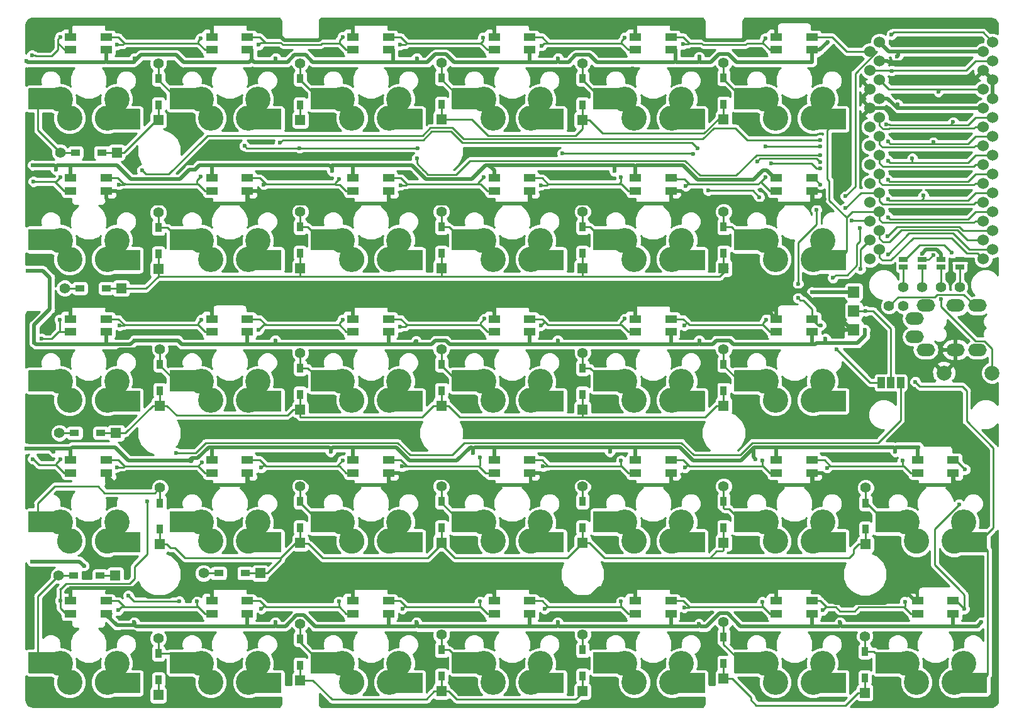
<source format=gbr>
G04 #@! TF.GenerationSoftware,KiCad,Pcbnew,(5.0.2-5-10.14)*
G04 #@! TF.CreationDate,2019-04-28T09:50:55+01:00*
G04 #@! TF.ProjectId,helix,68656c69-782e-46b6-9963-61645f706362,rev?*
G04 #@! TF.SameCoordinates,Original*
G04 #@! TF.FileFunction,Copper,L1,Top*
G04 #@! TF.FilePolarity,Positive*
%FSLAX46Y46*%
G04 Gerber Fmt 4.6, Leading zero omitted, Abs format (unit mm)*
G04 Created by KiCad (PCBNEW (5.0.2-5-10.14)) date Sunday, 28 April 2019 at 09:50:55*
%MOMM*%
%LPD*%
G01*
G04 APERTURE LIST*
G04 #@! TA.AperFunction,ComponentPad*
%ADD10C,3.400000*%
G04 #@! TD*
G04 #@! TA.AperFunction,ComponentPad*
%ADD11C,0.100000*%
G04 #@! TD*
G04 #@! TA.AperFunction,Conductor*
%ADD12C,0.100000*%
G04 #@! TD*
G04 #@! TA.AperFunction,SMDPad,CuDef*
%ADD13C,2.000000*%
G04 #@! TD*
G04 #@! TA.AperFunction,SMDPad,CuDef*
%ADD14R,1.524000X1.524000*%
G04 #@! TD*
G04 #@! TA.AperFunction,SMDPad,CuDef*
%ADD15R,1.600000X1.000000*%
G04 #@! TD*
G04 #@! TA.AperFunction,ComponentPad*
%ADD16C,1.524000*%
G04 #@! TD*
G04 #@! TA.AperFunction,ComponentPad*
%ADD17C,1.397000*%
G04 #@! TD*
G04 #@! TA.AperFunction,SMDPad,CuDef*
%ADD18R,1.143000X0.635000*%
G04 #@! TD*
G04 #@! TA.AperFunction,SMDPad,CuDef*
%ADD19R,1.300000X0.950000*%
G04 #@! TD*
G04 #@! TA.AperFunction,ComponentPad*
%ADD20R,1.397000X1.397000*%
G04 #@! TD*
G04 #@! TA.AperFunction,SMDPad,CuDef*
%ADD21R,0.950000X1.300000*%
G04 #@! TD*
G04 #@! TA.AperFunction,ComponentPad*
%ADD22C,2.000000*%
G04 #@! TD*
G04 #@! TA.AperFunction,ComponentPad*
%ADD23O,2.500000X1.700000*%
G04 #@! TD*
G04 #@! TA.AperFunction,SMDPad,CuDef*
%ADD24R,1.000000X1.500000*%
G04 #@! TD*
G04 #@! TA.AperFunction,ViaPad*
%ADD25C,0.600000*%
G04 #@! TD*
G04 #@! TA.AperFunction,Conductor*
%ADD26C,0.250000*%
G04 #@! TD*
G04 #@! TA.AperFunction,Conductor*
%ADD27C,0.500000*%
G04 #@! TD*
G04 #@! TA.AperFunction,Conductor*
%ADD28C,0.254000*%
G04 #@! TD*
G04 APERTURE END LIST*
D10*
G04 #@! TO.P,SW32,*
G04 #@! TO.N,*
X208540000Y-134080000D03*
X209810000Y-131540000D03*
X202190000Y-131540000D03*
X203460000Y-134080000D03*
D11*
G04 #@! TO.P,SW32,1*
G04 #@! TO.N,col6*
X208500000Y-132500000D03*
D12*
G04 #@! TD*
G04 #@! TO.N,col6*
G04 #@! TO.C,SW32*
G36*
X208526441Y-135735361D02*
X208523342Y-135735336D01*
X208369175Y-135726583D01*
X208368130Y-135726517D01*
X208364980Y-135726139D01*
X208361888Y-135725811D01*
X208209312Y-135702055D01*
X208208278Y-135701887D01*
X208205192Y-135701206D01*
X208202135Y-135700576D01*
X208052605Y-135662044D01*
X208051593Y-135661776D01*
X208048609Y-135660804D01*
X208045607Y-135659872D01*
X207900563Y-135606936D01*
X207900551Y-135606932D01*
X207900538Y-135606927D01*
X207899568Y-135606566D01*
X207896630Y-135605279D01*
X207893798Y-135604086D01*
X207754600Y-135537245D01*
X207753659Y-135536786D01*
X207750858Y-135535218D01*
X207748157Y-135533754D01*
X207616153Y-135453652D01*
X207616147Y-135453649D01*
X207616146Y-135453648D01*
X207615254Y-135453099D01*
X207612661Y-135451293D01*
X207610075Y-135449546D01*
X207486511Y-135356941D01*
X207485678Y-135356307D01*
X207483291Y-135354272D01*
X207480869Y-135352265D01*
X207366931Y-135248044D01*
X207366163Y-135247332D01*
X207363974Y-135245061D01*
X207361772Y-135242840D01*
X207258559Y-135128008D01*
X207258549Y-135127998D01*
X207258539Y-135127986D01*
X207257854Y-135127214D01*
X207255891Y-135124733D01*
X207253922Y-135122315D01*
X207162397Y-134997948D01*
X207161782Y-134997101D01*
X207160048Y-134994405D01*
X207158348Y-134991841D01*
X207079396Y-134859137D01*
X207078867Y-134858234D01*
X207077417Y-134855407D01*
X207075962Y-134852665D01*
X207010345Y-134712905D01*
X207010336Y-134712889D01*
X207010328Y-134712869D01*
X207009898Y-134711938D01*
X207008737Y-134708998D01*
X207007550Y-134706111D01*
X206955878Y-134560598D01*
X206955534Y-134559609D01*
X206954663Y-134556562D01*
X206953766Y-134553582D01*
X206916540Y-134403722D01*
X206916295Y-134402704D01*
X206915731Y-134399615D01*
X206915123Y-134396532D01*
X206892699Y-134243754D01*
X206892554Y-134242717D01*
X206892294Y-134239588D01*
X206891990Y-134236462D01*
X206884581Y-134082224D01*
X206884538Y-134081178D01*
X206884585Y-134078018D01*
X206884588Y-134074897D01*
X206892265Y-133920674D01*
X206892324Y-133919629D01*
X206892678Y-133916498D01*
X206892986Y-133913382D01*
X206915676Y-133760643D01*
X206915837Y-133759609D01*
X206916503Y-133756488D01*
X206917106Y-133753457D01*
X206954592Y-133603662D01*
X206954853Y-133602648D01*
X206955818Y-133599613D01*
X206956716Y-133596649D01*
X207008641Y-133451226D01*
X207008999Y-133450242D01*
X207010252Y-133447325D01*
X207011439Y-133444453D01*
X207077307Y-133304793D01*
X207077760Y-133303849D01*
X207079303Y-133301047D01*
X207080753Y-133298326D01*
X207159936Y-133165758D01*
X207160479Y-133164863D01*
X207162271Y-133162250D01*
X207163995Y-133159660D01*
X207255735Y-133035451D01*
X207256363Y-133034613D01*
X207258399Y-133032191D01*
X207260371Y-133029777D01*
X207363795Y-132915114D01*
X207364501Y-132914341D01*
X207366762Y-132912131D01*
X207368962Y-132909919D01*
X207483071Y-132805906D01*
X207483081Y-132805896D01*
X207483093Y-132805886D01*
X207483860Y-132805196D01*
X207486301Y-132803237D01*
X207488731Y-132801230D01*
X207612456Y-132708839D01*
X207613299Y-132708218D01*
X207615990Y-132706460D01*
X207618535Y-132704747D01*
X207750686Y-132624871D01*
X207751586Y-132624335D01*
X207754396Y-132622869D01*
X207757135Y-132621391D01*
X207896448Y-132554792D01*
X207897396Y-132554347D01*
X207900349Y-132553157D01*
X207903205Y-132551959D01*
X208048347Y-132499275D01*
X208048353Y-132499272D01*
X208048361Y-132499270D01*
X208049340Y-132498921D01*
X208052389Y-132498026D01*
X208055355Y-132497111D01*
X208204947Y-132458841D01*
X208204952Y-132458840D01*
X208204958Y-132458839D01*
X208205969Y-132458587D01*
X208209102Y-132457992D01*
X208212132Y-132457373D01*
X208364748Y-132433882D01*
X208365784Y-132433730D01*
X208368544Y-132433481D01*
X208371317Y-132433165D01*
X208439201Y-132428775D01*
X208419887Y-132400602D01*
X208419301Y-132399735D01*
X208417670Y-132397003D01*
X208416044Y-132394363D01*
X208342547Y-132260852D01*
X208342542Y-132260844D01*
X208342542Y-132260843D01*
X208342043Y-132259923D01*
X208340689Y-132257049D01*
X208339326Y-132254259D01*
X208279203Y-132114205D01*
X208278796Y-132113240D01*
X208277719Y-132110221D01*
X208276645Y-132107338D01*
X208230476Y-131962084D01*
X208230165Y-131961084D01*
X208229386Y-131957968D01*
X208228600Y-131955000D01*
X208196827Y-131805935D01*
X208196615Y-131804909D01*
X208196152Y-131801784D01*
X208195651Y-131798703D01*
X208178575Y-131647247D01*
X208178465Y-131646206D01*
X208178310Y-131643067D01*
X208178111Y-131639935D01*
X208175895Y-131487538D01*
X208175887Y-131486491D01*
X208176039Y-131483349D01*
X208176146Y-131480214D01*
X208188813Y-131328327D01*
X208188907Y-131327284D01*
X208189364Y-131324178D01*
X208189778Y-131321063D01*
X208217206Y-131171136D01*
X208217402Y-131170108D01*
X208218170Y-131167017D01*
X208218876Y-131164001D01*
X208260800Y-131017482D01*
X208260803Y-131017468D01*
X208260808Y-131017453D01*
X208261098Y-131016462D01*
X208262168Y-131013451D01*
X208263161Y-131010530D01*
X208319187Y-130868787D01*
X208319578Y-130867816D01*
X208320929Y-130864941D01*
X208322210Y-130862112D01*
X208391801Y-130726512D01*
X208392285Y-130725583D01*
X208393912Y-130722851D01*
X208395461Y-130720164D01*
X208477952Y-130592003D01*
X208478525Y-130591126D01*
X208480379Y-130588608D01*
X208482214Y-130586042D01*
X208576818Y-130466542D01*
X208577474Y-130465725D01*
X208579572Y-130463392D01*
X208581642Y-130461025D01*
X208687455Y-130351327D01*
X208688187Y-130350579D01*
X208690502Y-130348463D01*
X208692794Y-130346308D01*
X208808806Y-130247459D01*
X208809608Y-130246786D01*
X208812143Y-130244887D01*
X208814609Y-130242986D01*
X208939714Y-130155928D01*
X208940577Y-130155336D01*
X208943282Y-130153696D01*
X208945926Y-130152042D01*
X209078920Y-130077615D01*
X209078928Y-130077610D01*
X209078938Y-130077605D01*
X209079846Y-130077104D01*
X209082690Y-130075740D01*
X209085490Y-130074348D01*
X209225122Y-130013249D01*
X209226084Y-130012836D01*
X209229032Y-130011761D01*
X209231971Y-130010643D01*
X209376899Y-129963461D01*
X209377897Y-129963144D01*
X209380954Y-129962357D01*
X209383969Y-129961536D01*
X209532809Y-129928722D01*
X209533833Y-129928503D01*
X209537001Y-129928011D01*
X209540034Y-129927496D01*
X209691363Y-129909364D01*
X209691368Y-129909364D01*
X209692406Y-129909246D01*
X209695555Y-129909068D01*
X209698675Y-129908848D01*
X209851053Y-129905569D01*
X209852100Y-129905554D01*
X209855268Y-129905685D01*
X209858378Y-129905770D01*
X210010350Y-129917376D01*
X210011393Y-129917462D01*
X210014553Y-129917904D01*
X210017620Y-129918290D01*
X210167731Y-129944670D01*
X210167735Y-129944670D01*
X210167739Y-129944671D01*
X210168764Y-129944858D01*
X210171819Y-129945595D01*
X210174881Y-129946289D01*
X210321705Y-129987193D01*
X210322712Y-129987481D01*
X210325693Y-129988517D01*
X210328659Y-129989502D01*
X210470790Y-130044537D01*
X210471763Y-130044922D01*
X210474624Y-130046242D01*
X210477486Y-130047514D01*
X210613568Y-130116157D01*
X210614499Y-130116635D01*
X210617211Y-130118224D01*
X210619941Y-130119772D01*
X210748675Y-130201366D01*
X210749555Y-130201933D01*
X210752110Y-130203787D01*
X210754664Y-130205586D01*
X210874823Y-130299354D01*
X210875644Y-130300003D01*
X210878022Y-130302112D01*
X210880373Y-130304139D01*
X210990807Y-130409184D01*
X210991560Y-130409910D01*
X210993719Y-130412239D01*
X210995862Y-130414487D01*
X211095520Y-130529807D01*
X211096199Y-130530604D01*
X211098121Y-130533133D01*
X211100034Y-130535579D01*
X211187962Y-130660072D01*
X211188560Y-130660932D01*
X211190202Y-130663597D01*
X211191892Y-130666257D01*
X211267251Y-130798738D01*
X211267763Y-130799652D01*
X211269153Y-130802499D01*
X211270559Y-130805277D01*
X211332630Y-130944479D01*
X211333050Y-130945438D01*
X211334153Y-130948397D01*
X211335284Y-130951308D01*
X211383477Y-131095903D01*
X211383801Y-131096899D01*
X211384600Y-131099915D01*
X211385452Y-131102960D01*
X211419304Y-131251567D01*
X211419529Y-131252589D01*
X211420033Y-131255691D01*
X211420580Y-131258782D01*
X211439769Y-131409985D01*
X211439894Y-131411024D01*
X211440092Y-131414152D01*
X211440336Y-131417290D01*
X211444678Y-131569642D01*
X211444690Y-131570257D01*
X211294634Y-131570257D01*
X211290500Y-131425223D01*
X211272237Y-131281312D01*
X211240012Y-131139850D01*
X211194138Y-131002211D01*
X211135057Y-130869718D01*
X211063327Y-130743616D01*
X210979629Y-130625111D01*
X210884766Y-130515339D01*
X210779648Y-130415350D01*
X210665279Y-130326101D01*
X210542733Y-130248429D01*
X210413212Y-130183095D01*
X210277917Y-130130707D01*
X210138154Y-130091770D01*
X209995269Y-130066661D01*
X209850619Y-130055614D01*
X209705560Y-130058735D01*
X209561522Y-130075994D01*
X209419847Y-130107228D01*
X209281895Y-130152139D01*
X209148982Y-130210297D01*
X209022382Y-130281146D01*
X208903299Y-130364013D01*
X208792871Y-130458102D01*
X208692152Y-130562518D01*
X208602100Y-130676270D01*
X208523577Y-130798265D01*
X208457336Y-130927339D01*
X208404007Y-131062258D01*
X208364100Y-131201728D01*
X208337990Y-131344447D01*
X208325932Y-131489030D01*
X208328042Y-131634084D01*
X208344297Y-131778257D01*
X208374539Y-131920142D01*
X208418486Y-132058405D01*
X208475712Y-132191711D01*
X208545674Y-132318803D01*
X208629786Y-132441496D01*
X208630373Y-132442364D01*
X208634128Y-132448655D01*
X208637251Y-132455284D01*
X208639713Y-132462186D01*
X208641490Y-132469295D01*
X208642565Y-132476543D01*
X208642928Y-132483861D01*
X208642573Y-132491180D01*
X208641507Y-132498429D01*
X208639738Y-132505540D01*
X208637284Y-132512445D01*
X208634168Y-132519076D01*
X208630420Y-132525373D01*
X208626075Y-132531273D01*
X208621176Y-132536721D01*
X208615766Y-132541665D01*
X208609902Y-132546058D01*
X208603636Y-132549857D01*
X208597030Y-132553027D01*
X208590146Y-132555537D01*
X208583050Y-132557364D01*
X208575809Y-132558489D01*
X208568494Y-132558902D01*
X208561172Y-132558599D01*
X208553916Y-132557584D01*
X208549252Y-132556458D01*
X208545449Y-132559660D01*
X208539410Y-132563811D01*
X208532995Y-132567352D01*
X208526265Y-132570250D01*
X208519286Y-132572478D01*
X208512121Y-132574014D01*
X208504840Y-132574844D01*
X208384295Y-132582640D01*
X208238575Y-132605069D01*
X208096084Y-132641522D01*
X207957842Y-132691703D01*
X207825140Y-132755140D01*
X207699271Y-132831219D01*
X207581414Y-132919228D01*
X207472723Y-133018303D01*
X207374219Y-133127512D01*
X207286832Y-133245826D01*
X207211409Y-133372098D01*
X207148671Y-133505121D01*
X207099211Y-133643643D01*
X207063510Y-133786307D01*
X207041897Y-133931798D01*
X207034585Y-134078685D01*
X207041642Y-134225604D01*
X207063000Y-134371119D01*
X207098459Y-134513864D01*
X207147673Y-134652457D01*
X207210187Y-134785603D01*
X207285379Y-134911989D01*
X207372560Y-135030453D01*
X207470880Y-135139840D01*
X207579403Y-135239108D01*
X207697095Y-135327312D01*
X207822837Y-135403615D01*
X207955415Y-135467277D01*
X208093589Y-135517705D01*
X208236018Y-135554406D01*
X208381342Y-135577033D01*
X208528177Y-135585370D01*
X208675140Y-135579338D01*
X208820804Y-135558996D01*
X208963780Y-135524538D01*
X209102727Y-135476287D01*
X209236303Y-135414706D01*
X209363215Y-135340396D01*
X209482280Y-135254047D01*
X209592352Y-135156491D01*
X209692374Y-135048666D01*
X209781403Y-134931585D01*
X209858574Y-134806389D01*
X209923166Y-134674247D01*
X209974553Y-134536442D01*
X210012246Y-134394278D01*
X210035889Y-134249105D01*
X210045250Y-134102331D01*
X210040245Y-133955332D01*
X210020920Y-133809527D01*
X209987461Y-133666313D01*
X209940179Y-133527030D01*
X209879538Y-133393039D01*
X209806111Y-133265605D01*
X209718464Y-133142955D01*
X209717861Y-133142099D01*
X209713984Y-133135882D01*
X209710732Y-133129315D01*
X209708136Y-133122463D01*
X209706220Y-133115390D01*
X209705004Y-133108164D01*
X209704499Y-133100854D01*
X209704711Y-133093530D01*
X209705636Y-133086261D01*
X209707266Y-133079117D01*
X209709585Y-133072166D01*
X209712571Y-133065475D01*
X209716196Y-133059106D01*
X209720424Y-133053123D01*
X209725216Y-133047580D01*
X209730528Y-133042532D01*
X209736306Y-133038025D01*
X209742496Y-133034104D01*
X209749040Y-133030806D01*
X209755873Y-133028162D01*
X209762933Y-133026198D01*
X209770150Y-133024932D01*
X209777456Y-133024376D01*
X209784782Y-133024536D01*
X209792057Y-133025410D01*
X209792346Y-133025474D01*
X209797079Y-133025057D01*
X209934968Y-133019681D01*
X210078888Y-133000395D01*
X210220125Y-132967183D01*
X210357428Y-132920354D01*
X210489511Y-132860348D01*
X210615119Y-132787732D01*
X210733035Y-132703211D01*
X210842137Y-132607589D01*
X210941391Y-132501774D01*
X211029845Y-132386778D01*
X211106650Y-132263707D01*
X211171084Y-132133721D01*
X211222527Y-131998062D01*
X211260483Y-131858046D01*
X211284597Y-131714977D01*
X211294634Y-131570257D01*
X211444690Y-131570257D01*
X211444700Y-131570689D01*
X211444592Y-131573837D01*
X211444528Y-131576968D01*
X211433983Y-131729018D01*
X211433904Y-131730062D01*
X211433478Y-131733272D01*
X211433120Y-131736294D01*
X211407788Y-131886588D01*
X211407607Y-131887620D01*
X211406868Y-131890781D01*
X211406218Y-131893746D01*
X211366342Y-132040851D01*
X211366061Y-132041859D01*
X211365042Y-132044858D01*
X211364081Y-132047821D01*
X211310039Y-132190333D01*
X211309661Y-132191310D01*
X211308346Y-132194214D01*
X211307109Y-132197049D01*
X211239419Y-132333607D01*
X211238947Y-132334542D01*
X211237368Y-132337281D01*
X211235847Y-132340005D01*
X211155155Y-132469306D01*
X211154594Y-132470191D01*
X211152755Y-132472762D01*
X211150976Y-132475326D01*
X211058050Y-132596136D01*
X211057406Y-132596962D01*
X211055312Y-132599357D01*
X211053304Y-132601719D01*
X210949032Y-132712884D01*
X210948310Y-132713643D01*
X210946012Y-132715803D01*
X210943764Y-132717977D01*
X210829143Y-132818436D01*
X210828351Y-132819121D01*
X210825848Y-132821051D01*
X210823403Y-132822991D01*
X210699525Y-132911786D01*
X210698670Y-132912390D01*
X210695997Y-132914063D01*
X210693368Y-132915759D01*
X210561417Y-132992041D01*
X210560507Y-132992559D01*
X210557646Y-132993981D01*
X210554902Y-132995393D01*
X210416138Y-133058436D01*
X210415181Y-133058863D01*
X210412213Y-133059993D01*
X210409325Y-133061138D01*
X210265071Y-133110338D01*
X210264077Y-133110669D01*
X210261074Y-133111487D01*
X210258028Y-133112362D01*
X210109661Y-133147251D01*
X210108640Y-133147483D01*
X210105525Y-133148012D01*
X210102455Y-133148577D01*
X209951391Y-133168821D01*
X209950352Y-133168954D01*
X209947309Y-133169168D01*
X209944351Y-133169429D01*
X209922360Y-133170286D01*
X209930285Y-133181376D01*
X209930888Y-133182232D01*
X209932569Y-133184928D01*
X209934248Y-133187538D01*
X210011339Y-133321332D01*
X210011856Y-133322243D01*
X210013283Y-133325124D01*
X210014683Y-133327853D01*
X210078350Y-133468531D01*
X210078775Y-133469487D01*
X210079893Y-133472438D01*
X210081042Y-133475346D01*
X210130678Y-133621566D01*
X210131008Y-133622559D01*
X210131844Y-133625646D01*
X210132691Y-133628611D01*
X210167821Y-133778977D01*
X210168053Y-133779998D01*
X210168577Y-133783117D01*
X210169138Y-133786185D01*
X210189427Y-133939260D01*
X210189557Y-133940299D01*
X210189772Y-133943409D01*
X210190034Y-133946563D01*
X210195289Y-134100889D01*
X210195317Y-134101935D01*
X210195227Y-134105063D01*
X210195180Y-134108215D01*
X210185351Y-134262316D01*
X210185277Y-134263360D01*
X210184880Y-134266481D01*
X210184528Y-134269598D01*
X210159707Y-134422005D01*
X210159532Y-134423037D01*
X210158823Y-134426145D01*
X210158177Y-134429170D01*
X210118603Y-134578428D01*
X210118328Y-134579438D01*
X210117324Y-134582446D01*
X210116381Y-134585411D01*
X210062435Y-134730083D01*
X210062431Y-134730094D01*
X210062426Y-134730107D01*
X210062058Y-134731073D01*
X210060765Y-134733971D01*
X210059538Y-134736826D01*
X209991727Y-134875554D01*
X209991261Y-134876491D01*
X209989701Y-134879232D01*
X209988191Y-134881973D01*
X209907174Y-135013406D01*
X209907166Y-135013421D01*
X209907155Y-135013437D01*
X209906610Y-135014309D01*
X209904806Y-135016862D01*
X209903021Y-135019464D01*
X209809556Y-135142378D01*
X209808916Y-135143207D01*
X209806853Y-135145593D01*
X209804840Y-135147988D01*
X209699836Y-135261184D01*
X209699826Y-135261195D01*
X209699814Y-135261207D01*
X209699108Y-135261958D01*
X209696827Y-135264127D01*
X209694586Y-135266317D01*
X209579026Y-135368737D01*
X209578238Y-135369426D01*
X209575736Y-135371377D01*
X209573311Y-135373324D01*
X209448308Y-135463978D01*
X209447456Y-135464587D01*
X209444738Y-135466308D01*
X209442173Y-135467984D01*
X209308931Y-135546001D01*
X209308922Y-135546007D01*
X209308911Y-135546012D01*
X209308014Y-135546530D01*
X209305213Y-135547942D01*
X209302425Y-135549397D01*
X209162194Y-135614044D01*
X209161240Y-135614476D01*
X209158318Y-135615607D01*
X209155397Y-135616784D01*
X209009529Y-135667439D01*
X209008537Y-135667775D01*
X209005502Y-135668620D01*
X209002497Y-135669501D01*
X208852380Y-135705680D01*
X208851361Y-135705919D01*
X208848216Y-135706471D01*
X208845181Y-135707047D01*
X208692254Y-135728403D01*
X208692251Y-135728404D01*
X208692248Y-135728404D01*
X208691212Y-135728542D01*
X208688060Y-135728782D01*
X208684953Y-135729062D01*
X208530670Y-135735394D01*
X208530668Y-135735394D01*
X208529622Y-135735430D01*
X208526441Y-135735361D01*
X208526441Y-135735361D01*
G37*
D11*
G04 #@! TO.P,SW32,3*
G04 #@! TO.N,N/C*
X203500000Y-132500000D03*
D12*
G04 #@! TD*
G04 #@! TO.N,N/C*
G04 #@! TO.C,SW32*
G36*
X202312710Y-129909664D02*
X202313756Y-129909701D01*
X202316926Y-129909991D01*
X202320016Y-129910231D01*
X202471217Y-129929420D01*
X202472255Y-129929559D01*
X202475334Y-129930148D01*
X202478432Y-129930696D01*
X202627040Y-129964548D01*
X202628059Y-129964788D01*
X202631091Y-129965682D01*
X202634096Y-129966523D01*
X202778692Y-130014715D01*
X202779683Y-130015053D01*
X202782647Y-130016252D01*
X202785521Y-130017369D01*
X202924723Y-130079440D01*
X202925676Y-130079873D01*
X202928478Y-130081340D01*
X202931262Y-130082748D01*
X203063742Y-130158108D01*
X203064649Y-130158632D01*
X203067305Y-130160372D01*
X203069926Y-130162038D01*
X203194421Y-130249966D01*
X203195273Y-130250576D01*
X203197744Y-130252565D01*
X203200193Y-130254480D01*
X203315513Y-130354136D01*
X203316300Y-130354826D01*
X203318545Y-130357027D01*
X203320817Y-130359193D01*
X203425862Y-130469628D01*
X203426578Y-130470391D01*
X203428612Y-130472818D01*
X203430646Y-130475177D01*
X203524413Y-130595334D01*
X203525052Y-130596164D01*
X203526830Y-130598764D01*
X203528634Y-130601324D01*
X203610228Y-130730060D01*
X203610782Y-130730948D01*
X203612312Y-130733734D01*
X203613843Y-130736433D01*
X203682480Y-130872506D01*
X203682485Y-130872514D01*
X203682485Y-130872515D01*
X203682951Y-130873453D01*
X203684184Y-130876336D01*
X203685462Y-130879210D01*
X203740498Y-131021341D01*
X203740869Y-131022320D01*
X203741813Y-131025302D01*
X203742807Y-131028295D01*
X203783710Y-131175118D01*
X203783984Y-131176129D01*
X203784634Y-131179198D01*
X203785329Y-131182264D01*
X203811710Y-131332378D01*
X203811884Y-131333410D01*
X203812235Y-131336555D01*
X203812624Y-131339649D01*
X203824230Y-131491621D01*
X203824303Y-131492666D01*
X203824345Y-131495817D01*
X203824431Y-131498946D01*
X203821152Y-131651325D01*
X203821122Y-131652371D01*
X203820855Y-131655528D01*
X203820636Y-131658634D01*
X203802504Y-131809965D01*
X203802373Y-131811004D01*
X203801797Y-131814131D01*
X203801278Y-131817190D01*
X203768464Y-131966030D01*
X203768232Y-131967051D01*
X203767357Y-131970097D01*
X203766539Y-131973100D01*
X203719357Y-132118028D01*
X203719026Y-132119022D01*
X203717856Y-132121973D01*
X203716751Y-132124876D01*
X203655653Y-132264508D01*
X203655227Y-132265465D01*
X203653769Y-132268298D01*
X203652391Y-132271070D01*
X203577958Y-132404074D01*
X203577441Y-132404984D01*
X203575796Y-132407533D01*
X203574221Y-132410070D01*
X203560925Y-132429321D01*
X203659549Y-132436650D01*
X203660592Y-132436735D01*
X203663719Y-132437166D01*
X203666820Y-132437550D01*
X203818958Y-132463966D01*
X203819988Y-132464152D01*
X203823042Y-132464882D01*
X203826108Y-132465570D01*
X203974943Y-132506706D01*
X203975950Y-132506992D01*
X203978937Y-132508023D01*
X203981902Y-132509001D01*
X204126012Y-132564465D01*
X204126987Y-132564848D01*
X204129856Y-132566164D01*
X204132714Y-132567428D01*
X204270724Y-132636690D01*
X204271656Y-132637166D01*
X204274410Y-132638772D01*
X204277104Y-132640293D01*
X204407681Y-132722681D01*
X204407696Y-132722690D01*
X204407712Y-132722701D01*
X204408578Y-132723255D01*
X204411133Y-132725102D01*
X204413695Y-132726899D01*
X204535624Y-132821648D01*
X204536446Y-132822296D01*
X204538805Y-132824379D01*
X204541183Y-132826421D01*
X204653284Y-132932616D01*
X204654040Y-132933341D01*
X204656218Y-132935681D01*
X204658351Y-132937909D01*
X204759555Y-133054536D01*
X204760235Y-133055332D01*
X204762145Y-133057834D01*
X204764081Y-133060299D01*
X204853420Y-133186245D01*
X204854020Y-133187103D01*
X204855692Y-133189805D01*
X204857362Y-133192421D01*
X204933985Y-133326484D01*
X204934498Y-133327396D01*
X204935891Y-133330232D01*
X204937306Y-133333016D01*
X205000480Y-133473916D01*
X205000902Y-133474874D01*
X205002003Y-133477811D01*
X205003148Y-133480740D01*
X205052271Y-133627132D01*
X205052598Y-133628127D01*
X205053413Y-133631178D01*
X205054261Y-133634185D01*
X205088864Y-133784672D01*
X205089092Y-133785694D01*
X205089606Y-133788817D01*
X205090156Y-133791885D01*
X205109910Y-133945032D01*
X205110037Y-133946071D01*
X205110244Y-133949228D01*
X205110491Y-133952336D01*
X205115206Y-134106679D01*
X205115231Y-134107726D01*
X205115129Y-134110895D01*
X205115072Y-134114005D01*
X205104703Y-134268071D01*
X205104625Y-134269115D01*
X205104218Y-134272225D01*
X205103854Y-134275349D01*
X205078501Y-134427668D01*
X205078322Y-134428700D01*
X205077605Y-134431795D01*
X205076946Y-134434829D01*
X205036853Y-134583932D01*
X205036850Y-134583946D01*
X205036845Y-134583961D01*
X205036571Y-134584957D01*
X205035554Y-134587969D01*
X205034603Y-134590921D01*
X204980147Y-134735416D01*
X204979772Y-134736393D01*
X204978457Y-134739311D01*
X204977231Y-134742138D01*
X204908935Y-134880628D01*
X204908466Y-134881564D01*
X204906885Y-134884319D01*
X204905377Y-134887034D01*
X204823892Y-135018198D01*
X204823334Y-135019083D01*
X204821473Y-135021697D01*
X204819726Y-135024225D01*
X204725831Y-135146813D01*
X204725189Y-135147640D01*
X204723118Y-135150019D01*
X204721097Y-135152406D01*
X204615697Y-135265234D01*
X204615687Y-135265245D01*
X204615675Y-135265257D01*
X204614967Y-135266005D01*
X204612689Y-135268155D01*
X204610429Y-135270349D01*
X204494512Y-135372364D01*
X204493722Y-135373050D01*
X204491204Y-135375000D01*
X204488781Y-135376930D01*
X204363471Y-135467139D01*
X204363462Y-135467146D01*
X204363450Y-135467153D01*
X204362607Y-135467752D01*
X204359954Y-135469420D01*
X204357313Y-135471132D01*
X204223789Y-135548688D01*
X204222880Y-135549208D01*
X204220037Y-135550629D01*
X204217280Y-135552055D01*
X204076833Y-135616208D01*
X204076825Y-135616212D01*
X204076816Y-135616216D01*
X204075869Y-135616641D01*
X204072899Y-135617778D01*
X204070019Y-135618927D01*
X203923979Y-135669069D01*
X203923973Y-135669071D01*
X203923966Y-135669073D01*
X203922980Y-135669405D01*
X203919915Y-135670246D01*
X203916935Y-135671109D01*
X203766692Y-135706763D01*
X203765672Y-135706998D01*
X203762558Y-135707533D01*
X203759488Y-135708105D01*
X203606487Y-135728926D01*
X203606484Y-135728927D01*
X203606481Y-135728927D01*
X203605445Y-135729061D01*
X203602280Y-135729291D01*
X203599184Y-135729559D01*
X203444879Y-135735351D01*
X203444877Y-135735351D01*
X203443831Y-135735383D01*
X203440682Y-135735303D01*
X203437551Y-135735268D01*
X203283416Y-135725976D01*
X203283413Y-135725976D01*
X203282371Y-135725906D01*
X203279217Y-135725516D01*
X203276131Y-135725178D01*
X203123639Y-135700888D01*
X203122606Y-135700717D01*
X203119510Y-135700022D01*
X203116468Y-135699384D01*
X202967074Y-135660330D01*
X202966063Y-135660058D01*
X202963070Y-135659071D01*
X202960084Y-135658132D01*
X202815213Y-135604686D01*
X202814233Y-135604317D01*
X202811322Y-135603031D01*
X202808470Y-135601817D01*
X202669507Y-135534489D01*
X202668568Y-135534026D01*
X202665812Y-135532470D01*
X202663077Y-135530976D01*
X202531346Y-135450409D01*
X202530457Y-135449857D01*
X202527868Y-135448041D01*
X202525289Y-135446285D01*
X202402050Y-135353248D01*
X202401219Y-135352612D01*
X202398816Y-135350548D01*
X202396425Y-135348553D01*
X202282852Y-135243934D01*
X202282087Y-135243219D01*
X202279916Y-135240951D01*
X202277712Y-135238712D01*
X202174890Y-135123509D01*
X202174198Y-135122723D01*
X202172222Y-135120207D01*
X202170284Y-135117810D01*
X202079195Y-134993123D01*
X202078583Y-134992274D01*
X202076880Y-134989606D01*
X202075167Y-134987003D01*
X201996680Y-134854023D01*
X201996154Y-134853117D01*
X201994726Y-134850308D01*
X201993268Y-134847538D01*
X201928132Y-134707534D01*
X201927697Y-134706582D01*
X201926551Y-134703651D01*
X201925369Y-134700747D01*
X201874207Y-134555055D01*
X201873866Y-134554065D01*
X201873000Y-134550996D01*
X201872119Y-134548031D01*
X201835417Y-134398041D01*
X201835175Y-134397023D01*
X201834620Y-134393921D01*
X201834025Y-134390847D01*
X201812135Y-134237992D01*
X201811994Y-134236955D01*
X201811746Y-134233835D01*
X201811452Y-134230696D01*
X201804583Y-134076434D01*
X201804544Y-134075388D01*
X201804601Y-134072259D01*
X201804615Y-134069107D01*
X201812831Y-133914911D01*
X201812894Y-133913866D01*
X201813260Y-133910728D01*
X201813578Y-133907621D01*
X201836803Y-133754963D01*
X201836968Y-133753929D01*
X201837640Y-133750830D01*
X201838258Y-133747782D01*
X201876268Y-133598119D01*
X201876532Y-133597106D01*
X201877505Y-133594084D01*
X201878416Y-133591113D01*
X201930849Y-133445873D01*
X201931211Y-133444890D01*
X201932475Y-133441975D01*
X201933671Y-133439110D01*
X202000028Y-133299680D01*
X202000485Y-133298738D01*
X202002003Y-133296005D01*
X202003496Y-133293226D01*
X202077760Y-133169874D01*
X202044540Y-133168463D01*
X202043494Y-133168412D01*
X202040325Y-133168077D01*
X202037243Y-133167795D01*
X201886323Y-133146496D01*
X201885287Y-133146343D01*
X201882178Y-133145703D01*
X201879127Y-133145119D01*
X201731007Y-133109196D01*
X201729991Y-133108942D01*
X201726982Y-133108009D01*
X201723978Y-133107123D01*
X201580071Y-133056917D01*
X201579084Y-133056566D01*
X201576143Y-133055327D01*
X201573278Y-133054168D01*
X201434966Y-132990163D01*
X201434957Y-132990159D01*
X201434947Y-132990154D01*
X201434009Y-132989712D01*
X201431247Y-132988217D01*
X201428465Y-132986760D01*
X201297049Y-132909558D01*
X201296149Y-132909022D01*
X201293483Y-132907221D01*
X201290920Y-132905542D01*
X201167665Y-132815885D01*
X201166823Y-132815264D01*
X201164372Y-132813234D01*
X201161958Y-132811291D01*
X201048040Y-132710034D01*
X201047262Y-132709333D01*
X201045029Y-132707082D01*
X201042807Y-132704904D01*
X200939325Y-132593024D01*
X200939315Y-132593014D01*
X200939305Y-132593002D01*
X200938609Y-132592240D01*
X200936606Y-132589782D01*
X200934608Y-132587397D01*
X200842527Y-132465942D01*
X200841900Y-132465103D01*
X200840148Y-132462462D01*
X200838391Y-132459893D01*
X200758602Y-132330033D01*
X200758060Y-132329137D01*
X200756577Y-132326344D01*
X200755076Y-132323609D01*
X200688341Y-132186582D01*
X200687888Y-132185638D01*
X200686675Y-132182689D01*
X200685458Y-132179846D01*
X200632412Y-132036960D01*
X200632054Y-132035976D01*
X200631136Y-132032929D01*
X200630201Y-132029975D01*
X200591350Y-131882594D01*
X200591090Y-131881580D01*
X200590478Y-131878481D01*
X200589831Y-131875426D01*
X200565549Y-131724959D01*
X200565389Y-131723924D01*
X200565082Y-131720779D01*
X200564736Y-131717676D01*
X200555253Y-131565557D01*
X200555195Y-131564512D01*
X200555197Y-131561351D01*
X200555178Y-131559884D01*
X200705191Y-131559884D01*
X200714218Y-131704686D01*
X200737330Y-131847902D01*
X200774312Y-131988196D01*
X200824805Y-132124206D01*
X200888327Y-132254634D01*
X200964275Y-132378242D01*
X201051923Y-132493853D01*
X201150431Y-132600355D01*
X201258862Y-132696736D01*
X201376193Y-132782084D01*
X201501282Y-132855569D01*
X201632945Y-132916498D01*
X201769924Y-132964286D01*
X201910916Y-132998481D01*
X202054575Y-133018755D01*
X202203183Y-133025068D01*
X202204229Y-133025119D01*
X202207830Y-133025499D01*
X202209688Y-133025135D01*
X202216982Y-133024433D01*
X202224310Y-133024445D01*
X202231601Y-133025173D01*
X202238787Y-133026609D01*
X202245797Y-133028738D01*
X202252567Y-133031542D01*
X202259031Y-133034995D01*
X202265127Y-133039060D01*
X202270797Y-133043701D01*
X202275988Y-133048873D01*
X202280648Y-133054527D01*
X202284736Y-133060609D01*
X202288209Y-133067061D01*
X202291037Y-133073820D01*
X202293191Y-133080825D01*
X202294653Y-133088004D01*
X202295405Y-133095293D01*
X202295443Y-133102621D01*
X202294767Y-133109917D01*
X202293381Y-133117112D01*
X202291300Y-133124138D01*
X202288544Y-133130927D01*
X202285137Y-133137414D01*
X202281114Y-133143539D01*
X202209944Y-133241137D01*
X202133896Y-133367451D01*
X202070691Y-133500259D01*
X202020748Y-133638600D01*
X201984546Y-133781148D01*
X201962424Y-133926556D01*
X201954598Y-134073426D01*
X201961141Y-134220357D01*
X201981992Y-134365955D01*
X202016951Y-134508823D01*
X202065680Y-134647582D01*
X202127723Y-134780939D01*
X202202479Y-134907599D01*
X202289239Y-135026360D01*
X202387176Y-135136091D01*
X202495355Y-135235742D01*
X202612740Y-135324359D01*
X202738208Y-135401096D01*
X202870570Y-135465227D01*
X203008554Y-135516132D01*
X203150861Y-135553334D01*
X203296101Y-135576469D01*
X203442917Y-135585319D01*
X203589889Y-135579803D01*
X203735632Y-135559969D01*
X203878731Y-135526010D01*
X204017836Y-135478249D01*
X204151623Y-135417138D01*
X204278802Y-135343267D01*
X204398163Y-135257341D01*
X204508581Y-135160165D01*
X204608979Y-135052692D01*
X204698416Y-134935923D01*
X204776026Y-134810997D01*
X204841080Y-134679081D01*
X204892948Y-134541453D01*
X204931139Y-134399423D01*
X204955287Y-134254342D01*
X204965164Y-134107589D01*
X204960673Y-133960586D01*
X204941857Y-133814714D01*
X204908897Y-133671375D01*
X204862105Y-133531932D01*
X204801935Y-133397731D01*
X204728951Y-133270036D01*
X204643857Y-133150074D01*
X204547463Y-133038989D01*
X204440687Y-132937839D01*
X204324549Y-132847590D01*
X204200169Y-132769111D01*
X204068711Y-132703137D01*
X203931450Y-132650309D01*
X203789678Y-132611126D01*
X203644780Y-132585967D01*
X203494442Y-132574794D01*
X203493398Y-132574709D01*
X203486139Y-132573708D01*
X203479013Y-132572004D01*
X203472086Y-132569612D01*
X203465426Y-132566556D01*
X203459096Y-132562864D01*
X203453157Y-132558573D01*
X203450789Y-132556481D01*
X203444797Y-132557817D01*
X203437523Y-132558705D01*
X203430198Y-132558880D01*
X203422890Y-132558339D01*
X203415670Y-132557088D01*
X203408607Y-132555139D01*
X203401768Y-132552509D01*
X203395218Y-132549223D01*
X203389019Y-132545315D01*
X203383232Y-132540821D01*
X203377911Y-132535783D01*
X203373107Y-132530251D01*
X203368865Y-132524276D01*
X203365228Y-132517915D01*
X203362228Y-132511230D01*
X203359895Y-132504283D01*
X203358250Y-132497143D01*
X203357311Y-132489876D01*
X203357085Y-132482552D01*
X203357575Y-132475241D01*
X203358776Y-132468012D01*
X203360677Y-132460936D01*
X203363258Y-132454079D01*
X203366497Y-132447506D01*
X203370362Y-132441280D01*
X203448792Y-132327729D01*
X203519704Y-132201017D01*
X203577860Y-132068108D01*
X203622772Y-131930152D01*
X203654007Y-131788476D01*
X203671265Y-131644439D01*
X203674386Y-131499380D01*
X203663339Y-131354730D01*
X203638228Y-131211843D01*
X203599294Y-131072087D01*
X203546904Y-130936788D01*
X203481573Y-130807271D01*
X203403899Y-130684720D01*
X203314650Y-130570352D01*
X203214661Y-130465233D01*
X203104885Y-130370368D01*
X202986392Y-130286679D01*
X202860282Y-130214942D01*
X202727786Y-130155860D01*
X202590153Y-130109989D01*
X202448687Y-130077763D01*
X202304776Y-130059500D01*
X202159742Y-130055366D01*
X202015023Y-130065403D01*
X201871963Y-130089516D01*
X201731937Y-130127473D01*
X201596286Y-130178913D01*
X201466301Y-130243345D01*
X201343221Y-130320156D01*
X201228226Y-130408610D01*
X201122411Y-130507863D01*
X201026789Y-130616965D01*
X200942265Y-130734884D01*
X200869658Y-130860477D01*
X200809648Y-130992570D01*
X200762817Y-131129875D01*
X200729605Y-131271113D01*
X200710337Y-131414892D01*
X200705191Y-131559884D01*
X200555178Y-131559884D01*
X200555155Y-131558231D01*
X200560561Y-131405912D01*
X200560605Y-131404866D01*
X200560919Y-131401678D01*
X200561179Y-131398610D01*
X200581422Y-131247547D01*
X200581568Y-131246510D01*
X200582187Y-131243396D01*
X200582749Y-131240340D01*
X200617638Y-131091972D01*
X200617885Y-131090954D01*
X200618795Y-131087947D01*
X200619662Y-131084930D01*
X200668862Y-130940676D01*
X200669207Y-130939687D01*
X200670400Y-130936796D01*
X200671563Y-130933864D01*
X200734605Y-130795098D01*
X200735045Y-130794148D01*
X200736538Y-130791344D01*
X200737959Y-130788583D01*
X200814241Y-130656632D01*
X200814771Y-130655729D01*
X200816522Y-130653097D01*
X200818214Y-130650475D01*
X200907009Y-130526597D01*
X200907625Y-130525750D01*
X200909629Y-130523295D01*
X200911564Y-130520857D01*
X201012023Y-130406236D01*
X201012719Y-130405453D01*
X201014928Y-130403231D01*
X201017116Y-130400968D01*
X201128281Y-130296697D01*
X201129050Y-130295986D01*
X201131478Y-130293979D01*
X201133864Y-130291951D01*
X201254673Y-130199025D01*
X201255507Y-130198393D01*
X201258125Y-130196629D01*
X201260692Y-130194847D01*
X201389993Y-130114153D01*
X201390885Y-130113604D01*
X201393699Y-130112085D01*
X201396392Y-130110582D01*
X201532949Y-130042891D01*
X201533890Y-130042432D01*
X201536843Y-130041192D01*
X201539666Y-130039961D01*
X201682178Y-129985919D01*
X201683160Y-129985554D01*
X201686207Y-129984613D01*
X201689148Y-129983659D01*
X201836253Y-129943782D01*
X201837266Y-129943514D01*
X201840386Y-129942875D01*
X201843411Y-129942212D01*
X201993702Y-129916881D01*
X201993705Y-129916880D01*
X201993709Y-129916880D01*
X201994739Y-129916713D01*
X201997900Y-129916382D01*
X202000982Y-129916017D01*
X202153029Y-129905472D01*
X202153031Y-129905472D01*
X202154076Y-129905406D01*
X202157248Y-129905386D01*
X202160357Y-129905322D01*
X202312710Y-129909664D01*
X202312710Y-129909664D01*
G37*
D13*
G04 #@! TO.P,SW32,1*
G04 #@! TO.N,col6*
X211900000Y-134200000D03*
D12*
G04 #@! TD*
G04 #@! TO.N,col6*
G04 #@! TO.C,SW32*
G36*
X209285368Y-135573559D02*
X209271299Y-135569291D01*
X209258332Y-135562360D01*
X209246967Y-135553033D01*
X209237640Y-135541668D01*
X209230709Y-135528701D01*
X209226441Y-135514632D01*
X209225000Y-135500000D01*
X209226441Y-135485368D01*
X209230709Y-135471299D01*
X209237640Y-135458332D01*
X209246967Y-135446967D01*
X209258332Y-135437640D01*
X209266459Y-135432918D01*
X209650623Y-135240836D01*
X209930295Y-134867940D01*
X210121953Y-134005477D01*
X209829775Y-133226334D01*
X209825987Y-133212128D01*
X209825043Y-133197456D01*
X209826980Y-133182881D01*
X209831723Y-133168965D01*
X209839089Y-133156241D01*
X209848796Y-133145199D01*
X209860472Y-133136262D01*
X209870456Y-133131064D01*
X210570456Y-132831064D01*
X210584472Y-132826625D01*
X210600000Y-132825000D01*
X212900000Y-132825000D01*
X212914632Y-132826441D01*
X212928701Y-132830709D01*
X212941668Y-132837640D01*
X212953033Y-132846967D01*
X212962360Y-132858332D01*
X212969291Y-132871299D01*
X212973559Y-132885368D01*
X212975000Y-132900000D01*
X212975000Y-135500000D01*
X212973559Y-135514632D01*
X212969291Y-135528701D01*
X212962360Y-135541668D01*
X212953033Y-135553033D01*
X212941668Y-135562360D01*
X212928701Y-135569291D01*
X212914632Y-135573559D01*
X212900000Y-135575000D01*
X209300000Y-135575000D01*
X209285368Y-135573559D01*
X209285368Y-135573559D01*
G37*
D13*
G04 #@! TO.P,SW32,2*
G04 #@! TO.N,Net-(D32-Pad2)*
X199200000Y-131400000D03*
D12*
G04 #@! TD*
G04 #@! TO.N,Net-(D32-Pad2)*
G04 #@! TO.C,SW32*
G36*
X197985368Y-132873559D02*
X197971299Y-132869291D01*
X197958332Y-132862360D01*
X197946967Y-132853033D01*
X197937640Y-132841668D01*
X197930709Y-132828701D01*
X197926441Y-132814632D01*
X197925000Y-132800000D01*
X197925000Y-130100000D01*
X197926441Y-130085368D01*
X197930709Y-130071299D01*
X197937640Y-130058332D01*
X197946967Y-130046967D01*
X197958332Y-130037640D01*
X197971299Y-130030709D01*
X197985368Y-130026441D01*
X198000000Y-130025000D01*
X201400000Y-130025000D01*
X201414632Y-130026441D01*
X201428701Y-130030709D01*
X201441668Y-130037640D01*
X201453033Y-130046967D01*
X201462360Y-130058332D01*
X201469291Y-130071299D01*
X201473559Y-130085368D01*
X201475000Y-130100000D01*
X201473559Y-130114632D01*
X201469291Y-130128701D01*
X201462360Y-130141668D01*
X201453033Y-130153033D01*
X201441668Y-130162360D01*
X201433541Y-130167082D01*
X201051357Y-130358174D01*
X200869610Y-130630794D01*
X200676030Y-131405116D01*
X200772141Y-132270118D01*
X201158565Y-132753148D01*
X201166580Y-132765474D01*
X201172037Y-132779126D01*
X201174725Y-132793581D01*
X201174541Y-132808282D01*
X201171493Y-132822666D01*
X201165698Y-132836178D01*
X201157377Y-132848299D01*
X201146852Y-132858565D01*
X201134526Y-132866580D01*
X201120874Y-132872037D01*
X201100000Y-132875000D01*
X198000000Y-132875000D01*
X197985368Y-132873559D01*
X197985368Y-132873559D01*
G37*
D10*
G04 #@! TO.P,SW25,*
G04 #@! TO.N,*
X208540000Y-115080000D03*
X209810000Y-112540000D03*
X202190000Y-112540000D03*
X203460000Y-115080000D03*
D11*
G04 #@! TO.P,SW25,1*
G04 #@! TO.N,col6*
X208500000Y-113500000D03*
D12*
G04 #@! TD*
G04 #@! TO.N,col6*
G04 #@! TO.C,SW25*
G36*
X208526441Y-116735361D02*
X208523342Y-116735336D01*
X208369175Y-116726583D01*
X208368130Y-116726517D01*
X208364980Y-116726139D01*
X208361888Y-116725811D01*
X208209312Y-116702055D01*
X208208278Y-116701887D01*
X208205192Y-116701206D01*
X208202135Y-116700576D01*
X208052605Y-116662044D01*
X208051593Y-116661776D01*
X208048609Y-116660804D01*
X208045607Y-116659872D01*
X207900563Y-116606936D01*
X207900551Y-116606932D01*
X207900538Y-116606927D01*
X207899568Y-116606566D01*
X207896630Y-116605279D01*
X207893798Y-116604086D01*
X207754600Y-116537245D01*
X207753659Y-116536786D01*
X207750858Y-116535218D01*
X207748157Y-116533754D01*
X207616153Y-116453652D01*
X207616147Y-116453649D01*
X207616146Y-116453648D01*
X207615254Y-116453099D01*
X207612661Y-116451293D01*
X207610075Y-116449546D01*
X207486511Y-116356941D01*
X207485678Y-116356307D01*
X207483291Y-116354272D01*
X207480869Y-116352265D01*
X207366931Y-116248044D01*
X207366163Y-116247332D01*
X207363974Y-116245061D01*
X207361772Y-116242840D01*
X207258559Y-116128008D01*
X207258549Y-116127998D01*
X207258539Y-116127986D01*
X207257854Y-116127214D01*
X207255891Y-116124733D01*
X207253922Y-116122315D01*
X207162397Y-115997948D01*
X207161782Y-115997101D01*
X207160048Y-115994405D01*
X207158348Y-115991841D01*
X207079396Y-115859137D01*
X207078867Y-115858234D01*
X207077417Y-115855407D01*
X207075962Y-115852665D01*
X207010345Y-115712905D01*
X207010336Y-115712889D01*
X207010328Y-115712869D01*
X207009898Y-115711938D01*
X207008737Y-115708998D01*
X207007550Y-115706111D01*
X206955878Y-115560598D01*
X206955534Y-115559609D01*
X206954663Y-115556562D01*
X206953766Y-115553582D01*
X206916540Y-115403722D01*
X206916295Y-115402704D01*
X206915731Y-115399615D01*
X206915123Y-115396532D01*
X206892699Y-115243754D01*
X206892554Y-115242717D01*
X206892294Y-115239588D01*
X206891990Y-115236462D01*
X206884581Y-115082224D01*
X206884538Y-115081178D01*
X206884585Y-115078018D01*
X206884588Y-115074897D01*
X206892265Y-114920674D01*
X206892324Y-114919629D01*
X206892678Y-114916498D01*
X206892986Y-114913382D01*
X206915676Y-114760643D01*
X206915837Y-114759609D01*
X206916503Y-114756488D01*
X206917106Y-114753457D01*
X206954592Y-114603662D01*
X206954853Y-114602648D01*
X206955818Y-114599613D01*
X206956716Y-114596649D01*
X207008641Y-114451226D01*
X207008999Y-114450242D01*
X207010252Y-114447325D01*
X207011439Y-114444453D01*
X207077307Y-114304793D01*
X207077760Y-114303849D01*
X207079303Y-114301047D01*
X207080753Y-114298326D01*
X207159936Y-114165758D01*
X207160479Y-114164863D01*
X207162271Y-114162250D01*
X207163995Y-114159660D01*
X207255735Y-114035451D01*
X207256363Y-114034613D01*
X207258399Y-114032191D01*
X207260371Y-114029777D01*
X207363795Y-113915114D01*
X207364501Y-113914341D01*
X207366762Y-113912131D01*
X207368962Y-113909919D01*
X207483071Y-113805906D01*
X207483081Y-113805896D01*
X207483093Y-113805886D01*
X207483860Y-113805196D01*
X207486301Y-113803237D01*
X207488731Y-113801230D01*
X207612456Y-113708839D01*
X207613299Y-113708218D01*
X207615990Y-113706460D01*
X207618535Y-113704747D01*
X207750686Y-113624871D01*
X207751586Y-113624335D01*
X207754396Y-113622869D01*
X207757135Y-113621391D01*
X207896448Y-113554792D01*
X207897396Y-113554347D01*
X207900349Y-113553157D01*
X207903205Y-113551959D01*
X208048347Y-113499275D01*
X208048353Y-113499272D01*
X208048361Y-113499270D01*
X208049340Y-113498921D01*
X208052389Y-113498026D01*
X208055355Y-113497111D01*
X208204947Y-113458841D01*
X208204952Y-113458840D01*
X208204958Y-113458839D01*
X208205969Y-113458587D01*
X208209102Y-113457992D01*
X208212132Y-113457373D01*
X208364748Y-113433882D01*
X208365784Y-113433730D01*
X208368544Y-113433481D01*
X208371317Y-113433165D01*
X208439201Y-113428775D01*
X208419887Y-113400602D01*
X208419301Y-113399735D01*
X208417670Y-113397003D01*
X208416044Y-113394363D01*
X208342547Y-113260852D01*
X208342542Y-113260844D01*
X208342542Y-113260843D01*
X208342043Y-113259923D01*
X208340689Y-113257049D01*
X208339326Y-113254259D01*
X208279203Y-113114205D01*
X208278796Y-113113240D01*
X208277719Y-113110221D01*
X208276645Y-113107338D01*
X208230476Y-112962084D01*
X208230165Y-112961084D01*
X208229386Y-112957968D01*
X208228600Y-112955000D01*
X208196827Y-112805935D01*
X208196615Y-112804909D01*
X208196152Y-112801784D01*
X208195651Y-112798703D01*
X208178575Y-112647247D01*
X208178465Y-112646206D01*
X208178310Y-112643067D01*
X208178111Y-112639935D01*
X208175895Y-112487538D01*
X208175887Y-112486491D01*
X208176039Y-112483349D01*
X208176146Y-112480214D01*
X208188813Y-112328327D01*
X208188907Y-112327284D01*
X208189364Y-112324178D01*
X208189778Y-112321063D01*
X208217206Y-112171136D01*
X208217402Y-112170108D01*
X208218170Y-112167017D01*
X208218876Y-112164001D01*
X208260800Y-112017482D01*
X208260803Y-112017468D01*
X208260808Y-112017453D01*
X208261098Y-112016462D01*
X208262168Y-112013451D01*
X208263161Y-112010530D01*
X208319187Y-111868787D01*
X208319578Y-111867816D01*
X208320929Y-111864941D01*
X208322210Y-111862112D01*
X208391801Y-111726512D01*
X208392285Y-111725583D01*
X208393912Y-111722851D01*
X208395461Y-111720164D01*
X208477952Y-111592003D01*
X208478525Y-111591126D01*
X208480379Y-111588608D01*
X208482214Y-111586042D01*
X208576818Y-111466542D01*
X208577474Y-111465725D01*
X208579572Y-111463392D01*
X208581642Y-111461025D01*
X208687455Y-111351327D01*
X208688187Y-111350579D01*
X208690502Y-111348463D01*
X208692794Y-111346308D01*
X208808806Y-111247459D01*
X208809608Y-111246786D01*
X208812143Y-111244887D01*
X208814609Y-111242986D01*
X208939714Y-111155928D01*
X208940577Y-111155336D01*
X208943282Y-111153696D01*
X208945926Y-111152042D01*
X209078920Y-111077615D01*
X209078928Y-111077610D01*
X209078938Y-111077605D01*
X209079846Y-111077104D01*
X209082690Y-111075740D01*
X209085490Y-111074348D01*
X209225122Y-111013249D01*
X209226084Y-111012836D01*
X209229032Y-111011761D01*
X209231971Y-111010643D01*
X209376899Y-110963461D01*
X209377897Y-110963144D01*
X209380954Y-110962357D01*
X209383969Y-110961536D01*
X209532809Y-110928722D01*
X209533833Y-110928503D01*
X209537001Y-110928011D01*
X209540034Y-110927496D01*
X209691363Y-110909364D01*
X209691368Y-110909364D01*
X209692406Y-110909246D01*
X209695555Y-110909068D01*
X209698675Y-110908848D01*
X209851053Y-110905569D01*
X209852100Y-110905554D01*
X209855268Y-110905685D01*
X209858378Y-110905770D01*
X210010350Y-110917376D01*
X210011393Y-110917462D01*
X210014553Y-110917904D01*
X210017620Y-110918290D01*
X210167731Y-110944670D01*
X210167735Y-110944670D01*
X210167739Y-110944671D01*
X210168764Y-110944858D01*
X210171819Y-110945595D01*
X210174881Y-110946289D01*
X210321705Y-110987193D01*
X210322712Y-110987481D01*
X210325693Y-110988517D01*
X210328659Y-110989502D01*
X210470790Y-111044537D01*
X210471763Y-111044922D01*
X210474624Y-111046242D01*
X210477486Y-111047514D01*
X210613568Y-111116157D01*
X210614499Y-111116635D01*
X210617211Y-111118224D01*
X210619941Y-111119772D01*
X210748675Y-111201366D01*
X210749555Y-111201933D01*
X210752110Y-111203787D01*
X210754664Y-111205586D01*
X210874823Y-111299354D01*
X210875644Y-111300003D01*
X210878022Y-111302112D01*
X210880373Y-111304139D01*
X210990807Y-111409184D01*
X210991560Y-111409910D01*
X210993719Y-111412239D01*
X210995862Y-111414487D01*
X211095520Y-111529807D01*
X211096199Y-111530604D01*
X211098121Y-111533133D01*
X211100034Y-111535579D01*
X211187962Y-111660072D01*
X211188560Y-111660932D01*
X211190202Y-111663597D01*
X211191892Y-111666257D01*
X211267251Y-111798738D01*
X211267763Y-111799652D01*
X211269153Y-111802499D01*
X211270559Y-111805277D01*
X211332630Y-111944479D01*
X211333050Y-111945438D01*
X211334153Y-111948397D01*
X211335284Y-111951308D01*
X211383477Y-112095903D01*
X211383801Y-112096899D01*
X211384600Y-112099915D01*
X211385452Y-112102960D01*
X211419304Y-112251567D01*
X211419529Y-112252589D01*
X211420033Y-112255691D01*
X211420580Y-112258782D01*
X211439769Y-112409985D01*
X211439894Y-112411024D01*
X211440092Y-112414152D01*
X211440336Y-112417290D01*
X211444678Y-112569642D01*
X211444690Y-112570257D01*
X211294634Y-112570257D01*
X211290500Y-112425223D01*
X211272237Y-112281312D01*
X211240012Y-112139850D01*
X211194138Y-112002211D01*
X211135057Y-111869718D01*
X211063327Y-111743616D01*
X210979629Y-111625111D01*
X210884766Y-111515339D01*
X210779648Y-111415350D01*
X210665279Y-111326101D01*
X210542733Y-111248429D01*
X210413212Y-111183095D01*
X210277917Y-111130707D01*
X210138154Y-111091770D01*
X209995269Y-111066661D01*
X209850619Y-111055614D01*
X209705560Y-111058735D01*
X209561522Y-111075994D01*
X209419847Y-111107228D01*
X209281895Y-111152139D01*
X209148982Y-111210297D01*
X209022382Y-111281146D01*
X208903299Y-111364013D01*
X208792871Y-111458102D01*
X208692152Y-111562518D01*
X208602100Y-111676270D01*
X208523577Y-111798265D01*
X208457336Y-111927339D01*
X208404007Y-112062258D01*
X208364100Y-112201728D01*
X208337990Y-112344447D01*
X208325932Y-112489030D01*
X208328042Y-112634084D01*
X208344297Y-112778257D01*
X208374539Y-112920142D01*
X208418486Y-113058405D01*
X208475712Y-113191711D01*
X208545674Y-113318803D01*
X208629786Y-113441496D01*
X208630373Y-113442364D01*
X208634128Y-113448655D01*
X208637251Y-113455284D01*
X208639713Y-113462186D01*
X208641490Y-113469295D01*
X208642565Y-113476543D01*
X208642928Y-113483861D01*
X208642573Y-113491180D01*
X208641507Y-113498429D01*
X208639738Y-113505540D01*
X208637284Y-113512445D01*
X208634168Y-113519076D01*
X208630420Y-113525373D01*
X208626075Y-113531273D01*
X208621176Y-113536721D01*
X208615766Y-113541665D01*
X208609902Y-113546058D01*
X208603636Y-113549857D01*
X208597030Y-113553027D01*
X208590146Y-113555537D01*
X208583050Y-113557364D01*
X208575809Y-113558489D01*
X208568494Y-113558902D01*
X208561172Y-113558599D01*
X208553916Y-113557584D01*
X208549252Y-113556458D01*
X208545449Y-113559660D01*
X208539410Y-113563811D01*
X208532995Y-113567352D01*
X208526265Y-113570250D01*
X208519286Y-113572478D01*
X208512121Y-113574014D01*
X208504840Y-113574844D01*
X208384295Y-113582640D01*
X208238575Y-113605069D01*
X208096084Y-113641522D01*
X207957842Y-113691703D01*
X207825140Y-113755140D01*
X207699271Y-113831219D01*
X207581414Y-113919228D01*
X207472723Y-114018303D01*
X207374219Y-114127512D01*
X207286832Y-114245826D01*
X207211409Y-114372098D01*
X207148671Y-114505121D01*
X207099211Y-114643643D01*
X207063510Y-114786307D01*
X207041897Y-114931798D01*
X207034585Y-115078685D01*
X207041642Y-115225604D01*
X207063000Y-115371119D01*
X207098459Y-115513864D01*
X207147673Y-115652457D01*
X207210187Y-115785603D01*
X207285379Y-115911989D01*
X207372560Y-116030453D01*
X207470880Y-116139840D01*
X207579403Y-116239108D01*
X207697095Y-116327312D01*
X207822837Y-116403615D01*
X207955415Y-116467277D01*
X208093589Y-116517705D01*
X208236018Y-116554406D01*
X208381342Y-116577033D01*
X208528177Y-116585370D01*
X208675140Y-116579338D01*
X208820804Y-116558996D01*
X208963780Y-116524538D01*
X209102727Y-116476287D01*
X209236303Y-116414706D01*
X209363215Y-116340396D01*
X209482280Y-116254047D01*
X209592352Y-116156491D01*
X209692374Y-116048666D01*
X209781403Y-115931585D01*
X209858574Y-115806389D01*
X209923166Y-115674247D01*
X209974553Y-115536442D01*
X210012246Y-115394278D01*
X210035889Y-115249105D01*
X210045250Y-115102331D01*
X210040245Y-114955332D01*
X210020920Y-114809527D01*
X209987461Y-114666313D01*
X209940179Y-114527030D01*
X209879538Y-114393039D01*
X209806111Y-114265605D01*
X209718464Y-114142955D01*
X209717861Y-114142099D01*
X209713984Y-114135882D01*
X209710732Y-114129315D01*
X209708136Y-114122463D01*
X209706220Y-114115390D01*
X209705004Y-114108164D01*
X209704499Y-114100854D01*
X209704711Y-114093530D01*
X209705636Y-114086261D01*
X209707266Y-114079117D01*
X209709585Y-114072166D01*
X209712571Y-114065475D01*
X209716196Y-114059106D01*
X209720424Y-114053123D01*
X209725216Y-114047580D01*
X209730528Y-114042532D01*
X209736306Y-114038025D01*
X209742496Y-114034104D01*
X209749040Y-114030806D01*
X209755873Y-114028162D01*
X209762933Y-114026198D01*
X209770150Y-114024932D01*
X209777456Y-114024376D01*
X209784782Y-114024536D01*
X209792057Y-114025410D01*
X209792346Y-114025474D01*
X209797079Y-114025057D01*
X209934968Y-114019681D01*
X210078888Y-114000395D01*
X210220125Y-113967183D01*
X210357428Y-113920354D01*
X210489511Y-113860348D01*
X210615119Y-113787732D01*
X210733035Y-113703211D01*
X210842137Y-113607589D01*
X210941391Y-113501774D01*
X211029845Y-113386778D01*
X211106650Y-113263707D01*
X211171084Y-113133721D01*
X211222527Y-112998062D01*
X211260483Y-112858046D01*
X211284597Y-112714977D01*
X211294634Y-112570257D01*
X211444690Y-112570257D01*
X211444700Y-112570689D01*
X211444592Y-112573837D01*
X211444528Y-112576968D01*
X211433983Y-112729018D01*
X211433904Y-112730062D01*
X211433478Y-112733272D01*
X211433120Y-112736294D01*
X211407788Y-112886588D01*
X211407607Y-112887620D01*
X211406868Y-112890781D01*
X211406218Y-112893746D01*
X211366342Y-113040851D01*
X211366061Y-113041859D01*
X211365042Y-113044858D01*
X211364081Y-113047821D01*
X211310039Y-113190333D01*
X211309661Y-113191310D01*
X211308346Y-113194214D01*
X211307109Y-113197049D01*
X211239419Y-113333607D01*
X211238947Y-113334542D01*
X211237368Y-113337281D01*
X211235847Y-113340005D01*
X211155155Y-113469306D01*
X211154594Y-113470191D01*
X211152755Y-113472762D01*
X211150976Y-113475326D01*
X211058050Y-113596136D01*
X211057406Y-113596962D01*
X211055312Y-113599357D01*
X211053304Y-113601719D01*
X210949032Y-113712884D01*
X210948310Y-113713643D01*
X210946012Y-113715803D01*
X210943764Y-113717977D01*
X210829143Y-113818436D01*
X210828351Y-113819121D01*
X210825848Y-113821051D01*
X210823403Y-113822991D01*
X210699525Y-113911786D01*
X210698670Y-113912390D01*
X210695997Y-113914063D01*
X210693368Y-113915759D01*
X210561417Y-113992041D01*
X210560507Y-113992559D01*
X210557646Y-113993981D01*
X210554902Y-113995393D01*
X210416138Y-114058436D01*
X210415181Y-114058863D01*
X210412213Y-114059993D01*
X210409325Y-114061138D01*
X210265071Y-114110338D01*
X210264077Y-114110669D01*
X210261074Y-114111487D01*
X210258028Y-114112362D01*
X210109661Y-114147251D01*
X210108640Y-114147483D01*
X210105525Y-114148012D01*
X210102455Y-114148577D01*
X209951391Y-114168821D01*
X209950352Y-114168954D01*
X209947309Y-114169168D01*
X209944351Y-114169429D01*
X209922360Y-114170286D01*
X209930285Y-114181376D01*
X209930888Y-114182232D01*
X209932569Y-114184928D01*
X209934248Y-114187538D01*
X210011339Y-114321332D01*
X210011856Y-114322243D01*
X210013283Y-114325124D01*
X210014683Y-114327853D01*
X210078350Y-114468531D01*
X210078775Y-114469487D01*
X210079893Y-114472438D01*
X210081042Y-114475346D01*
X210130678Y-114621566D01*
X210131008Y-114622559D01*
X210131844Y-114625646D01*
X210132691Y-114628611D01*
X210167821Y-114778977D01*
X210168053Y-114779998D01*
X210168577Y-114783117D01*
X210169138Y-114786185D01*
X210189427Y-114939260D01*
X210189557Y-114940299D01*
X210189772Y-114943409D01*
X210190034Y-114946563D01*
X210195289Y-115100889D01*
X210195317Y-115101935D01*
X210195227Y-115105063D01*
X210195180Y-115108215D01*
X210185351Y-115262316D01*
X210185277Y-115263360D01*
X210184880Y-115266481D01*
X210184528Y-115269598D01*
X210159707Y-115422005D01*
X210159532Y-115423037D01*
X210158823Y-115426145D01*
X210158177Y-115429170D01*
X210118603Y-115578428D01*
X210118328Y-115579438D01*
X210117324Y-115582446D01*
X210116381Y-115585411D01*
X210062435Y-115730083D01*
X210062431Y-115730094D01*
X210062426Y-115730107D01*
X210062058Y-115731073D01*
X210060765Y-115733971D01*
X210059538Y-115736826D01*
X209991727Y-115875554D01*
X209991261Y-115876491D01*
X209989701Y-115879232D01*
X209988191Y-115881973D01*
X209907174Y-116013406D01*
X209907166Y-116013421D01*
X209907155Y-116013437D01*
X209906610Y-116014309D01*
X209904806Y-116016862D01*
X209903021Y-116019464D01*
X209809556Y-116142378D01*
X209808916Y-116143207D01*
X209806853Y-116145593D01*
X209804840Y-116147988D01*
X209699836Y-116261184D01*
X209699826Y-116261195D01*
X209699814Y-116261207D01*
X209699108Y-116261958D01*
X209696827Y-116264127D01*
X209694586Y-116266317D01*
X209579026Y-116368737D01*
X209578238Y-116369426D01*
X209575736Y-116371377D01*
X209573311Y-116373324D01*
X209448308Y-116463978D01*
X209447456Y-116464587D01*
X209444738Y-116466308D01*
X209442173Y-116467984D01*
X209308931Y-116546001D01*
X209308922Y-116546007D01*
X209308911Y-116546012D01*
X209308014Y-116546530D01*
X209305213Y-116547942D01*
X209302425Y-116549397D01*
X209162194Y-116614044D01*
X209161240Y-116614476D01*
X209158318Y-116615607D01*
X209155397Y-116616784D01*
X209009529Y-116667439D01*
X209008537Y-116667775D01*
X209005502Y-116668620D01*
X209002497Y-116669501D01*
X208852380Y-116705680D01*
X208851361Y-116705919D01*
X208848216Y-116706471D01*
X208845181Y-116707047D01*
X208692254Y-116728403D01*
X208692251Y-116728404D01*
X208692248Y-116728404D01*
X208691212Y-116728542D01*
X208688060Y-116728782D01*
X208684953Y-116729062D01*
X208530670Y-116735394D01*
X208530668Y-116735394D01*
X208529622Y-116735430D01*
X208526441Y-116735361D01*
X208526441Y-116735361D01*
G37*
D11*
G04 #@! TO.P,SW25,3*
G04 #@! TO.N,N/C*
X203500000Y-113500000D03*
D12*
G04 #@! TD*
G04 #@! TO.N,N/C*
G04 #@! TO.C,SW25*
G36*
X202312710Y-110909664D02*
X202313756Y-110909701D01*
X202316926Y-110909991D01*
X202320016Y-110910231D01*
X202471217Y-110929420D01*
X202472255Y-110929559D01*
X202475334Y-110930148D01*
X202478432Y-110930696D01*
X202627040Y-110964548D01*
X202628059Y-110964788D01*
X202631091Y-110965682D01*
X202634096Y-110966523D01*
X202778692Y-111014715D01*
X202779683Y-111015053D01*
X202782647Y-111016252D01*
X202785521Y-111017369D01*
X202924723Y-111079440D01*
X202925676Y-111079873D01*
X202928478Y-111081340D01*
X202931262Y-111082748D01*
X203063742Y-111158108D01*
X203064649Y-111158632D01*
X203067305Y-111160372D01*
X203069926Y-111162038D01*
X203194421Y-111249966D01*
X203195273Y-111250576D01*
X203197744Y-111252565D01*
X203200193Y-111254480D01*
X203315513Y-111354136D01*
X203316300Y-111354826D01*
X203318545Y-111357027D01*
X203320817Y-111359193D01*
X203425862Y-111469628D01*
X203426578Y-111470391D01*
X203428612Y-111472818D01*
X203430646Y-111475177D01*
X203524413Y-111595334D01*
X203525052Y-111596164D01*
X203526830Y-111598764D01*
X203528634Y-111601324D01*
X203610228Y-111730060D01*
X203610782Y-111730948D01*
X203612312Y-111733734D01*
X203613843Y-111736433D01*
X203682480Y-111872506D01*
X203682485Y-111872514D01*
X203682485Y-111872515D01*
X203682951Y-111873453D01*
X203684184Y-111876336D01*
X203685462Y-111879210D01*
X203740498Y-112021341D01*
X203740869Y-112022320D01*
X203741813Y-112025302D01*
X203742807Y-112028295D01*
X203783710Y-112175118D01*
X203783984Y-112176129D01*
X203784634Y-112179198D01*
X203785329Y-112182264D01*
X203811710Y-112332378D01*
X203811884Y-112333410D01*
X203812235Y-112336555D01*
X203812624Y-112339649D01*
X203824230Y-112491621D01*
X203824303Y-112492666D01*
X203824345Y-112495817D01*
X203824431Y-112498946D01*
X203821152Y-112651325D01*
X203821122Y-112652371D01*
X203820855Y-112655528D01*
X203820636Y-112658634D01*
X203802504Y-112809965D01*
X203802373Y-112811004D01*
X203801797Y-112814131D01*
X203801278Y-112817190D01*
X203768464Y-112966030D01*
X203768232Y-112967051D01*
X203767357Y-112970097D01*
X203766539Y-112973100D01*
X203719357Y-113118028D01*
X203719026Y-113119022D01*
X203717856Y-113121973D01*
X203716751Y-113124876D01*
X203655653Y-113264508D01*
X203655227Y-113265465D01*
X203653769Y-113268298D01*
X203652391Y-113271070D01*
X203577958Y-113404074D01*
X203577441Y-113404984D01*
X203575796Y-113407533D01*
X203574221Y-113410070D01*
X203560925Y-113429321D01*
X203659549Y-113436650D01*
X203660592Y-113436735D01*
X203663719Y-113437166D01*
X203666820Y-113437550D01*
X203818958Y-113463966D01*
X203819988Y-113464152D01*
X203823042Y-113464882D01*
X203826108Y-113465570D01*
X203974943Y-113506706D01*
X203975950Y-113506992D01*
X203978937Y-113508023D01*
X203981902Y-113509001D01*
X204126012Y-113564465D01*
X204126987Y-113564848D01*
X204129856Y-113566164D01*
X204132714Y-113567428D01*
X204270724Y-113636690D01*
X204271656Y-113637166D01*
X204274410Y-113638772D01*
X204277104Y-113640293D01*
X204407681Y-113722681D01*
X204407696Y-113722690D01*
X204407712Y-113722701D01*
X204408578Y-113723255D01*
X204411133Y-113725102D01*
X204413695Y-113726899D01*
X204535624Y-113821648D01*
X204536446Y-113822296D01*
X204538805Y-113824379D01*
X204541183Y-113826421D01*
X204653284Y-113932616D01*
X204654040Y-113933341D01*
X204656218Y-113935681D01*
X204658351Y-113937909D01*
X204759555Y-114054536D01*
X204760235Y-114055332D01*
X204762145Y-114057834D01*
X204764081Y-114060299D01*
X204853420Y-114186245D01*
X204854020Y-114187103D01*
X204855692Y-114189805D01*
X204857362Y-114192421D01*
X204933985Y-114326484D01*
X204934498Y-114327396D01*
X204935891Y-114330232D01*
X204937306Y-114333016D01*
X205000480Y-114473916D01*
X205000902Y-114474874D01*
X205002003Y-114477811D01*
X205003148Y-114480740D01*
X205052271Y-114627132D01*
X205052598Y-114628127D01*
X205053413Y-114631178D01*
X205054261Y-114634185D01*
X205088864Y-114784672D01*
X205089092Y-114785694D01*
X205089606Y-114788817D01*
X205090156Y-114791885D01*
X205109910Y-114945032D01*
X205110037Y-114946071D01*
X205110244Y-114949228D01*
X205110491Y-114952336D01*
X205115206Y-115106679D01*
X205115231Y-115107726D01*
X205115129Y-115110895D01*
X205115072Y-115114005D01*
X205104703Y-115268071D01*
X205104625Y-115269115D01*
X205104218Y-115272225D01*
X205103854Y-115275349D01*
X205078501Y-115427668D01*
X205078322Y-115428700D01*
X205077605Y-115431795D01*
X205076946Y-115434829D01*
X205036853Y-115583932D01*
X205036850Y-115583946D01*
X205036845Y-115583961D01*
X205036571Y-115584957D01*
X205035554Y-115587969D01*
X205034603Y-115590921D01*
X204980147Y-115735416D01*
X204979772Y-115736393D01*
X204978457Y-115739311D01*
X204977231Y-115742138D01*
X204908935Y-115880628D01*
X204908466Y-115881564D01*
X204906885Y-115884319D01*
X204905377Y-115887034D01*
X204823892Y-116018198D01*
X204823334Y-116019083D01*
X204821473Y-116021697D01*
X204819726Y-116024225D01*
X204725831Y-116146813D01*
X204725189Y-116147640D01*
X204723118Y-116150019D01*
X204721097Y-116152406D01*
X204615697Y-116265234D01*
X204615687Y-116265245D01*
X204615675Y-116265257D01*
X204614967Y-116266005D01*
X204612689Y-116268155D01*
X204610429Y-116270349D01*
X204494512Y-116372364D01*
X204493722Y-116373050D01*
X204491204Y-116375000D01*
X204488781Y-116376930D01*
X204363471Y-116467139D01*
X204363462Y-116467146D01*
X204363450Y-116467153D01*
X204362607Y-116467752D01*
X204359954Y-116469420D01*
X204357313Y-116471132D01*
X204223789Y-116548688D01*
X204222880Y-116549208D01*
X204220037Y-116550629D01*
X204217280Y-116552055D01*
X204076833Y-116616208D01*
X204076825Y-116616212D01*
X204076816Y-116616216D01*
X204075869Y-116616641D01*
X204072899Y-116617778D01*
X204070019Y-116618927D01*
X203923979Y-116669069D01*
X203923973Y-116669071D01*
X203923966Y-116669073D01*
X203922980Y-116669405D01*
X203919915Y-116670246D01*
X203916935Y-116671109D01*
X203766692Y-116706763D01*
X203765672Y-116706998D01*
X203762558Y-116707533D01*
X203759488Y-116708105D01*
X203606487Y-116728926D01*
X203606484Y-116728927D01*
X203606481Y-116728927D01*
X203605445Y-116729061D01*
X203602280Y-116729291D01*
X203599184Y-116729559D01*
X203444879Y-116735351D01*
X203444877Y-116735351D01*
X203443831Y-116735383D01*
X203440682Y-116735303D01*
X203437551Y-116735268D01*
X203283416Y-116725976D01*
X203283413Y-116725976D01*
X203282371Y-116725906D01*
X203279217Y-116725516D01*
X203276131Y-116725178D01*
X203123639Y-116700888D01*
X203122606Y-116700717D01*
X203119510Y-116700022D01*
X203116468Y-116699384D01*
X202967074Y-116660330D01*
X202966063Y-116660058D01*
X202963070Y-116659071D01*
X202960084Y-116658132D01*
X202815213Y-116604686D01*
X202814233Y-116604317D01*
X202811322Y-116603031D01*
X202808470Y-116601817D01*
X202669507Y-116534489D01*
X202668568Y-116534026D01*
X202665812Y-116532470D01*
X202663077Y-116530976D01*
X202531346Y-116450409D01*
X202530457Y-116449857D01*
X202527868Y-116448041D01*
X202525289Y-116446285D01*
X202402050Y-116353248D01*
X202401219Y-116352612D01*
X202398816Y-116350548D01*
X202396425Y-116348553D01*
X202282852Y-116243934D01*
X202282087Y-116243219D01*
X202279916Y-116240951D01*
X202277712Y-116238712D01*
X202174890Y-116123509D01*
X202174198Y-116122723D01*
X202172222Y-116120207D01*
X202170284Y-116117810D01*
X202079195Y-115993123D01*
X202078583Y-115992274D01*
X202076880Y-115989606D01*
X202075167Y-115987003D01*
X201996680Y-115854023D01*
X201996154Y-115853117D01*
X201994726Y-115850308D01*
X201993268Y-115847538D01*
X201928132Y-115707534D01*
X201927697Y-115706582D01*
X201926551Y-115703651D01*
X201925369Y-115700747D01*
X201874207Y-115555055D01*
X201873866Y-115554065D01*
X201873000Y-115550996D01*
X201872119Y-115548031D01*
X201835417Y-115398041D01*
X201835175Y-115397023D01*
X201834620Y-115393921D01*
X201834025Y-115390847D01*
X201812135Y-115237992D01*
X201811994Y-115236955D01*
X201811746Y-115233835D01*
X201811452Y-115230696D01*
X201804583Y-115076434D01*
X201804544Y-115075388D01*
X201804601Y-115072259D01*
X201804615Y-115069107D01*
X201812831Y-114914911D01*
X201812894Y-114913866D01*
X201813260Y-114910728D01*
X201813578Y-114907621D01*
X201836803Y-114754963D01*
X201836968Y-114753929D01*
X201837640Y-114750830D01*
X201838258Y-114747782D01*
X201876268Y-114598119D01*
X201876532Y-114597106D01*
X201877505Y-114594084D01*
X201878416Y-114591113D01*
X201930849Y-114445873D01*
X201931211Y-114444890D01*
X201932475Y-114441975D01*
X201933671Y-114439110D01*
X202000028Y-114299680D01*
X202000485Y-114298738D01*
X202002003Y-114296005D01*
X202003496Y-114293226D01*
X202077760Y-114169874D01*
X202044540Y-114168463D01*
X202043494Y-114168412D01*
X202040325Y-114168077D01*
X202037243Y-114167795D01*
X201886323Y-114146496D01*
X201885287Y-114146343D01*
X201882178Y-114145703D01*
X201879127Y-114145119D01*
X201731007Y-114109196D01*
X201729991Y-114108942D01*
X201726982Y-114108009D01*
X201723978Y-114107123D01*
X201580071Y-114056917D01*
X201579084Y-114056566D01*
X201576143Y-114055327D01*
X201573278Y-114054168D01*
X201434966Y-113990163D01*
X201434957Y-113990159D01*
X201434947Y-113990154D01*
X201434009Y-113989712D01*
X201431247Y-113988217D01*
X201428465Y-113986760D01*
X201297049Y-113909558D01*
X201296149Y-113909022D01*
X201293483Y-113907221D01*
X201290920Y-113905542D01*
X201167665Y-113815885D01*
X201166823Y-113815264D01*
X201164372Y-113813234D01*
X201161958Y-113811291D01*
X201048040Y-113710034D01*
X201047262Y-113709333D01*
X201045029Y-113707082D01*
X201042807Y-113704904D01*
X200939325Y-113593024D01*
X200939315Y-113593014D01*
X200939305Y-113593002D01*
X200938609Y-113592240D01*
X200936606Y-113589782D01*
X200934608Y-113587397D01*
X200842527Y-113465942D01*
X200841900Y-113465103D01*
X200840148Y-113462462D01*
X200838391Y-113459893D01*
X200758602Y-113330033D01*
X200758060Y-113329137D01*
X200756577Y-113326344D01*
X200755076Y-113323609D01*
X200688341Y-113186582D01*
X200687888Y-113185638D01*
X200686675Y-113182689D01*
X200685458Y-113179846D01*
X200632412Y-113036960D01*
X200632054Y-113035976D01*
X200631136Y-113032929D01*
X200630201Y-113029975D01*
X200591350Y-112882594D01*
X200591090Y-112881580D01*
X200590478Y-112878481D01*
X200589831Y-112875426D01*
X200565549Y-112724959D01*
X200565389Y-112723924D01*
X200565082Y-112720779D01*
X200564736Y-112717676D01*
X200555253Y-112565557D01*
X200555195Y-112564512D01*
X200555197Y-112561351D01*
X200555178Y-112559884D01*
X200705191Y-112559884D01*
X200714218Y-112704686D01*
X200737330Y-112847902D01*
X200774312Y-112988196D01*
X200824805Y-113124206D01*
X200888327Y-113254634D01*
X200964275Y-113378242D01*
X201051923Y-113493853D01*
X201150431Y-113600355D01*
X201258862Y-113696736D01*
X201376193Y-113782084D01*
X201501282Y-113855569D01*
X201632945Y-113916498D01*
X201769924Y-113964286D01*
X201910916Y-113998481D01*
X202054575Y-114018755D01*
X202203183Y-114025068D01*
X202204229Y-114025119D01*
X202207830Y-114025499D01*
X202209688Y-114025135D01*
X202216982Y-114024433D01*
X202224310Y-114024445D01*
X202231601Y-114025173D01*
X202238787Y-114026609D01*
X202245797Y-114028738D01*
X202252567Y-114031542D01*
X202259031Y-114034995D01*
X202265127Y-114039060D01*
X202270797Y-114043701D01*
X202275988Y-114048873D01*
X202280648Y-114054527D01*
X202284736Y-114060609D01*
X202288209Y-114067061D01*
X202291037Y-114073820D01*
X202293191Y-114080825D01*
X202294653Y-114088004D01*
X202295405Y-114095293D01*
X202295443Y-114102621D01*
X202294767Y-114109917D01*
X202293381Y-114117112D01*
X202291300Y-114124138D01*
X202288544Y-114130927D01*
X202285137Y-114137414D01*
X202281114Y-114143539D01*
X202209944Y-114241137D01*
X202133896Y-114367451D01*
X202070691Y-114500259D01*
X202020748Y-114638600D01*
X201984546Y-114781148D01*
X201962424Y-114926556D01*
X201954598Y-115073426D01*
X201961141Y-115220357D01*
X201981992Y-115365955D01*
X202016951Y-115508823D01*
X202065680Y-115647582D01*
X202127723Y-115780939D01*
X202202479Y-115907599D01*
X202289239Y-116026360D01*
X202387176Y-116136091D01*
X202495355Y-116235742D01*
X202612740Y-116324359D01*
X202738208Y-116401096D01*
X202870570Y-116465227D01*
X203008554Y-116516132D01*
X203150861Y-116553334D01*
X203296101Y-116576469D01*
X203442917Y-116585319D01*
X203589889Y-116579803D01*
X203735632Y-116559969D01*
X203878731Y-116526010D01*
X204017836Y-116478249D01*
X204151623Y-116417138D01*
X204278802Y-116343267D01*
X204398163Y-116257341D01*
X204508581Y-116160165D01*
X204608979Y-116052692D01*
X204698416Y-115935923D01*
X204776026Y-115810997D01*
X204841080Y-115679081D01*
X204892948Y-115541453D01*
X204931139Y-115399423D01*
X204955287Y-115254342D01*
X204965164Y-115107589D01*
X204960673Y-114960586D01*
X204941857Y-114814714D01*
X204908897Y-114671375D01*
X204862105Y-114531932D01*
X204801935Y-114397731D01*
X204728951Y-114270036D01*
X204643857Y-114150074D01*
X204547463Y-114038989D01*
X204440687Y-113937839D01*
X204324549Y-113847590D01*
X204200169Y-113769111D01*
X204068711Y-113703137D01*
X203931450Y-113650309D01*
X203789678Y-113611126D01*
X203644780Y-113585967D01*
X203494442Y-113574794D01*
X203493398Y-113574709D01*
X203486139Y-113573708D01*
X203479013Y-113572004D01*
X203472086Y-113569612D01*
X203465426Y-113566556D01*
X203459096Y-113562864D01*
X203453157Y-113558573D01*
X203450789Y-113556481D01*
X203444797Y-113557817D01*
X203437523Y-113558705D01*
X203430198Y-113558880D01*
X203422890Y-113558339D01*
X203415670Y-113557088D01*
X203408607Y-113555139D01*
X203401768Y-113552509D01*
X203395218Y-113549223D01*
X203389019Y-113545315D01*
X203383232Y-113540821D01*
X203377911Y-113535783D01*
X203373107Y-113530251D01*
X203368865Y-113524276D01*
X203365228Y-113517915D01*
X203362228Y-113511230D01*
X203359895Y-113504283D01*
X203358250Y-113497143D01*
X203357311Y-113489876D01*
X203357085Y-113482552D01*
X203357575Y-113475241D01*
X203358776Y-113468012D01*
X203360677Y-113460936D01*
X203363258Y-113454079D01*
X203366497Y-113447506D01*
X203370362Y-113441280D01*
X203448792Y-113327729D01*
X203519704Y-113201017D01*
X203577860Y-113068108D01*
X203622772Y-112930152D01*
X203654007Y-112788476D01*
X203671265Y-112644439D01*
X203674386Y-112499380D01*
X203663339Y-112354730D01*
X203638228Y-112211843D01*
X203599294Y-112072087D01*
X203546904Y-111936788D01*
X203481573Y-111807271D01*
X203403899Y-111684720D01*
X203314650Y-111570352D01*
X203214661Y-111465233D01*
X203104885Y-111370368D01*
X202986392Y-111286679D01*
X202860282Y-111214942D01*
X202727786Y-111155860D01*
X202590153Y-111109989D01*
X202448687Y-111077763D01*
X202304776Y-111059500D01*
X202159742Y-111055366D01*
X202015023Y-111065403D01*
X201871963Y-111089516D01*
X201731937Y-111127473D01*
X201596286Y-111178913D01*
X201466301Y-111243345D01*
X201343221Y-111320156D01*
X201228226Y-111408610D01*
X201122411Y-111507863D01*
X201026789Y-111616965D01*
X200942265Y-111734884D01*
X200869658Y-111860477D01*
X200809648Y-111992570D01*
X200762817Y-112129875D01*
X200729605Y-112271113D01*
X200710337Y-112414892D01*
X200705191Y-112559884D01*
X200555178Y-112559884D01*
X200555155Y-112558231D01*
X200560561Y-112405912D01*
X200560605Y-112404866D01*
X200560919Y-112401678D01*
X200561179Y-112398610D01*
X200581422Y-112247547D01*
X200581568Y-112246510D01*
X200582187Y-112243396D01*
X200582749Y-112240340D01*
X200617638Y-112091972D01*
X200617885Y-112090954D01*
X200618795Y-112087947D01*
X200619662Y-112084930D01*
X200668862Y-111940676D01*
X200669207Y-111939687D01*
X200670400Y-111936796D01*
X200671563Y-111933864D01*
X200734605Y-111795098D01*
X200735045Y-111794148D01*
X200736538Y-111791344D01*
X200737959Y-111788583D01*
X200814241Y-111656632D01*
X200814771Y-111655729D01*
X200816522Y-111653097D01*
X200818214Y-111650475D01*
X200907009Y-111526597D01*
X200907625Y-111525750D01*
X200909629Y-111523295D01*
X200911564Y-111520857D01*
X201012023Y-111406236D01*
X201012719Y-111405453D01*
X201014928Y-111403231D01*
X201017116Y-111400968D01*
X201128281Y-111296697D01*
X201129050Y-111295986D01*
X201131478Y-111293979D01*
X201133864Y-111291951D01*
X201254673Y-111199025D01*
X201255507Y-111198393D01*
X201258125Y-111196629D01*
X201260692Y-111194847D01*
X201389993Y-111114153D01*
X201390885Y-111113604D01*
X201393699Y-111112085D01*
X201396392Y-111110582D01*
X201532949Y-111042891D01*
X201533890Y-111042432D01*
X201536843Y-111041192D01*
X201539666Y-111039961D01*
X201682178Y-110985919D01*
X201683160Y-110985554D01*
X201686207Y-110984613D01*
X201689148Y-110983659D01*
X201836253Y-110943782D01*
X201837266Y-110943514D01*
X201840386Y-110942875D01*
X201843411Y-110942212D01*
X201993702Y-110916881D01*
X201993705Y-110916880D01*
X201993709Y-110916880D01*
X201994739Y-110916713D01*
X201997900Y-110916382D01*
X202000982Y-110916017D01*
X202153029Y-110905472D01*
X202153031Y-110905472D01*
X202154076Y-110905406D01*
X202157248Y-110905386D01*
X202160357Y-110905322D01*
X202312710Y-110909664D01*
X202312710Y-110909664D01*
G37*
D13*
G04 #@! TO.P,SW25,1*
G04 #@! TO.N,col6*
X211900000Y-115200000D03*
D12*
G04 #@! TD*
G04 #@! TO.N,col6*
G04 #@! TO.C,SW25*
G36*
X209285368Y-116573559D02*
X209271299Y-116569291D01*
X209258332Y-116562360D01*
X209246967Y-116553033D01*
X209237640Y-116541668D01*
X209230709Y-116528701D01*
X209226441Y-116514632D01*
X209225000Y-116500000D01*
X209226441Y-116485368D01*
X209230709Y-116471299D01*
X209237640Y-116458332D01*
X209246967Y-116446967D01*
X209258332Y-116437640D01*
X209266459Y-116432918D01*
X209650623Y-116240836D01*
X209930295Y-115867940D01*
X210121953Y-115005477D01*
X209829775Y-114226334D01*
X209825987Y-114212128D01*
X209825043Y-114197456D01*
X209826980Y-114182881D01*
X209831723Y-114168965D01*
X209839089Y-114156241D01*
X209848796Y-114145199D01*
X209860472Y-114136262D01*
X209870456Y-114131064D01*
X210570456Y-113831064D01*
X210584472Y-113826625D01*
X210600000Y-113825000D01*
X212900000Y-113825000D01*
X212914632Y-113826441D01*
X212928701Y-113830709D01*
X212941668Y-113837640D01*
X212953033Y-113846967D01*
X212962360Y-113858332D01*
X212969291Y-113871299D01*
X212973559Y-113885368D01*
X212975000Y-113900000D01*
X212975000Y-116500000D01*
X212973559Y-116514632D01*
X212969291Y-116528701D01*
X212962360Y-116541668D01*
X212953033Y-116553033D01*
X212941668Y-116562360D01*
X212928701Y-116569291D01*
X212914632Y-116573559D01*
X212900000Y-116575000D01*
X209300000Y-116575000D01*
X209285368Y-116573559D01*
X209285368Y-116573559D01*
G37*
D13*
G04 #@! TO.P,SW25,2*
G04 #@! TO.N,Net-(D25-Pad2)*
X199200000Y-112400000D03*
D12*
G04 #@! TD*
G04 #@! TO.N,Net-(D25-Pad2)*
G04 #@! TO.C,SW25*
G36*
X197985368Y-113873559D02*
X197971299Y-113869291D01*
X197958332Y-113862360D01*
X197946967Y-113853033D01*
X197937640Y-113841668D01*
X197930709Y-113828701D01*
X197926441Y-113814632D01*
X197925000Y-113800000D01*
X197925000Y-111100000D01*
X197926441Y-111085368D01*
X197930709Y-111071299D01*
X197937640Y-111058332D01*
X197946967Y-111046967D01*
X197958332Y-111037640D01*
X197971299Y-111030709D01*
X197985368Y-111026441D01*
X198000000Y-111025000D01*
X201400000Y-111025000D01*
X201414632Y-111026441D01*
X201428701Y-111030709D01*
X201441668Y-111037640D01*
X201453033Y-111046967D01*
X201462360Y-111058332D01*
X201469291Y-111071299D01*
X201473559Y-111085368D01*
X201475000Y-111100000D01*
X201473559Y-111114632D01*
X201469291Y-111128701D01*
X201462360Y-111141668D01*
X201453033Y-111153033D01*
X201441668Y-111162360D01*
X201433541Y-111167082D01*
X201051357Y-111358174D01*
X200869610Y-111630794D01*
X200676030Y-112405116D01*
X200772141Y-113270118D01*
X201158565Y-113753148D01*
X201166580Y-113765474D01*
X201172037Y-113779126D01*
X201174725Y-113793581D01*
X201174541Y-113808282D01*
X201171493Y-113822666D01*
X201165698Y-113836178D01*
X201157377Y-113848299D01*
X201146852Y-113858565D01*
X201134526Y-113866580D01*
X201120874Y-113872037D01*
X201100000Y-113875000D01*
X198000000Y-113875000D01*
X197985368Y-113873559D01*
X197985368Y-113873559D01*
G37*
D14*
G04 #@! TO.P,P4,3*
G04 #@! TO.N,GND*
X195000000Y-86580000D03*
G04 #@! TO.P,P4,2*
G04 #@! TO.N,Net-(JP1-Pad2)*
X195000000Y-84040000D03*
G04 #@! TO.P,P4,1*
G04 #@! TO.N,VCC*
X195000000Y-81500000D03*
G04 #@! TD*
D15*
G04 #@! TO.P,U2,4*
G04 #@! TO.N,VCC*
X94400000Y-48875000D03*
G04 #@! TO.P,U2,3*
G04 #@! TO.N,Net-(U2-Pad3)*
X94400000Y-47125000D03*
G04 #@! TO.P,U2,1*
G04 #@! TO.N,Net-(U2-Pad1)*
X89600000Y-48875000D03*
G04 #@! TO.P,U2,2*
G04 #@! TO.N,GND*
X89600000Y-47125000D03*
G04 #@! TD*
D10*
G04 #@! TO.P,SW22,*
G04 #@! TO.N,*
X151540000Y-115080000D03*
X152810000Y-112540000D03*
X145190000Y-112540000D03*
X146460000Y-115080000D03*
D11*
G04 #@! TO.P,SW22,1*
G04 #@! TO.N,col3*
X151500000Y-113500000D03*
D12*
G04 #@! TD*
G04 #@! TO.N,col3*
G04 #@! TO.C,SW22*
G36*
X151526441Y-116735361D02*
X151523342Y-116735336D01*
X151369175Y-116726583D01*
X151368130Y-116726517D01*
X151364980Y-116726139D01*
X151361888Y-116725811D01*
X151209312Y-116702055D01*
X151208278Y-116701887D01*
X151205192Y-116701206D01*
X151202135Y-116700576D01*
X151052605Y-116662044D01*
X151051593Y-116661776D01*
X151048609Y-116660804D01*
X151045607Y-116659872D01*
X150900563Y-116606936D01*
X150900551Y-116606932D01*
X150900538Y-116606927D01*
X150899568Y-116606566D01*
X150896630Y-116605279D01*
X150893798Y-116604086D01*
X150754600Y-116537245D01*
X150753659Y-116536786D01*
X150750858Y-116535218D01*
X150748157Y-116533754D01*
X150616153Y-116453652D01*
X150616147Y-116453649D01*
X150616146Y-116453648D01*
X150615254Y-116453099D01*
X150612661Y-116451293D01*
X150610075Y-116449546D01*
X150486511Y-116356941D01*
X150485678Y-116356307D01*
X150483291Y-116354272D01*
X150480869Y-116352265D01*
X150366931Y-116248044D01*
X150366163Y-116247332D01*
X150363974Y-116245061D01*
X150361772Y-116242840D01*
X150258559Y-116128008D01*
X150258549Y-116127998D01*
X150258539Y-116127986D01*
X150257854Y-116127214D01*
X150255891Y-116124733D01*
X150253922Y-116122315D01*
X150162397Y-115997948D01*
X150161782Y-115997101D01*
X150160048Y-115994405D01*
X150158348Y-115991841D01*
X150079396Y-115859137D01*
X150078867Y-115858234D01*
X150077417Y-115855407D01*
X150075962Y-115852665D01*
X150010345Y-115712905D01*
X150010336Y-115712889D01*
X150010328Y-115712869D01*
X150009898Y-115711938D01*
X150008737Y-115708998D01*
X150007550Y-115706111D01*
X149955878Y-115560598D01*
X149955534Y-115559609D01*
X149954663Y-115556562D01*
X149953766Y-115553582D01*
X149916540Y-115403722D01*
X149916295Y-115402704D01*
X149915731Y-115399615D01*
X149915123Y-115396532D01*
X149892699Y-115243754D01*
X149892554Y-115242717D01*
X149892294Y-115239588D01*
X149891990Y-115236462D01*
X149884581Y-115082224D01*
X149884538Y-115081178D01*
X149884585Y-115078018D01*
X149884588Y-115074897D01*
X149892265Y-114920674D01*
X149892324Y-114919629D01*
X149892678Y-114916498D01*
X149892986Y-114913382D01*
X149915676Y-114760643D01*
X149915837Y-114759609D01*
X149916503Y-114756488D01*
X149917106Y-114753457D01*
X149954592Y-114603662D01*
X149954853Y-114602648D01*
X149955818Y-114599613D01*
X149956716Y-114596649D01*
X150008641Y-114451226D01*
X150008999Y-114450242D01*
X150010252Y-114447325D01*
X150011439Y-114444453D01*
X150077307Y-114304793D01*
X150077760Y-114303849D01*
X150079303Y-114301047D01*
X150080753Y-114298326D01*
X150159936Y-114165758D01*
X150160479Y-114164863D01*
X150162271Y-114162250D01*
X150163995Y-114159660D01*
X150255735Y-114035451D01*
X150256363Y-114034613D01*
X150258399Y-114032191D01*
X150260371Y-114029777D01*
X150363795Y-113915114D01*
X150364501Y-113914341D01*
X150366762Y-113912131D01*
X150368962Y-113909919D01*
X150483071Y-113805906D01*
X150483081Y-113805896D01*
X150483093Y-113805886D01*
X150483860Y-113805196D01*
X150486301Y-113803237D01*
X150488731Y-113801230D01*
X150612456Y-113708839D01*
X150613299Y-113708218D01*
X150615990Y-113706460D01*
X150618535Y-113704747D01*
X150750686Y-113624871D01*
X150751586Y-113624335D01*
X150754396Y-113622869D01*
X150757135Y-113621391D01*
X150896448Y-113554792D01*
X150897396Y-113554347D01*
X150900349Y-113553157D01*
X150903205Y-113551959D01*
X151048347Y-113499275D01*
X151048353Y-113499272D01*
X151048361Y-113499270D01*
X151049340Y-113498921D01*
X151052389Y-113498026D01*
X151055355Y-113497111D01*
X151204947Y-113458841D01*
X151204952Y-113458840D01*
X151204958Y-113458839D01*
X151205969Y-113458587D01*
X151209102Y-113457992D01*
X151212132Y-113457373D01*
X151364748Y-113433882D01*
X151365784Y-113433730D01*
X151368544Y-113433481D01*
X151371317Y-113433165D01*
X151439201Y-113428775D01*
X151419887Y-113400602D01*
X151419301Y-113399735D01*
X151417670Y-113397003D01*
X151416044Y-113394363D01*
X151342547Y-113260852D01*
X151342542Y-113260844D01*
X151342542Y-113260843D01*
X151342043Y-113259923D01*
X151340689Y-113257049D01*
X151339326Y-113254259D01*
X151279203Y-113114205D01*
X151278796Y-113113240D01*
X151277719Y-113110221D01*
X151276645Y-113107338D01*
X151230476Y-112962084D01*
X151230165Y-112961084D01*
X151229386Y-112957968D01*
X151228600Y-112955000D01*
X151196827Y-112805935D01*
X151196615Y-112804909D01*
X151196152Y-112801784D01*
X151195651Y-112798703D01*
X151178575Y-112647247D01*
X151178465Y-112646206D01*
X151178310Y-112643067D01*
X151178111Y-112639935D01*
X151175895Y-112487538D01*
X151175887Y-112486491D01*
X151176039Y-112483349D01*
X151176146Y-112480214D01*
X151188813Y-112328327D01*
X151188907Y-112327284D01*
X151189364Y-112324178D01*
X151189778Y-112321063D01*
X151217206Y-112171136D01*
X151217402Y-112170108D01*
X151218170Y-112167017D01*
X151218876Y-112164001D01*
X151260800Y-112017482D01*
X151260803Y-112017468D01*
X151260808Y-112017453D01*
X151261098Y-112016462D01*
X151262168Y-112013451D01*
X151263161Y-112010530D01*
X151319187Y-111868787D01*
X151319578Y-111867816D01*
X151320929Y-111864941D01*
X151322210Y-111862112D01*
X151391801Y-111726512D01*
X151392285Y-111725583D01*
X151393912Y-111722851D01*
X151395461Y-111720164D01*
X151477952Y-111592003D01*
X151478525Y-111591126D01*
X151480379Y-111588608D01*
X151482214Y-111586042D01*
X151576818Y-111466542D01*
X151577474Y-111465725D01*
X151579572Y-111463392D01*
X151581642Y-111461025D01*
X151687455Y-111351327D01*
X151688187Y-111350579D01*
X151690502Y-111348463D01*
X151692794Y-111346308D01*
X151808806Y-111247459D01*
X151809608Y-111246786D01*
X151812143Y-111244887D01*
X151814609Y-111242986D01*
X151939714Y-111155928D01*
X151940577Y-111155336D01*
X151943282Y-111153696D01*
X151945926Y-111152042D01*
X152078920Y-111077615D01*
X152078928Y-111077610D01*
X152078938Y-111077605D01*
X152079846Y-111077104D01*
X152082690Y-111075740D01*
X152085490Y-111074348D01*
X152225122Y-111013249D01*
X152226084Y-111012836D01*
X152229032Y-111011761D01*
X152231971Y-111010643D01*
X152376899Y-110963461D01*
X152377897Y-110963144D01*
X152380954Y-110962357D01*
X152383969Y-110961536D01*
X152532809Y-110928722D01*
X152533833Y-110928503D01*
X152537001Y-110928011D01*
X152540034Y-110927496D01*
X152691363Y-110909364D01*
X152691368Y-110909364D01*
X152692406Y-110909246D01*
X152695555Y-110909068D01*
X152698675Y-110908848D01*
X152851053Y-110905569D01*
X152852100Y-110905554D01*
X152855268Y-110905685D01*
X152858378Y-110905770D01*
X153010350Y-110917376D01*
X153011393Y-110917462D01*
X153014553Y-110917904D01*
X153017620Y-110918290D01*
X153167731Y-110944670D01*
X153167735Y-110944670D01*
X153167739Y-110944671D01*
X153168764Y-110944858D01*
X153171819Y-110945595D01*
X153174881Y-110946289D01*
X153321705Y-110987193D01*
X153322712Y-110987481D01*
X153325693Y-110988517D01*
X153328659Y-110989502D01*
X153470790Y-111044537D01*
X153471763Y-111044922D01*
X153474624Y-111046242D01*
X153477486Y-111047514D01*
X153613568Y-111116157D01*
X153614499Y-111116635D01*
X153617211Y-111118224D01*
X153619941Y-111119772D01*
X153748675Y-111201366D01*
X153749555Y-111201933D01*
X153752110Y-111203787D01*
X153754664Y-111205586D01*
X153874823Y-111299354D01*
X153875644Y-111300003D01*
X153878022Y-111302112D01*
X153880373Y-111304139D01*
X153990807Y-111409184D01*
X153991560Y-111409910D01*
X153993719Y-111412239D01*
X153995862Y-111414487D01*
X154095520Y-111529807D01*
X154096199Y-111530604D01*
X154098121Y-111533133D01*
X154100034Y-111535579D01*
X154187962Y-111660072D01*
X154188560Y-111660932D01*
X154190202Y-111663597D01*
X154191892Y-111666257D01*
X154267251Y-111798738D01*
X154267763Y-111799652D01*
X154269153Y-111802499D01*
X154270559Y-111805277D01*
X154332630Y-111944479D01*
X154333050Y-111945438D01*
X154334153Y-111948397D01*
X154335284Y-111951308D01*
X154383477Y-112095903D01*
X154383801Y-112096899D01*
X154384600Y-112099915D01*
X154385452Y-112102960D01*
X154419304Y-112251567D01*
X154419529Y-112252589D01*
X154420033Y-112255691D01*
X154420580Y-112258782D01*
X154439769Y-112409985D01*
X154439894Y-112411024D01*
X154440092Y-112414152D01*
X154440336Y-112417290D01*
X154444678Y-112569642D01*
X154444690Y-112570257D01*
X154294634Y-112570257D01*
X154290500Y-112425223D01*
X154272237Y-112281312D01*
X154240012Y-112139850D01*
X154194138Y-112002211D01*
X154135057Y-111869718D01*
X154063327Y-111743616D01*
X153979629Y-111625111D01*
X153884766Y-111515339D01*
X153779648Y-111415350D01*
X153665279Y-111326101D01*
X153542733Y-111248429D01*
X153413212Y-111183095D01*
X153277917Y-111130707D01*
X153138154Y-111091770D01*
X152995269Y-111066661D01*
X152850619Y-111055614D01*
X152705560Y-111058735D01*
X152561522Y-111075994D01*
X152419847Y-111107228D01*
X152281895Y-111152139D01*
X152148982Y-111210297D01*
X152022382Y-111281146D01*
X151903299Y-111364013D01*
X151792871Y-111458102D01*
X151692152Y-111562518D01*
X151602100Y-111676270D01*
X151523577Y-111798265D01*
X151457336Y-111927339D01*
X151404007Y-112062258D01*
X151364100Y-112201728D01*
X151337990Y-112344447D01*
X151325932Y-112489030D01*
X151328042Y-112634084D01*
X151344297Y-112778257D01*
X151374539Y-112920142D01*
X151418486Y-113058405D01*
X151475712Y-113191711D01*
X151545674Y-113318803D01*
X151629786Y-113441496D01*
X151630373Y-113442364D01*
X151634128Y-113448655D01*
X151637251Y-113455284D01*
X151639713Y-113462186D01*
X151641490Y-113469295D01*
X151642565Y-113476543D01*
X151642928Y-113483861D01*
X151642573Y-113491180D01*
X151641507Y-113498429D01*
X151639738Y-113505540D01*
X151637284Y-113512445D01*
X151634168Y-113519076D01*
X151630420Y-113525373D01*
X151626075Y-113531273D01*
X151621176Y-113536721D01*
X151615766Y-113541665D01*
X151609902Y-113546058D01*
X151603636Y-113549857D01*
X151597030Y-113553027D01*
X151590146Y-113555537D01*
X151583050Y-113557364D01*
X151575809Y-113558489D01*
X151568494Y-113558902D01*
X151561172Y-113558599D01*
X151553916Y-113557584D01*
X151549252Y-113556458D01*
X151545449Y-113559660D01*
X151539410Y-113563811D01*
X151532995Y-113567352D01*
X151526265Y-113570250D01*
X151519286Y-113572478D01*
X151512121Y-113574014D01*
X151504840Y-113574844D01*
X151384295Y-113582640D01*
X151238575Y-113605069D01*
X151096084Y-113641522D01*
X150957842Y-113691703D01*
X150825140Y-113755140D01*
X150699271Y-113831219D01*
X150581414Y-113919228D01*
X150472723Y-114018303D01*
X150374219Y-114127512D01*
X150286832Y-114245826D01*
X150211409Y-114372098D01*
X150148671Y-114505121D01*
X150099211Y-114643643D01*
X150063510Y-114786307D01*
X150041897Y-114931798D01*
X150034585Y-115078685D01*
X150041642Y-115225604D01*
X150063000Y-115371119D01*
X150098459Y-115513864D01*
X150147673Y-115652457D01*
X150210187Y-115785603D01*
X150285379Y-115911989D01*
X150372560Y-116030453D01*
X150470880Y-116139840D01*
X150579403Y-116239108D01*
X150697095Y-116327312D01*
X150822837Y-116403615D01*
X150955415Y-116467277D01*
X151093589Y-116517705D01*
X151236018Y-116554406D01*
X151381342Y-116577033D01*
X151528177Y-116585370D01*
X151675140Y-116579338D01*
X151820804Y-116558996D01*
X151963780Y-116524538D01*
X152102727Y-116476287D01*
X152236303Y-116414706D01*
X152363215Y-116340396D01*
X152482280Y-116254047D01*
X152592352Y-116156491D01*
X152692374Y-116048666D01*
X152781403Y-115931585D01*
X152858574Y-115806389D01*
X152923166Y-115674247D01*
X152974553Y-115536442D01*
X153012246Y-115394278D01*
X153035889Y-115249105D01*
X153045250Y-115102331D01*
X153040245Y-114955332D01*
X153020920Y-114809527D01*
X152987461Y-114666313D01*
X152940179Y-114527030D01*
X152879538Y-114393039D01*
X152806111Y-114265605D01*
X152718464Y-114142955D01*
X152717861Y-114142099D01*
X152713984Y-114135882D01*
X152710732Y-114129315D01*
X152708136Y-114122463D01*
X152706220Y-114115390D01*
X152705004Y-114108164D01*
X152704499Y-114100854D01*
X152704711Y-114093530D01*
X152705636Y-114086261D01*
X152707266Y-114079117D01*
X152709585Y-114072166D01*
X152712571Y-114065475D01*
X152716196Y-114059106D01*
X152720424Y-114053123D01*
X152725216Y-114047580D01*
X152730528Y-114042532D01*
X152736306Y-114038025D01*
X152742496Y-114034104D01*
X152749040Y-114030806D01*
X152755873Y-114028162D01*
X152762933Y-114026198D01*
X152770150Y-114024932D01*
X152777456Y-114024376D01*
X152784782Y-114024536D01*
X152792057Y-114025410D01*
X152792346Y-114025474D01*
X152797079Y-114025057D01*
X152934968Y-114019681D01*
X153078888Y-114000395D01*
X153220125Y-113967183D01*
X153357428Y-113920354D01*
X153489511Y-113860348D01*
X153615119Y-113787732D01*
X153733035Y-113703211D01*
X153842137Y-113607589D01*
X153941391Y-113501774D01*
X154029845Y-113386778D01*
X154106650Y-113263707D01*
X154171084Y-113133721D01*
X154222527Y-112998062D01*
X154260483Y-112858046D01*
X154284597Y-112714977D01*
X154294634Y-112570257D01*
X154444690Y-112570257D01*
X154444700Y-112570689D01*
X154444592Y-112573837D01*
X154444528Y-112576968D01*
X154433983Y-112729018D01*
X154433904Y-112730062D01*
X154433478Y-112733272D01*
X154433120Y-112736294D01*
X154407788Y-112886588D01*
X154407607Y-112887620D01*
X154406868Y-112890781D01*
X154406218Y-112893746D01*
X154366342Y-113040851D01*
X154366061Y-113041859D01*
X154365042Y-113044858D01*
X154364081Y-113047821D01*
X154310039Y-113190333D01*
X154309661Y-113191310D01*
X154308346Y-113194214D01*
X154307109Y-113197049D01*
X154239419Y-113333607D01*
X154238947Y-113334542D01*
X154237368Y-113337281D01*
X154235847Y-113340005D01*
X154155155Y-113469306D01*
X154154594Y-113470191D01*
X154152755Y-113472762D01*
X154150976Y-113475326D01*
X154058050Y-113596136D01*
X154057406Y-113596962D01*
X154055312Y-113599357D01*
X154053304Y-113601719D01*
X153949032Y-113712884D01*
X153948310Y-113713643D01*
X153946012Y-113715803D01*
X153943764Y-113717977D01*
X153829143Y-113818436D01*
X153828351Y-113819121D01*
X153825848Y-113821051D01*
X153823403Y-113822991D01*
X153699525Y-113911786D01*
X153698670Y-113912390D01*
X153695997Y-113914063D01*
X153693368Y-113915759D01*
X153561417Y-113992041D01*
X153560507Y-113992559D01*
X153557646Y-113993981D01*
X153554902Y-113995393D01*
X153416138Y-114058436D01*
X153415181Y-114058863D01*
X153412213Y-114059993D01*
X153409325Y-114061138D01*
X153265071Y-114110338D01*
X153264077Y-114110669D01*
X153261074Y-114111487D01*
X153258028Y-114112362D01*
X153109661Y-114147251D01*
X153108640Y-114147483D01*
X153105525Y-114148012D01*
X153102455Y-114148577D01*
X152951391Y-114168821D01*
X152950352Y-114168954D01*
X152947309Y-114169168D01*
X152944351Y-114169429D01*
X152922360Y-114170286D01*
X152930285Y-114181376D01*
X152930888Y-114182232D01*
X152932569Y-114184928D01*
X152934248Y-114187538D01*
X153011339Y-114321332D01*
X153011856Y-114322243D01*
X153013283Y-114325124D01*
X153014683Y-114327853D01*
X153078350Y-114468531D01*
X153078775Y-114469487D01*
X153079893Y-114472438D01*
X153081042Y-114475346D01*
X153130678Y-114621566D01*
X153131008Y-114622559D01*
X153131844Y-114625646D01*
X153132691Y-114628611D01*
X153167821Y-114778977D01*
X153168053Y-114779998D01*
X153168577Y-114783117D01*
X153169138Y-114786185D01*
X153189427Y-114939260D01*
X153189557Y-114940299D01*
X153189772Y-114943409D01*
X153190034Y-114946563D01*
X153195289Y-115100889D01*
X153195317Y-115101935D01*
X153195227Y-115105063D01*
X153195180Y-115108215D01*
X153185351Y-115262316D01*
X153185277Y-115263360D01*
X153184880Y-115266481D01*
X153184528Y-115269598D01*
X153159707Y-115422005D01*
X153159532Y-115423037D01*
X153158823Y-115426145D01*
X153158177Y-115429170D01*
X153118603Y-115578428D01*
X153118328Y-115579438D01*
X153117324Y-115582446D01*
X153116381Y-115585411D01*
X153062435Y-115730083D01*
X153062431Y-115730094D01*
X153062426Y-115730107D01*
X153062058Y-115731073D01*
X153060765Y-115733971D01*
X153059538Y-115736826D01*
X152991727Y-115875554D01*
X152991261Y-115876491D01*
X152989701Y-115879232D01*
X152988191Y-115881973D01*
X152907174Y-116013406D01*
X152907166Y-116013421D01*
X152907155Y-116013437D01*
X152906610Y-116014309D01*
X152904806Y-116016862D01*
X152903021Y-116019464D01*
X152809556Y-116142378D01*
X152808916Y-116143207D01*
X152806853Y-116145593D01*
X152804840Y-116147988D01*
X152699836Y-116261184D01*
X152699826Y-116261195D01*
X152699814Y-116261207D01*
X152699108Y-116261958D01*
X152696827Y-116264127D01*
X152694586Y-116266317D01*
X152579026Y-116368737D01*
X152578238Y-116369426D01*
X152575736Y-116371377D01*
X152573311Y-116373324D01*
X152448308Y-116463978D01*
X152447456Y-116464587D01*
X152444738Y-116466308D01*
X152442173Y-116467984D01*
X152308931Y-116546001D01*
X152308922Y-116546007D01*
X152308911Y-116546012D01*
X152308014Y-116546530D01*
X152305213Y-116547942D01*
X152302425Y-116549397D01*
X152162194Y-116614044D01*
X152161240Y-116614476D01*
X152158318Y-116615607D01*
X152155397Y-116616784D01*
X152009529Y-116667439D01*
X152008537Y-116667775D01*
X152005502Y-116668620D01*
X152002497Y-116669501D01*
X151852380Y-116705680D01*
X151851361Y-116705919D01*
X151848216Y-116706471D01*
X151845181Y-116707047D01*
X151692254Y-116728403D01*
X151692251Y-116728404D01*
X151692248Y-116728404D01*
X151691212Y-116728542D01*
X151688060Y-116728782D01*
X151684953Y-116729062D01*
X151530670Y-116735394D01*
X151530668Y-116735394D01*
X151529622Y-116735430D01*
X151526441Y-116735361D01*
X151526441Y-116735361D01*
G37*
D11*
G04 #@! TO.P,SW22,3*
G04 #@! TO.N,N/C*
X146500000Y-113500000D03*
D12*
G04 #@! TD*
G04 #@! TO.N,N/C*
G04 #@! TO.C,SW22*
G36*
X145312710Y-110909664D02*
X145313756Y-110909701D01*
X145316926Y-110909991D01*
X145320016Y-110910231D01*
X145471217Y-110929420D01*
X145472255Y-110929559D01*
X145475334Y-110930148D01*
X145478432Y-110930696D01*
X145627040Y-110964548D01*
X145628059Y-110964788D01*
X145631091Y-110965682D01*
X145634096Y-110966523D01*
X145778692Y-111014715D01*
X145779683Y-111015053D01*
X145782647Y-111016252D01*
X145785521Y-111017369D01*
X145924723Y-111079440D01*
X145925676Y-111079873D01*
X145928478Y-111081340D01*
X145931262Y-111082748D01*
X146063742Y-111158108D01*
X146064649Y-111158632D01*
X146067305Y-111160372D01*
X146069926Y-111162038D01*
X146194421Y-111249966D01*
X146195273Y-111250576D01*
X146197744Y-111252565D01*
X146200193Y-111254480D01*
X146315513Y-111354136D01*
X146316300Y-111354826D01*
X146318545Y-111357027D01*
X146320817Y-111359193D01*
X146425862Y-111469628D01*
X146426578Y-111470391D01*
X146428612Y-111472818D01*
X146430646Y-111475177D01*
X146524413Y-111595334D01*
X146525052Y-111596164D01*
X146526830Y-111598764D01*
X146528634Y-111601324D01*
X146610228Y-111730060D01*
X146610782Y-111730948D01*
X146612312Y-111733734D01*
X146613843Y-111736433D01*
X146682480Y-111872506D01*
X146682485Y-111872514D01*
X146682485Y-111872515D01*
X146682951Y-111873453D01*
X146684184Y-111876336D01*
X146685462Y-111879210D01*
X146740498Y-112021341D01*
X146740869Y-112022320D01*
X146741813Y-112025302D01*
X146742807Y-112028295D01*
X146783710Y-112175118D01*
X146783984Y-112176129D01*
X146784634Y-112179198D01*
X146785329Y-112182264D01*
X146811710Y-112332378D01*
X146811884Y-112333410D01*
X146812235Y-112336555D01*
X146812624Y-112339649D01*
X146824230Y-112491621D01*
X146824303Y-112492666D01*
X146824345Y-112495817D01*
X146824431Y-112498946D01*
X146821152Y-112651325D01*
X146821122Y-112652371D01*
X146820855Y-112655528D01*
X146820636Y-112658634D01*
X146802504Y-112809965D01*
X146802373Y-112811004D01*
X146801797Y-112814131D01*
X146801278Y-112817190D01*
X146768464Y-112966030D01*
X146768232Y-112967051D01*
X146767357Y-112970097D01*
X146766539Y-112973100D01*
X146719357Y-113118028D01*
X146719026Y-113119022D01*
X146717856Y-113121973D01*
X146716751Y-113124876D01*
X146655653Y-113264508D01*
X146655227Y-113265465D01*
X146653769Y-113268298D01*
X146652391Y-113271070D01*
X146577958Y-113404074D01*
X146577441Y-113404984D01*
X146575796Y-113407533D01*
X146574221Y-113410070D01*
X146560925Y-113429321D01*
X146659549Y-113436650D01*
X146660592Y-113436735D01*
X146663719Y-113437166D01*
X146666820Y-113437550D01*
X146818958Y-113463966D01*
X146819988Y-113464152D01*
X146823042Y-113464882D01*
X146826108Y-113465570D01*
X146974943Y-113506706D01*
X146975950Y-113506992D01*
X146978937Y-113508023D01*
X146981902Y-113509001D01*
X147126012Y-113564465D01*
X147126987Y-113564848D01*
X147129856Y-113566164D01*
X147132714Y-113567428D01*
X147270724Y-113636690D01*
X147271656Y-113637166D01*
X147274410Y-113638772D01*
X147277104Y-113640293D01*
X147407681Y-113722681D01*
X147407696Y-113722690D01*
X147407712Y-113722701D01*
X147408578Y-113723255D01*
X147411133Y-113725102D01*
X147413695Y-113726899D01*
X147535624Y-113821648D01*
X147536446Y-113822296D01*
X147538805Y-113824379D01*
X147541183Y-113826421D01*
X147653284Y-113932616D01*
X147654040Y-113933341D01*
X147656218Y-113935681D01*
X147658351Y-113937909D01*
X147759555Y-114054536D01*
X147760235Y-114055332D01*
X147762145Y-114057834D01*
X147764081Y-114060299D01*
X147853420Y-114186245D01*
X147854020Y-114187103D01*
X147855692Y-114189805D01*
X147857362Y-114192421D01*
X147933985Y-114326484D01*
X147934498Y-114327396D01*
X147935891Y-114330232D01*
X147937306Y-114333016D01*
X148000480Y-114473916D01*
X148000902Y-114474874D01*
X148002003Y-114477811D01*
X148003148Y-114480740D01*
X148052271Y-114627132D01*
X148052598Y-114628127D01*
X148053413Y-114631178D01*
X148054261Y-114634185D01*
X148088864Y-114784672D01*
X148089092Y-114785694D01*
X148089606Y-114788817D01*
X148090156Y-114791885D01*
X148109910Y-114945032D01*
X148110037Y-114946071D01*
X148110244Y-114949228D01*
X148110491Y-114952336D01*
X148115206Y-115106679D01*
X148115231Y-115107726D01*
X148115129Y-115110895D01*
X148115072Y-115114005D01*
X148104703Y-115268071D01*
X148104625Y-115269115D01*
X148104218Y-115272225D01*
X148103854Y-115275349D01*
X148078501Y-115427668D01*
X148078322Y-115428700D01*
X148077605Y-115431795D01*
X148076946Y-115434829D01*
X148036853Y-115583932D01*
X148036850Y-115583946D01*
X148036845Y-115583961D01*
X148036571Y-115584957D01*
X148035554Y-115587969D01*
X148034603Y-115590921D01*
X147980147Y-115735416D01*
X147979772Y-115736393D01*
X147978457Y-115739311D01*
X147977231Y-115742138D01*
X147908935Y-115880628D01*
X147908466Y-115881564D01*
X147906885Y-115884319D01*
X147905377Y-115887034D01*
X147823892Y-116018198D01*
X147823334Y-116019083D01*
X147821473Y-116021697D01*
X147819726Y-116024225D01*
X147725831Y-116146813D01*
X147725189Y-116147640D01*
X147723118Y-116150019D01*
X147721097Y-116152406D01*
X147615697Y-116265234D01*
X147615687Y-116265245D01*
X147615675Y-116265257D01*
X147614967Y-116266005D01*
X147612689Y-116268155D01*
X147610429Y-116270349D01*
X147494512Y-116372364D01*
X147493722Y-116373050D01*
X147491204Y-116375000D01*
X147488781Y-116376930D01*
X147363471Y-116467139D01*
X147363462Y-116467146D01*
X147363450Y-116467153D01*
X147362607Y-116467752D01*
X147359954Y-116469420D01*
X147357313Y-116471132D01*
X147223789Y-116548688D01*
X147222880Y-116549208D01*
X147220037Y-116550629D01*
X147217280Y-116552055D01*
X147076833Y-116616208D01*
X147076825Y-116616212D01*
X147076816Y-116616216D01*
X147075869Y-116616641D01*
X147072899Y-116617778D01*
X147070019Y-116618927D01*
X146923979Y-116669069D01*
X146923973Y-116669071D01*
X146923966Y-116669073D01*
X146922980Y-116669405D01*
X146919915Y-116670246D01*
X146916935Y-116671109D01*
X146766692Y-116706763D01*
X146765672Y-116706998D01*
X146762558Y-116707533D01*
X146759488Y-116708105D01*
X146606487Y-116728926D01*
X146606484Y-116728927D01*
X146606481Y-116728927D01*
X146605445Y-116729061D01*
X146602280Y-116729291D01*
X146599184Y-116729559D01*
X146444879Y-116735351D01*
X146444877Y-116735351D01*
X146443831Y-116735383D01*
X146440682Y-116735303D01*
X146437551Y-116735268D01*
X146283416Y-116725976D01*
X146283413Y-116725976D01*
X146282371Y-116725906D01*
X146279217Y-116725516D01*
X146276131Y-116725178D01*
X146123639Y-116700888D01*
X146122606Y-116700717D01*
X146119510Y-116700022D01*
X146116468Y-116699384D01*
X145967074Y-116660330D01*
X145966063Y-116660058D01*
X145963070Y-116659071D01*
X145960084Y-116658132D01*
X145815213Y-116604686D01*
X145814233Y-116604317D01*
X145811322Y-116603031D01*
X145808470Y-116601817D01*
X145669507Y-116534489D01*
X145668568Y-116534026D01*
X145665812Y-116532470D01*
X145663077Y-116530976D01*
X145531346Y-116450409D01*
X145530457Y-116449857D01*
X145527868Y-116448041D01*
X145525289Y-116446285D01*
X145402050Y-116353248D01*
X145401219Y-116352612D01*
X145398816Y-116350548D01*
X145396425Y-116348553D01*
X145282852Y-116243934D01*
X145282087Y-116243219D01*
X145279916Y-116240951D01*
X145277712Y-116238712D01*
X145174890Y-116123509D01*
X145174198Y-116122723D01*
X145172222Y-116120207D01*
X145170284Y-116117810D01*
X145079195Y-115993123D01*
X145078583Y-115992274D01*
X145076880Y-115989606D01*
X145075167Y-115987003D01*
X144996680Y-115854023D01*
X144996154Y-115853117D01*
X144994726Y-115850308D01*
X144993268Y-115847538D01*
X144928132Y-115707534D01*
X144927697Y-115706582D01*
X144926551Y-115703651D01*
X144925369Y-115700747D01*
X144874207Y-115555055D01*
X144873866Y-115554065D01*
X144873000Y-115550996D01*
X144872119Y-115548031D01*
X144835417Y-115398041D01*
X144835175Y-115397023D01*
X144834620Y-115393921D01*
X144834025Y-115390847D01*
X144812135Y-115237992D01*
X144811994Y-115236955D01*
X144811746Y-115233835D01*
X144811452Y-115230696D01*
X144804583Y-115076434D01*
X144804544Y-115075388D01*
X144804601Y-115072259D01*
X144804615Y-115069107D01*
X144812831Y-114914911D01*
X144812894Y-114913866D01*
X144813260Y-114910728D01*
X144813578Y-114907621D01*
X144836803Y-114754963D01*
X144836968Y-114753929D01*
X144837640Y-114750830D01*
X144838258Y-114747782D01*
X144876268Y-114598119D01*
X144876532Y-114597106D01*
X144877505Y-114594084D01*
X144878416Y-114591113D01*
X144930849Y-114445873D01*
X144931211Y-114444890D01*
X144932475Y-114441975D01*
X144933671Y-114439110D01*
X145000028Y-114299680D01*
X145000485Y-114298738D01*
X145002003Y-114296005D01*
X145003496Y-114293226D01*
X145077760Y-114169874D01*
X145044540Y-114168463D01*
X145043494Y-114168412D01*
X145040325Y-114168077D01*
X145037243Y-114167795D01*
X144886323Y-114146496D01*
X144885287Y-114146343D01*
X144882178Y-114145703D01*
X144879127Y-114145119D01*
X144731007Y-114109196D01*
X144729991Y-114108942D01*
X144726982Y-114108009D01*
X144723978Y-114107123D01*
X144580071Y-114056917D01*
X144579084Y-114056566D01*
X144576143Y-114055327D01*
X144573278Y-114054168D01*
X144434966Y-113990163D01*
X144434957Y-113990159D01*
X144434947Y-113990154D01*
X144434009Y-113989712D01*
X144431247Y-113988217D01*
X144428465Y-113986760D01*
X144297049Y-113909558D01*
X144296149Y-113909022D01*
X144293483Y-113907221D01*
X144290920Y-113905542D01*
X144167665Y-113815885D01*
X144166823Y-113815264D01*
X144164372Y-113813234D01*
X144161958Y-113811291D01*
X144048040Y-113710034D01*
X144047262Y-113709333D01*
X144045029Y-113707082D01*
X144042807Y-113704904D01*
X143939325Y-113593024D01*
X143939315Y-113593014D01*
X143939305Y-113593002D01*
X143938609Y-113592240D01*
X143936606Y-113589782D01*
X143934608Y-113587397D01*
X143842527Y-113465942D01*
X143841900Y-113465103D01*
X143840148Y-113462462D01*
X143838391Y-113459893D01*
X143758602Y-113330033D01*
X143758060Y-113329137D01*
X143756577Y-113326344D01*
X143755076Y-113323609D01*
X143688341Y-113186582D01*
X143687888Y-113185638D01*
X143686675Y-113182689D01*
X143685458Y-113179846D01*
X143632412Y-113036960D01*
X143632054Y-113035976D01*
X143631136Y-113032929D01*
X143630201Y-113029975D01*
X143591350Y-112882594D01*
X143591090Y-112881580D01*
X143590478Y-112878481D01*
X143589831Y-112875426D01*
X143565549Y-112724959D01*
X143565389Y-112723924D01*
X143565082Y-112720779D01*
X143564736Y-112717676D01*
X143555253Y-112565557D01*
X143555195Y-112564512D01*
X143555197Y-112561351D01*
X143555178Y-112559884D01*
X143705191Y-112559884D01*
X143714218Y-112704686D01*
X143737330Y-112847902D01*
X143774312Y-112988196D01*
X143824805Y-113124206D01*
X143888327Y-113254634D01*
X143964275Y-113378242D01*
X144051923Y-113493853D01*
X144150431Y-113600355D01*
X144258862Y-113696736D01*
X144376193Y-113782084D01*
X144501282Y-113855569D01*
X144632945Y-113916498D01*
X144769924Y-113964286D01*
X144910916Y-113998481D01*
X145054575Y-114018755D01*
X145203183Y-114025068D01*
X145204229Y-114025119D01*
X145207830Y-114025499D01*
X145209688Y-114025135D01*
X145216982Y-114024433D01*
X145224310Y-114024445D01*
X145231601Y-114025173D01*
X145238787Y-114026609D01*
X145245797Y-114028738D01*
X145252567Y-114031542D01*
X145259031Y-114034995D01*
X145265127Y-114039060D01*
X145270797Y-114043701D01*
X145275988Y-114048873D01*
X145280648Y-114054527D01*
X145284736Y-114060609D01*
X145288209Y-114067061D01*
X145291037Y-114073820D01*
X145293191Y-114080825D01*
X145294653Y-114088004D01*
X145295405Y-114095293D01*
X145295443Y-114102621D01*
X145294767Y-114109917D01*
X145293381Y-114117112D01*
X145291300Y-114124138D01*
X145288544Y-114130927D01*
X145285137Y-114137414D01*
X145281114Y-114143539D01*
X145209944Y-114241137D01*
X145133896Y-114367451D01*
X145070691Y-114500259D01*
X145020748Y-114638600D01*
X144984546Y-114781148D01*
X144962424Y-114926556D01*
X144954598Y-115073426D01*
X144961141Y-115220357D01*
X144981992Y-115365955D01*
X145016951Y-115508823D01*
X145065680Y-115647582D01*
X145127723Y-115780939D01*
X145202479Y-115907599D01*
X145289239Y-116026360D01*
X145387176Y-116136091D01*
X145495355Y-116235742D01*
X145612740Y-116324359D01*
X145738208Y-116401096D01*
X145870570Y-116465227D01*
X146008554Y-116516132D01*
X146150861Y-116553334D01*
X146296101Y-116576469D01*
X146442917Y-116585319D01*
X146589889Y-116579803D01*
X146735632Y-116559969D01*
X146878731Y-116526010D01*
X147017836Y-116478249D01*
X147151623Y-116417138D01*
X147278802Y-116343267D01*
X147398163Y-116257341D01*
X147508581Y-116160165D01*
X147608979Y-116052692D01*
X147698416Y-115935923D01*
X147776026Y-115810997D01*
X147841080Y-115679081D01*
X147892948Y-115541453D01*
X147931139Y-115399423D01*
X147955287Y-115254342D01*
X147965164Y-115107589D01*
X147960673Y-114960586D01*
X147941857Y-114814714D01*
X147908897Y-114671375D01*
X147862105Y-114531932D01*
X147801935Y-114397731D01*
X147728951Y-114270036D01*
X147643857Y-114150074D01*
X147547463Y-114038989D01*
X147440687Y-113937839D01*
X147324549Y-113847590D01*
X147200169Y-113769111D01*
X147068711Y-113703137D01*
X146931450Y-113650309D01*
X146789678Y-113611126D01*
X146644780Y-113585967D01*
X146494442Y-113574794D01*
X146493398Y-113574709D01*
X146486139Y-113573708D01*
X146479013Y-113572004D01*
X146472086Y-113569612D01*
X146465426Y-113566556D01*
X146459096Y-113562864D01*
X146453157Y-113558573D01*
X146450789Y-113556481D01*
X146444797Y-113557817D01*
X146437523Y-113558705D01*
X146430198Y-113558880D01*
X146422890Y-113558339D01*
X146415670Y-113557088D01*
X146408607Y-113555139D01*
X146401768Y-113552509D01*
X146395218Y-113549223D01*
X146389019Y-113545315D01*
X146383232Y-113540821D01*
X146377911Y-113535783D01*
X146373107Y-113530251D01*
X146368865Y-113524276D01*
X146365228Y-113517915D01*
X146362228Y-113511230D01*
X146359895Y-113504283D01*
X146358250Y-113497143D01*
X146357311Y-113489876D01*
X146357085Y-113482552D01*
X146357575Y-113475241D01*
X146358776Y-113468012D01*
X146360677Y-113460936D01*
X146363258Y-113454079D01*
X146366497Y-113447506D01*
X146370362Y-113441280D01*
X146448792Y-113327729D01*
X146519704Y-113201017D01*
X146577860Y-113068108D01*
X146622772Y-112930152D01*
X146654007Y-112788476D01*
X146671265Y-112644439D01*
X146674386Y-112499380D01*
X146663339Y-112354730D01*
X146638228Y-112211843D01*
X146599294Y-112072087D01*
X146546904Y-111936788D01*
X146481573Y-111807271D01*
X146403899Y-111684720D01*
X146314650Y-111570352D01*
X146214661Y-111465233D01*
X146104885Y-111370368D01*
X145986392Y-111286679D01*
X145860282Y-111214942D01*
X145727786Y-111155860D01*
X145590153Y-111109989D01*
X145448687Y-111077763D01*
X145304776Y-111059500D01*
X145159742Y-111055366D01*
X145015023Y-111065403D01*
X144871963Y-111089516D01*
X144731937Y-111127473D01*
X144596286Y-111178913D01*
X144466301Y-111243345D01*
X144343221Y-111320156D01*
X144228226Y-111408610D01*
X144122411Y-111507863D01*
X144026789Y-111616965D01*
X143942265Y-111734884D01*
X143869658Y-111860477D01*
X143809648Y-111992570D01*
X143762817Y-112129875D01*
X143729605Y-112271113D01*
X143710337Y-112414892D01*
X143705191Y-112559884D01*
X143555178Y-112559884D01*
X143555155Y-112558231D01*
X143560561Y-112405912D01*
X143560605Y-112404866D01*
X143560919Y-112401678D01*
X143561179Y-112398610D01*
X143581422Y-112247547D01*
X143581568Y-112246510D01*
X143582187Y-112243396D01*
X143582749Y-112240340D01*
X143617638Y-112091972D01*
X143617885Y-112090954D01*
X143618795Y-112087947D01*
X143619662Y-112084930D01*
X143668862Y-111940676D01*
X143669207Y-111939687D01*
X143670400Y-111936796D01*
X143671563Y-111933864D01*
X143734605Y-111795098D01*
X143735045Y-111794148D01*
X143736538Y-111791344D01*
X143737959Y-111788583D01*
X143814241Y-111656632D01*
X143814771Y-111655729D01*
X143816522Y-111653097D01*
X143818214Y-111650475D01*
X143907009Y-111526597D01*
X143907625Y-111525750D01*
X143909629Y-111523295D01*
X143911564Y-111520857D01*
X144012023Y-111406236D01*
X144012719Y-111405453D01*
X144014928Y-111403231D01*
X144017116Y-111400968D01*
X144128281Y-111296697D01*
X144129050Y-111295986D01*
X144131478Y-111293979D01*
X144133864Y-111291951D01*
X144254673Y-111199025D01*
X144255507Y-111198393D01*
X144258125Y-111196629D01*
X144260692Y-111194847D01*
X144389993Y-111114153D01*
X144390885Y-111113604D01*
X144393699Y-111112085D01*
X144396392Y-111110582D01*
X144532949Y-111042891D01*
X144533890Y-111042432D01*
X144536843Y-111041192D01*
X144539666Y-111039961D01*
X144682178Y-110985919D01*
X144683160Y-110985554D01*
X144686207Y-110984613D01*
X144689148Y-110983659D01*
X144836253Y-110943782D01*
X144837266Y-110943514D01*
X144840386Y-110942875D01*
X144843411Y-110942212D01*
X144993702Y-110916881D01*
X144993705Y-110916880D01*
X144993709Y-110916880D01*
X144994739Y-110916713D01*
X144997900Y-110916382D01*
X145000982Y-110916017D01*
X145153029Y-110905472D01*
X145153031Y-110905472D01*
X145154076Y-110905406D01*
X145157248Y-110905386D01*
X145160357Y-110905322D01*
X145312710Y-110909664D01*
X145312710Y-110909664D01*
G37*
D13*
G04 #@! TO.P,SW22,1*
G04 #@! TO.N,col3*
X154900000Y-115200000D03*
D12*
G04 #@! TD*
G04 #@! TO.N,col3*
G04 #@! TO.C,SW22*
G36*
X152285368Y-116573559D02*
X152271299Y-116569291D01*
X152258332Y-116562360D01*
X152246967Y-116553033D01*
X152237640Y-116541668D01*
X152230709Y-116528701D01*
X152226441Y-116514632D01*
X152225000Y-116500000D01*
X152226441Y-116485368D01*
X152230709Y-116471299D01*
X152237640Y-116458332D01*
X152246967Y-116446967D01*
X152258332Y-116437640D01*
X152266459Y-116432918D01*
X152650623Y-116240836D01*
X152930295Y-115867940D01*
X153121953Y-115005477D01*
X152829775Y-114226334D01*
X152825987Y-114212128D01*
X152825043Y-114197456D01*
X152826980Y-114182881D01*
X152831723Y-114168965D01*
X152839089Y-114156241D01*
X152848796Y-114145199D01*
X152860472Y-114136262D01*
X152870456Y-114131064D01*
X153570456Y-113831064D01*
X153584472Y-113826625D01*
X153600000Y-113825000D01*
X155900000Y-113825000D01*
X155914632Y-113826441D01*
X155928701Y-113830709D01*
X155941668Y-113837640D01*
X155953033Y-113846967D01*
X155962360Y-113858332D01*
X155969291Y-113871299D01*
X155973559Y-113885368D01*
X155975000Y-113900000D01*
X155975000Y-116500000D01*
X155973559Y-116514632D01*
X155969291Y-116528701D01*
X155962360Y-116541668D01*
X155953033Y-116553033D01*
X155941668Y-116562360D01*
X155928701Y-116569291D01*
X155914632Y-116573559D01*
X155900000Y-116575000D01*
X152300000Y-116575000D01*
X152285368Y-116573559D01*
X152285368Y-116573559D01*
G37*
D13*
G04 #@! TO.P,SW22,2*
G04 #@! TO.N,Net-(D22-Pad2)*
X142200000Y-112400000D03*
D12*
G04 #@! TD*
G04 #@! TO.N,Net-(D22-Pad2)*
G04 #@! TO.C,SW22*
G36*
X140985368Y-113873559D02*
X140971299Y-113869291D01*
X140958332Y-113862360D01*
X140946967Y-113853033D01*
X140937640Y-113841668D01*
X140930709Y-113828701D01*
X140926441Y-113814632D01*
X140925000Y-113800000D01*
X140925000Y-111100000D01*
X140926441Y-111085368D01*
X140930709Y-111071299D01*
X140937640Y-111058332D01*
X140946967Y-111046967D01*
X140958332Y-111037640D01*
X140971299Y-111030709D01*
X140985368Y-111026441D01*
X141000000Y-111025000D01*
X144400000Y-111025000D01*
X144414632Y-111026441D01*
X144428701Y-111030709D01*
X144441668Y-111037640D01*
X144453033Y-111046967D01*
X144462360Y-111058332D01*
X144469291Y-111071299D01*
X144473559Y-111085368D01*
X144475000Y-111100000D01*
X144473559Y-111114632D01*
X144469291Y-111128701D01*
X144462360Y-111141668D01*
X144453033Y-111153033D01*
X144441668Y-111162360D01*
X144433541Y-111167082D01*
X144051357Y-111358174D01*
X143869610Y-111630794D01*
X143676030Y-112405116D01*
X143772141Y-113270118D01*
X144158565Y-113753148D01*
X144166580Y-113765474D01*
X144172037Y-113779126D01*
X144174725Y-113793581D01*
X144174541Y-113808282D01*
X144171493Y-113822666D01*
X144165698Y-113836178D01*
X144157377Y-113848299D01*
X144146852Y-113858565D01*
X144134526Y-113866580D01*
X144120874Y-113872037D01*
X144100000Y-113875000D01*
X141000000Y-113875000D01*
X140985368Y-113873559D01*
X140985368Y-113873559D01*
G37*
D10*
G04 #@! TO.P,SW6,*
G04 #@! TO.N,*
X189540000Y-58080000D03*
X190810000Y-55540000D03*
X183190000Y-55540000D03*
X184460000Y-58080000D03*
D11*
G04 #@! TO.P,SW6,1*
G04 #@! TO.N,col5*
X189500000Y-56500000D03*
D12*
G04 #@! TD*
G04 #@! TO.N,col5*
G04 #@! TO.C,SW6*
G36*
X189526441Y-59735361D02*
X189523342Y-59735336D01*
X189369175Y-59726583D01*
X189368130Y-59726517D01*
X189364980Y-59726139D01*
X189361888Y-59725811D01*
X189209312Y-59702055D01*
X189208278Y-59701887D01*
X189205192Y-59701206D01*
X189202135Y-59700576D01*
X189052605Y-59662044D01*
X189051593Y-59661776D01*
X189048609Y-59660804D01*
X189045607Y-59659872D01*
X188900563Y-59606936D01*
X188900551Y-59606932D01*
X188900538Y-59606927D01*
X188899568Y-59606566D01*
X188896630Y-59605279D01*
X188893798Y-59604086D01*
X188754600Y-59537245D01*
X188753659Y-59536786D01*
X188750858Y-59535218D01*
X188748157Y-59533754D01*
X188616153Y-59453652D01*
X188616147Y-59453649D01*
X188616146Y-59453648D01*
X188615254Y-59453099D01*
X188612661Y-59451293D01*
X188610075Y-59449546D01*
X188486511Y-59356941D01*
X188485678Y-59356307D01*
X188483291Y-59354272D01*
X188480869Y-59352265D01*
X188366931Y-59248044D01*
X188366163Y-59247332D01*
X188363974Y-59245061D01*
X188361772Y-59242840D01*
X188258559Y-59128008D01*
X188258549Y-59127998D01*
X188258539Y-59127986D01*
X188257854Y-59127214D01*
X188255891Y-59124733D01*
X188253922Y-59122315D01*
X188162397Y-58997948D01*
X188161782Y-58997101D01*
X188160048Y-58994405D01*
X188158348Y-58991841D01*
X188079396Y-58859137D01*
X188078867Y-58858234D01*
X188077417Y-58855407D01*
X188075962Y-58852665D01*
X188010345Y-58712905D01*
X188010336Y-58712889D01*
X188010328Y-58712869D01*
X188009898Y-58711938D01*
X188008737Y-58708998D01*
X188007550Y-58706111D01*
X187955878Y-58560598D01*
X187955534Y-58559609D01*
X187954663Y-58556562D01*
X187953766Y-58553582D01*
X187916540Y-58403722D01*
X187916295Y-58402704D01*
X187915731Y-58399615D01*
X187915123Y-58396532D01*
X187892699Y-58243754D01*
X187892554Y-58242717D01*
X187892294Y-58239588D01*
X187891990Y-58236462D01*
X187884581Y-58082224D01*
X187884538Y-58081178D01*
X187884585Y-58078018D01*
X187884588Y-58074897D01*
X187892265Y-57920674D01*
X187892324Y-57919629D01*
X187892678Y-57916498D01*
X187892986Y-57913382D01*
X187915676Y-57760643D01*
X187915837Y-57759609D01*
X187916503Y-57756488D01*
X187917106Y-57753457D01*
X187954592Y-57603662D01*
X187954853Y-57602648D01*
X187955818Y-57599613D01*
X187956716Y-57596649D01*
X188008641Y-57451226D01*
X188008999Y-57450242D01*
X188010252Y-57447325D01*
X188011439Y-57444453D01*
X188077307Y-57304793D01*
X188077760Y-57303849D01*
X188079303Y-57301047D01*
X188080753Y-57298326D01*
X188159936Y-57165758D01*
X188160479Y-57164863D01*
X188162271Y-57162250D01*
X188163995Y-57159660D01*
X188255735Y-57035451D01*
X188256363Y-57034613D01*
X188258399Y-57032191D01*
X188260371Y-57029777D01*
X188363795Y-56915114D01*
X188364501Y-56914341D01*
X188366762Y-56912131D01*
X188368962Y-56909919D01*
X188483071Y-56805906D01*
X188483081Y-56805896D01*
X188483093Y-56805886D01*
X188483860Y-56805196D01*
X188486301Y-56803237D01*
X188488731Y-56801230D01*
X188612456Y-56708839D01*
X188613299Y-56708218D01*
X188615990Y-56706460D01*
X188618535Y-56704747D01*
X188750686Y-56624871D01*
X188751586Y-56624335D01*
X188754396Y-56622869D01*
X188757135Y-56621391D01*
X188896448Y-56554792D01*
X188897396Y-56554347D01*
X188900349Y-56553157D01*
X188903205Y-56551959D01*
X189048347Y-56499275D01*
X189048353Y-56499272D01*
X189048361Y-56499270D01*
X189049340Y-56498921D01*
X189052389Y-56498026D01*
X189055355Y-56497111D01*
X189204947Y-56458841D01*
X189204952Y-56458840D01*
X189204958Y-56458839D01*
X189205969Y-56458587D01*
X189209102Y-56457992D01*
X189212132Y-56457373D01*
X189364748Y-56433882D01*
X189365784Y-56433730D01*
X189368544Y-56433481D01*
X189371317Y-56433165D01*
X189439201Y-56428775D01*
X189419887Y-56400602D01*
X189419301Y-56399735D01*
X189417670Y-56397003D01*
X189416044Y-56394363D01*
X189342547Y-56260852D01*
X189342542Y-56260844D01*
X189342542Y-56260843D01*
X189342043Y-56259923D01*
X189340689Y-56257049D01*
X189339326Y-56254259D01*
X189279203Y-56114205D01*
X189278796Y-56113240D01*
X189277719Y-56110221D01*
X189276645Y-56107338D01*
X189230476Y-55962084D01*
X189230165Y-55961084D01*
X189229386Y-55957968D01*
X189228600Y-55955000D01*
X189196827Y-55805935D01*
X189196615Y-55804909D01*
X189196152Y-55801784D01*
X189195651Y-55798703D01*
X189178575Y-55647247D01*
X189178465Y-55646206D01*
X189178310Y-55643067D01*
X189178111Y-55639935D01*
X189175895Y-55487538D01*
X189175887Y-55486491D01*
X189176039Y-55483349D01*
X189176146Y-55480214D01*
X189188813Y-55328327D01*
X189188907Y-55327284D01*
X189189364Y-55324178D01*
X189189778Y-55321063D01*
X189217206Y-55171136D01*
X189217402Y-55170108D01*
X189218170Y-55167017D01*
X189218876Y-55164001D01*
X189260800Y-55017482D01*
X189260803Y-55017468D01*
X189260808Y-55017453D01*
X189261098Y-55016462D01*
X189262168Y-55013451D01*
X189263161Y-55010530D01*
X189319187Y-54868787D01*
X189319578Y-54867816D01*
X189320929Y-54864941D01*
X189322210Y-54862112D01*
X189391801Y-54726512D01*
X189392285Y-54725583D01*
X189393912Y-54722851D01*
X189395461Y-54720164D01*
X189477952Y-54592003D01*
X189478525Y-54591126D01*
X189480379Y-54588608D01*
X189482214Y-54586042D01*
X189576818Y-54466542D01*
X189577474Y-54465725D01*
X189579572Y-54463392D01*
X189581642Y-54461025D01*
X189687455Y-54351327D01*
X189688187Y-54350579D01*
X189690502Y-54348463D01*
X189692794Y-54346308D01*
X189808806Y-54247459D01*
X189809608Y-54246786D01*
X189812143Y-54244887D01*
X189814609Y-54242986D01*
X189939714Y-54155928D01*
X189940577Y-54155336D01*
X189943282Y-54153696D01*
X189945926Y-54152042D01*
X190078920Y-54077615D01*
X190078928Y-54077610D01*
X190078938Y-54077605D01*
X190079846Y-54077104D01*
X190082690Y-54075740D01*
X190085490Y-54074348D01*
X190225122Y-54013249D01*
X190226084Y-54012836D01*
X190229032Y-54011761D01*
X190231971Y-54010643D01*
X190376899Y-53963461D01*
X190377897Y-53963144D01*
X190380954Y-53962357D01*
X190383969Y-53961536D01*
X190532809Y-53928722D01*
X190533833Y-53928503D01*
X190537001Y-53928011D01*
X190540034Y-53927496D01*
X190691363Y-53909364D01*
X190691368Y-53909364D01*
X190692406Y-53909246D01*
X190695555Y-53909068D01*
X190698675Y-53908848D01*
X190851053Y-53905569D01*
X190852100Y-53905554D01*
X190855268Y-53905685D01*
X190858378Y-53905770D01*
X191010350Y-53917376D01*
X191011393Y-53917462D01*
X191014553Y-53917904D01*
X191017620Y-53918290D01*
X191167731Y-53944670D01*
X191167735Y-53944670D01*
X191167739Y-53944671D01*
X191168764Y-53944858D01*
X191171819Y-53945595D01*
X191174881Y-53946289D01*
X191321705Y-53987193D01*
X191322712Y-53987481D01*
X191325693Y-53988517D01*
X191328659Y-53989502D01*
X191470790Y-54044537D01*
X191471763Y-54044922D01*
X191474624Y-54046242D01*
X191477486Y-54047514D01*
X191613568Y-54116157D01*
X191614499Y-54116635D01*
X191617211Y-54118224D01*
X191619941Y-54119772D01*
X191748675Y-54201366D01*
X191749555Y-54201933D01*
X191752110Y-54203787D01*
X191754664Y-54205586D01*
X191874823Y-54299354D01*
X191875644Y-54300003D01*
X191878022Y-54302112D01*
X191880373Y-54304139D01*
X191990807Y-54409184D01*
X191991560Y-54409910D01*
X191993719Y-54412239D01*
X191995862Y-54414487D01*
X192095520Y-54529807D01*
X192096199Y-54530604D01*
X192098121Y-54533133D01*
X192100034Y-54535579D01*
X192187962Y-54660072D01*
X192188560Y-54660932D01*
X192190202Y-54663597D01*
X192191892Y-54666257D01*
X192267251Y-54798738D01*
X192267763Y-54799652D01*
X192269153Y-54802499D01*
X192270559Y-54805277D01*
X192332630Y-54944479D01*
X192333050Y-54945438D01*
X192334153Y-54948397D01*
X192335284Y-54951308D01*
X192383477Y-55095903D01*
X192383801Y-55096899D01*
X192384600Y-55099915D01*
X192385452Y-55102960D01*
X192419304Y-55251567D01*
X192419529Y-55252589D01*
X192420033Y-55255691D01*
X192420580Y-55258782D01*
X192439769Y-55409985D01*
X192439894Y-55411024D01*
X192440092Y-55414152D01*
X192440336Y-55417290D01*
X192444678Y-55569642D01*
X192444690Y-55570257D01*
X192294634Y-55570257D01*
X192290500Y-55425223D01*
X192272237Y-55281312D01*
X192240012Y-55139850D01*
X192194138Y-55002211D01*
X192135057Y-54869718D01*
X192063327Y-54743616D01*
X191979629Y-54625111D01*
X191884766Y-54515339D01*
X191779648Y-54415350D01*
X191665279Y-54326101D01*
X191542733Y-54248429D01*
X191413212Y-54183095D01*
X191277917Y-54130707D01*
X191138154Y-54091770D01*
X190995269Y-54066661D01*
X190850619Y-54055614D01*
X190705560Y-54058735D01*
X190561522Y-54075994D01*
X190419847Y-54107228D01*
X190281895Y-54152139D01*
X190148982Y-54210297D01*
X190022382Y-54281146D01*
X189903299Y-54364013D01*
X189792871Y-54458102D01*
X189692152Y-54562518D01*
X189602100Y-54676270D01*
X189523577Y-54798265D01*
X189457336Y-54927339D01*
X189404007Y-55062258D01*
X189364100Y-55201728D01*
X189337990Y-55344447D01*
X189325932Y-55489030D01*
X189328042Y-55634084D01*
X189344297Y-55778257D01*
X189374539Y-55920142D01*
X189418486Y-56058405D01*
X189475712Y-56191711D01*
X189545674Y-56318803D01*
X189629786Y-56441496D01*
X189630373Y-56442364D01*
X189634128Y-56448655D01*
X189637251Y-56455284D01*
X189639713Y-56462186D01*
X189641490Y-56469295D01*
X189642565Y-56476543D01*
X189642928Y-56483861D01*
X189642573Y-56491180D01*
X189641507Y-56498429D01*
X189639738Y-56505540D01*
X189637284Y-56512445D01*
X189634168Y-56519076D01*
X189630420Y-56525373D01*
X189626075Y-56531273D01*
X189621176Y-56536721D01*
X189615766Y-56541665D01*
X189609902Y-56546058D01*
X189603636Y-56549857D01*
X189597030Y-56553027D01*
X189590146Y-56555537D01*
X189583050Y-56557364D01*
X189575809Y-56558489D01*
X189568494Y-56558902D01*
X189561172Y-56558599D01*
X189553916Y-56557584D01*
X189549252Y-56556458D01*
X189545449Y-56559660D01*
X189539410Y-56563811D01*
X189532995Y-56567352D01*
X189526265Y-56570250D01*
X189519286Y-56572478D01*
X189512121Y-56574014D01*
X189504840Y-56574844D01*
X189384295Y-56582640D01*
X189238575Y-56605069D01*
X189096084Y-56641522D01*
X188957842Y-56691703D01*
X188825140Y-56755140D01*
X188699271Y-56831219D01*
X188581414Y-56919228D01*
X188472723Y-57018303D01*
X188374219Y-57127512D01*
X188286832Y-57245826D01*
X188211409Y-57372098D01*
X188148671Y-57505121D01*
X188099211Y-57643643D01*
X188063510Y-57786307D01*
X188041897Y-57931798D01*
X188034585Y-58078685D01*
X188041642Y-58225604D01*
X188063000Y-58371119D01*
X188098459Y-58513864D01*
X188147673Y-58652457D01*
X188210187Y-58785603D01*
X188285379Y-58911989D01*
X188372560Y-59030453D01*
X188470880Y-59139840D01*
X188579403Y-59239108D01*
X188697095Y-59327312D01*
X188822837Y-59403615D01*
X188955415Y-59467277D01*
X189093589Y-59517705D01*
X189236018Y-59554406D01*
X189381342Y-59577033D01*
X189528177Y-59585370D01*
X189675140Y-59579338D01*
X189820804Y-59558996D01*
X189963780Y-59524538D01*
X190102727Y-59476287D01*
X190236303Y-59414706D01*
X190363215Y-59340396D01*
X190482280Y-59254047D01*
X190592352Y-59156491D01*
X190692374Y-59048666D01*
X190781403Y-58931585D01*
X190858574Y-58806389D01*
X190923166Y-58674247D01*
X190974553Y-58536442D01*
X191012246Y-58394278D01*
X191035889Y-58249105D01*
X191045250Y-58102331D01*
X191040245Y-57955332D01*
X191020920Y-57809527D01*
X190987461Y-57666313D01*
X190940179Y-57527030D01*
X190879538Y-57393039D01*
X190806111Y-57265605D01*
X190718464Y-57142955D01*
X190717861Y-57142099D01*
X190713984Y-57135882D01*
X190710732Y-57129315D01*
X190708136Y-57122463D01*
X190706220Y-57115390D01*
X190705004Y-57108164D01*
X190704499Y-57100854D01*
X190704711Y-57093530D01*
X190705636Y-57086261D01*
X190707266Y-57079117D01*
X190709585Y-57072166D01*
X190712571Y-57065475D01*
X190716196Y-57059106D01*
X190720424Y-57053123D01*
X190725216Y-57047580D01*
X190730528Y-57042532D01*
X190736306Y-57038025D01*
X190742496Y-57034104D01*
X190749040Y-57030806D01*
X190755873Y-57028162D01*
X190762933Y-57026198D01*
X190770150Y-57024932D01*
X190777456Y-57024376D01*
X190784782Y-57024536D01*
X190792057Y-57025410D01*
X190792346Y-57025474D01*
X190797079Y-57025057D01*
X190934968Y-57019681D01*
X191078888Y-57000395D01*
X191220125Y-56967183D01*
X191357428Y-56920354D01*
X191489511Y-56860348D01*
X191615119Y-56787732D01*
X191733035Y-56703211D01*
X191842137Y-56607589D01*
X191941391Y-56501774D01*
X192029845Y-56386778D01*
X192106650Y-56263707D01*
X192171084Y-56133721D01*
X192222527Y-55998062D01*
X192260483Y-55858046D01*
X192284597Y-55714977D01*
X192294634Y-55570257D01*
X192444690Y-55570257D01*
X192444700Y-55570689D01*
X192444592Y-55573837D01*
X192444528Y-55576968D01*
X192433983Y-55729018D01*
X192433904Y-55730062D01*
X192433478Y-55733272D01*
X192433120Y-55736294D01*
X192407788Y-55886588D01*
X192407607Y-55887620D01*
X192406868Y-55890781D01*
X192406218Y-55893746D01*
X192366342Y-56040851D01*
X192366061Y-56041859D01*
X192365042Y-56044858D01*
X192364081Y-56047821D01*
X192310039Y-56190333D01*
X192309661Y-56191310D01*
X192308346Y-56194214D01*
X192307109Y-56197049D01*
X192239419Y-56333607D01*
X192238947Y-56334542D01*
X192237368Y-56337281D01*
X192235847Y-56340005D01*
X192155155Y-56469306D01*
X192154594Y-56470191D01*
X192152755Y-56472762D01*
X192150976Y-56475326D01*
X192058050Y-56596136D01*
X192057406Y-56596962D01*
X192055312Y-56599357D01*
X192053304Y-56601719D01*
X191949032Y-56712884D01*
X191948310Y-56713643D01*
X191946012Y-56715803D01*
X191943764Y-56717977D01*
X191829143Y-56818436D01*
X191828351Y-56819121D01*
X191825848Y-56821051D01*
X191823403Y-56822991D01*
X191699525Y-56911786D01*
X191698670Y-56912390D01*
X191695997Y-56914063D01*
X191693368Y-56915759D01*
X191561417Y-56992041D01*
X191560507Y-56992559D01*
X191557646Y-56993981D01*
X191554902Y-56995393D01*
X191416138Y-57058436D01*
X191415181Y-57058863D01*
X191412213Y-57059993D01*
X191409325Y-57061138D01*
X191265071Y-57110338D01*
X191264077Y-57110669D01*
X191261074Y-57111487D01*
X191258028Y-57112362D01*
X191109661Y-57147251D01*
X191108640Y-57147483D01*
X191105525Y-57148012D01*
X191102455Y-57148577D01*
X190951391Y-57168821D01*
X190950352Y-57168954D01*
X190947309Y-57169168D01*
X190944351Y-57169429D01*
X190922360Y-57170286D01*
X190930285Y-57181376D01*
X190930888Y-57182232D01*
X190932569Y-57184928D01*
X190934248Y-57187538D01*
X191011339Y-57321332D01*
X191011856Y-57322243D01*
X191013283Y-57325124D01*
X191014683Y-57327853D01*
X191078350Y-57468531D01*
X191078775Y-57469487D01*
X191079893Y-57472438D01*
X191081042Y-57475346D01*
X191130678Y-57621566D01*
X191131008Y-57622559D01*
X191131844Y-57625646D01*
X191132691Y-57628611D01*
X191167821Y-57778977D01*
X191168053Y-57779998D01*
X191168577Y-57783117D01*
X191169138Y-57786185D01*
X191189427Y-57939260D01*
X191189557Y-57940299D01*
X191189772Y-57943409D01*
X191190034Y-57946563D01*
X191195289Y-58100889D01*
X191195317Y-58101935D01*
X191195227Y-58105063D01*
X191195180Y-58108215D01*
X191185351Y-58262316D01*
X191185277Y-58263360D01*
X191184880Y-58266481D01*
X191184528Y-58269598D01*
X191159707Y-58422005D01*
X191159532Y-58423037D01*
X191158823Y-58426145D01*
X191158177Y-58429170D01*
X191118603Y-58578428D01*
X191118328Y-58579438D01*
X191117324Y-58582446D01*
X191116381Y-58585411D01*
X191062435Y-58730083D01*
X191062431Y-58730094D01*
X191062426Y-58730107D01*
X191062058Y-58731073D01*
X191060765Y-58733971D01*
X191059538Y-58736826D01*
X190991727Y-58875554D01*
X190991261Y-58876491D01*
X190989701Y-58879232D01*
X190988191Y-58881973D01*
X190907174Y-59013406D01*
X190907166Y-59013421D01*
X190907155Y-59013437D01*
X190906610Y-59014309D01*
X190904806Y-59016862D01*
X190903021Y-59019464D01*
X190809556Y-59142378D01*
X190808916Y-59143207D01*
X190806853Y-59145593D01*
X190804840Y-59147988D01*
X190699836Y-59261184D01*
X190699826Y-59261195D01*
X190699814Y-59261207D01*
X190699108Y-59261958D01*
X190696827Y-59264127D01*
X190694586Y-59266317D01*
X190579026Y-59368737D01*
X190578238Y-59369426D01*
X190575736Y-59371377D01*
X190573311Y-59373324D01*
X190448308Y-59463978D01*
X190447456Y-59464587D01*
X190444738Y-59466308D01*
X190442173Y-59467984D01*
X190308931Y-59546001D01*
X190308922Y-59546007D01*
X190308911Y-59546012D01*
X190308014Y-59546530D01*
X190305213Y-59547942D01*
X190302425Y-59549397D01*
X190162194Y-59614044D01*
X190161240Y-59614476D01*
X190158318Y-59615607D01*
X190155397Y-59616784D01*
X190009529Y-59667439D01*
X190008537Y-59667775D01*
X190005502Y-59668620D01*
X190002497Y-59669501D01*
X189852380Y-59705680D01*
X189851361Y-59705919D01*
X189848216Y-59706471D01*
X189845181Y-59707047D01*
X189692254Y-59728403D01*
X189692251Y-59728404D01*
X189692248Y-59728404D01*
X189691212Y-59728542D01*
X189688060Y-59728782D01*
X189684953Y-59729062D01*
X189530670Y-59735394D01*
X189530668Y-59735394D01*
X189529622Y-59735430D01*
X189526441Y-59735361D01*
X189526441Y-59735361D01*
G37*
D11*
G04 #@! TO.P,SW6,3*
G04 #@! TO.N,N/C*
X184500000Y-56500000D03*
D12*
G04 #@! TD*
G04 #@! TO.N,N/C*
G04 #@! TO.C,SW6*
G36*
X183312710Y-53909664D02*
X183313756Y-53909701D01*
X183316926Y-53909991D01*
X183320016Y-53910231D01*
X183471217Y-53929420D01*
X183472255Y-53929559D01*
X183475334Y-53930148D01*
X183478432Y-53930696D01*
X183627040Y-53964548D01*
X183628059Y-53964788D01*
X183631091Y-53965682D01*
X183634096Y-53966523D01*
X183778692Y-54014715D01*
X183779683Y-54015053D01*
X183782647Y-54016252D01*
X183785521Y-54017369D01*
X183924723Y-54079440D01*
X183925676Y-54079873D01*
X183928478Y-54081340D01*
X183931262Y-54082748D01*
X184063742Y-54158108D01*
X184064649Y-54158632D01*
X184067305Y-54160372D01*
X184069926Y-54162038D01*
X184194421Y-54249966D01*
X184195273Y-54250576D01*
X184197744Y-54252565D01*
X184200193Y-54254480D01*
X184315513Y-54354136D01*
X184316300Y-54354826D01*
X184318545Y-54357027D01*
X184320817Y-54359193D01*
X184425862Y-54469628D01*
X184426578Y-54470391D01*
X184428612Y-54472818D01*
X184430646Y-54475177D01*
X184524413Y-54595334D01*
X184525052Y-54596164D01*
X184526830Y-54598764D01*
X184528634Y-54601324D01*
X184610228Y-54730060D01*
X184610782Y-54730948D01*
X184612312Y-54733734D01*
X184613843Y-54736433D01*
X184682480Y-54872506D01*
X184682485Y-54872514D01*
X184682485Y-54872515D01*
X184682951Y-54873453D01*
X184684184Y-54876336D01*
X184685462Y-54879210D01*
X184740498Y-55021341D01*
X184740869Y-55022320D01*
X184741813Y-55025302D01*
X184742807Y-55028295D01*
X184783710Y-55175118D01*
X184783984Y-55176129D01*
X184784634Y-55179198D01*
X184785329Y-55182264D01*
X184811710Y-55332378D01*
X184811884Y-55333410D01*
X184812235Y-55336555D01*
X184812624Y-55339649D01*
X184824230Y-55491621D01*
X184824303Y-55492666D01*
X184824345Y-55495817D01*
X184824431Y-55498946D01*
X184821152Y-55651325D01*
X184821122Y-55652371D01*
X184820855Y-55655528D01*
X184820636Y-55658634D01*
X184802504Y-55809965D01*
X184802373Y-55811004D01*
X184801797Y-55814131D01*
X184801278Y-55817190D01*
X184768464Y-55966030D01*
X184768232Y-55967051D01*
X184767357Y-55970097D01*
X184766539Y-55973100D01*
X184719357Y-56118028D01*
X184719026Y-56119022D01*
X184717856Y-56121973D01*
X184716751Y-56124876D01*
X184655653Y-56264508D01*
X184655227Y-56265465D01*
X184653769Y-56268298D01*
X184652391Y-56271070D01*
X184577958Y-56404074D01*
X184577441Y-56404984D01*
X184575796Y-56407533D01*
X184574221Y-56410070D01*
X184560925Y-56429321D01*
X184659549Y-56436650D01*
X184660592Y-56436735D01*
X184663719Y-56437166D01*
X184666820Y-56437550D01*
X184818958Y-56463966D01*
X184819988Y-56464152D01*
X184823042Y-56464882D01*
X184826108Y-56465570D01*
X184974943Y-56506706D01*
X184975950Y-56506992D01*
X184978937Y-56508023D01*
X184981902Y-56509001D01*
X185126012Y-56564465D01*
X185126987Y-56564848D01*
X185129856Y-56566164D01*
X185132714Y-56567428D01*
X185270724Y-56636690D01*
X185271656Y-56637166D01*
X185274410Y-56638772D01*
X185277104Y-56640293D01*
X185407681Y-56722681D01*
X185407696Y-56722690D01*
X185407712Y-56722701D01*
X185408578Y-56723255D01*
X185411133Y-56725102D01*
X185413695Y-56726899D01*
X185535624Y-56821648D01*
X185536446Y-56822296D01*
X185538805Y-56824379D01*
X185541183Y-56826421D01*
X185653284Y-56932616D01*
X185654040Y-56933341D01*
X185656218Y-56935681D01*
X185658351Y-56937909D01*
X185759555Y-57054536D01*
X185760235Y-57055332D01*
X185762145Y-57057834D01*
X185764081Y-57060299D01*
X185853420Y-57186245D01*
X185854020Y-57187103D01*
X185855692Y-57189805D01*
X185857362Y-57192421D01*
X185933985Y-57326484D01*
X185934498Y-57327396D01*
X185935891Y-57330232D01*
X185937306Y-57333016D01*
X186000480Y-57473916D01*
X186000902Y-57474874D01*
X186002003Y-57477811D01*
X186003148Y-57480740D01*
X186052271Y-57627132D01*
X186052598Y-57628127D01*
X186053413Y-57631178D01*
X186054261Y-57634185D01*
X186088864Y-57784672D01*
X186089092Y-57785694D01*
X186089606Y-57788817D01*
X186090156Y-57791885D01*
X186109910Y-57945032D01*
X186110037Y-57946071D01*
X186110244Y-57949228D01*
X186110491Y-57952336D01*
X186115206Y-58106679D01*
X186115231Y-58107726D01*
X186115129Y-58110895D01*
X186115072Y-58114005D01*
X186104703Y-58268071D01*
X186104625Y-58269115D01*
X186104218Y-58272225D01*
X186103854Y-58275349D01*
X186078501Y-58427668D01*
X186078322Y-58428700D01*
X186077605Y-58431795D01*
X186076946Y-58434829D01*
X186036853Y-58583932D01*
X186036850Y-58583946D01*
X186036845Y-58583961D01*
X186036571Y-58584957D01*
X186035554Y-58587969D01*
X186034603Y-58590921D01*
X185980147Y-58735416D01*
X185979772Y-58736393D01*
X185978457Y-58739311D01*
X185977231Y-58742138D01*
X185908935Y-58880628D01*
X185908466Y-58881564D01*
X185906885Y-58884319D01*
X185905377Y-58887034D01*
X185823892Y-59018198D01*
X185823334Y-59019083D01*
X185821473Y-59021697D01*
X185819726Y-59024225D01*
X185725831Y-59146813D01*
X185725189Y-59147640D01*
X185723118Y-59150019D01*
X185721097Y-59152406D01*
X185615697Y-59265234D01*
X185615687Y-59265245D01*
X185615675Y-59265257D01*
X185614967Y-59266005D01*
X185612689Y-59268155D01*
X185610429Y-59270349D01*
X185494512Y-59372364D01*
X185493722Y-59373050D01*
X185491204Y-59375000D01*
X185488781Y-59376930D01*
X185363471Y-59467139D01*
X185363462Y-59467146D01*
X185363450Y-59467153D01*
X185362607Y-59467752D01*
X185359954Y-59469420D01*
X185357313Y-59471132D01*
X185223789Y-59548688D01*
X185222880Y-59549208D01*
X185220037Y-59550629D01*
X185217280Y-59552055D01*
X185076833Y-59616208D01*
X185076825Y-59616212D01*
X185076816Y-59616216D01*
X185075869Y-59616641D01*
X185072899Y-59617778D01*
X185070019Y-59618927D01*
X184923979Y-59669069D01*
X184923973Y-59669071D01*
X184923966Y-59669073D01*
X184922980Y-59669405D01*
X184919915Y-59670246D01*
X184916935Y-59671109D01*
X184766692Y-59706763D01*
X184765672Y-59706998D01*
X184762558Y-59707533D01*
X184759488Y-59708105D01*
X184606487Y-59728926D01*
X184606484Y-59728927D01*
X184606481Y-59728927D01*
X184605445Y-59729061D01*
X184602280Y-59729291D01*
X184599184Y-59729559D01*
X184444879Y-59735351D01*
X184444877Y-59735351D01*
X184443831Y-59735383D01*
X184440682Y-59735303D01*
X184437551Y-59735268D01*
X184283416Y-59725976D01*
X184283413Y-59725976D01*
X184282371Y-59725906D01*
X184279217Y-59725516D01*
X184276131Y-59725178D01*
X184123639Y-59700888D01*
X184122606Y-59700717D01*
X184119510Y-59700022D01*
X184116468Y-59699384D01*
X183967074Y-59660330D01*
X183966063Y-59660058D01*
X183963070Y-59659071D01*
X183960084Y-59658132D01*
X183815213Y-59604686D01*
X183814233Y-59604317D01*
X183811322Y-59603031D01*
X183808470Y-59601817D01*
X183669507Y-59534489D01*
X183668568Y-59534026D01*
X183665812Y-59532470D01*
X183663077Y-59530976D01*
X183531346Y-59450409D01*
X183530457Y-59449857D01*
X183527868Y-59448041D01*
X183525289Y-59446285D01*
X183402050Y-59353248D01*
X183401219Y-59352612D01*
X183398816Y-59350548D01*
X183396425Y-59348553D01*
X183282852Y-59243934D01*
X183282087Y-59243219D01*
X183279916Y-59240951D01*
X183277712Y-59238712D01*
X183174890Y-59123509D01*
X183174198Y-59122723D01*
X183172222Y-59120207D01*
X183170284Y-59117810D01*
X183079195Y-58993123D01*
X183078583Y-58992274D01*
X183076880Y-58989606D01*
X183075167Y-58987003D01*
X182996680Y-58854023D01*
X182996154Y-58853117D01*
X182994726Y-58850308D01*
X182993268Y-58847538D01*
X182928132Y-58707534D01*
X182927697Y-58706582D01*
X182926551Y-58703651D01*
X182925369Y-58700747D01*
X182874207Y-58555055D01*
X182873866Y-58554065D01*
X182873000Y-58550996D01*
X182872119Y-58548031D01*
X182835417Y-58398041D01*
X182835175Y-58397023D01*
X182834620Y-58393921D01*
X182834025Y-58390847D01*
X182812135Y-58237992D01*
X182811994Y-58236955D01*
X182811746Y-58233835D01*
X182811452Y-58230696D01*
X182804583Y-58076434D01*
X182804544Y-58075388D01*
X182804601Y-58072259D01*
X182804615Y-58069107D01*
X182812831Y-57914911D01*
X182812894Y-57913866D01*
X182813260Y-57910728D01*
X182813578Y-57907621D01*
X182836803Y-57754963D01*
X182836968Y-57753929D01*
X182837640Y-57750830D01*
X182838258Y-57747782D01*
X182876268Y-57598119D01*
X182876532Y-57597106D01*
X182877505Y-57594084D01*
X182878416Y-57591113D01*
X182930849Y-57445873D01*
X182931211Y-57444890D01*
X182932475Y-57441975D01*
X182933671Y-57439110D01*
X183000028Y-57299680D01*
X183000485Y-57298738D01*
X183002003Y-57296005D01*
X183003496Y-57293226D01*
X183077760Y-57169874D01*
X183044540Y-57168463D01*
X183043494Y-57168412D01*
X183040325Y-57168077D01*
X183037243Y-57167795D01*
X182886323Y-57146496D01*
X182885287Y-57146343D01*
X182882178Y-57145703D01*
X182879127Y-57145119D01*
X182731007Y-57109196D01*
X182729991Y-57108942D01*
X182726982Y-57108009D01*
X182723978Y-57107123D01*
X182580071Y-57056917D01*
X182579084Y-57056566D01*
X182576143Y-57055327D01*
X182573278Y-57054168D01*
X182434966Y-56990163D01*
X182434957Y-56990159D01*
X182434947Y-56990154D01*
X182434009Y-56989712D01*
X182431247Y-56988217D01*
X182428465Y-56986760D01*
X182297049Y-56909558D01*
X182296149Y-56909022D01*
X182293483Y-56907221D01*
X182290920Y-56905542D01*
X182167665Y-56815885D01*
X182166823Y-56815264D01*
X182164372Y-56813234D01*
X182161958Y-56811291D01*
X182048040Y-56710034D01*
X182047262Y-56709333D01*
X182045029Y-56707082D01*
X182042807Y-56704904D01*
X181939325Y-56593024D01*
X181939315Y-56593014D01*
X181939305Y-56593002D01*
X181938609Y-56592240D01*
X181936606Y-56589782D01*
X181934608Y-56587397D01*
X181842527Y-56465942D01*
X181841900Y-56465103D01*
X181840148Y-56462462D01*
X181838391Y-56459893D01*
X181758602Y-56330033D01*
X181758060Y-56329137D01*
X181756577Y-56326344D01*
X181755076Y-56323609D01*
X181688341Y-56186582D01*
X181687888Y-56185638D01*
X181686675Y-56182689D01*
X181685458Y-56179846D01*
X181632412Y-56036960D01*
X181632054Y-56035976D01*
X181631136Y-56032929D01*
X181630201Y-56029975D01*
X181591350Y-55882594D01*
X181591090Y-55881580D01*
X181590478Y-55878481D01*
X181589831Y-55875426D01*
X181565549Y-55724959D01*
X181565389Y-55723924D01*
X181565082Y-55720779D01*
X181564736Y-55717676D01*
X181555253Y-55565557D01*
X181555195Y-55564512D01*
X181555197Y-55561351D01*
X181555178Y-55559884D01*
X181705191Y-55559884D01*
X181714218Y-55704686D01*
X181737330Y-55847902D01*
X181774312Y-55988196D01*
X181824805Y-56124206D01*
X181888327Y-56254634D01*
X181964275Y-56378242D01*
X182051923Y-56493853D01*
X182150431Y-56600355D01*
X182258862Y-56696736D01*
X182376193Y-56782084D01*
X182501282Y-56855569D01*
X182632945Y-56916498D01*
X182769924Y-56964286D01*
X182910916Y-56998481D01*
X183054575Y-57018755D01*
X183203183Y-57025068D01*
X183204229Y-57025119D01*
X183207830Y-57025499D01*
X183209688Y-57025135D01*
X183216982Y-57024433D01*
X183224310Y-57024445D01*
X183231601Y-57025173D01*
X183238787Y-57026609D01*
X183245797Y-57028738D01*
X183252567Y-57031542D01*
X183259031Y-57034995D01*
X183265127Y-57039060D01*
X183270797Y-57043701D01*
X183275988Y-57048873D01*
X183280648Y-57054527D01*
X183284736Y-57060609D01*
X183288209Y-57067061D01*
X183291037Y-57073820D01*
X183293191Y-57080825D01*
X183294653Y-57088004D01*
X183295405Y-57095293D01*
X183295443Y-57102621D01*
X183294767Y-57109917D01*
X183293381Y-57117112D01*
X183291300Y-57124138D01*
X183288544Y-57130927D01*
X183285137Y-57137414D01*
X183281114Y-57143539D01*
X183209944Y-57241137D01*
X183133896Y-57367451D01*
X183070691Y-57500259D01*
X183020748Y-57638600D01*
X182984546Y-57781148D01*
X182962424Y-57926556D01*
X182954598Y-58073426D01*
X182961141Y-58220357D01*
X182981992Y-58365955D01*
X183016951Y-58508823D01*
X183065680Y-58647582D01*
X183127723Y-58780939D01*
X183202479Y-58907599D01*
X183289239Y-59026360D01*
X183387176Y-59136091D01*
X183495355Y-59235742D01*
X183612740Y-59324359D01*
X183738208Y-59401096D01*
X183870570Y-59465227D01*
X184008554Y-59516132D01*
X184150861Y-59553334D01*
X184296101Y-59576469D01*
X184442917Y-59585319D01*
X184589889Y-59579803D01*
X184735632Y-59559969D01*
X184878731Y-59526010D01*
X185017836Y-59478249D01*
X185151623Y-59417138D01*
X185278802Y-59343267D01*
X185398163Y-59257341D01*
X185508581Y-59160165D01*
X185608979Y-59052692D01*
X185698416Y-58935923D01*
X185776026Y-58810997D01*
X185841080Y-58679081D01*
X185892948Y-58541453D01*
X185931139Y-58399423D01*
X185955287Y-58254342D01*
X185965164Y-58107589D01*
X185960673Y-57960586D01*
X185941857Y-57814714D01*
X185908897Y-57671375D01*
X185862105Y-57531932D01*
X185801935Y-57397731D01*
X185728951Y-57270036D01*
X185643857Y-57150074D01*
X185547463Y-57038989D01*
X185440687Y-56937839D01*
X185324549Y-56847590D01*
X185200169Y-56769111D01*
X185068711Y-56703137D01*
X184931450Y-56650309D01*
X184789678Y-56611126D01*
X184644780Y-56585967D01*
X184494442Y-56574794D01*
X184493398Y-56574709D01*
X184486139Y-56573708D01*
X184479013Y-56572004D01*
X184472086Y-56569612D01*
X184465426Y-56566556D01*
X184459096Y-56562864D01*
X184453157Y-56558573D01*
X184450789Y-56556481D01*
X184444797Y-56557817D01*
X184437523Y-56558705D01*
X184430198Y-56558880D01*
X184422890Y-56558339D01*
X184415670Y-56557088D01*
X184408607Y-56555139D01*
X184401768Y-56552509D01*
X184395218Y-56549223D01*
X184389019Y-56545315D01*
X184383232Y-56540821D01*
X184377911Y-56535783D01*
X184373107Y-56530251D01*
X184368865Y-56524276D01*
X184365228Y-56517915D01*
X184362228Y-56511230D01*
X184359895Y-56504283D01*
X184358250Y-56497143D01*
X184357311Y-56489876D01*
X184357085Y-56482552D01*
X184357575Y-56475241D01*
X184358776Y-56468012D01*
X184360677Y-56460936D01*
X184363258Y-56454079D01*
X184366497Y-56447506D01*
X184370362Y-56441280D01*
X184448792Y-56327729D01*
X184519704Y-56201017D01*
X184577860Y-56068108D01*
X184622772Y-55930152D01*
X184654007Y-55788476D01*
X184671265Y-55644439D01*
X184674386Y-55499380D01*
X184663339Y-55354730D01*
X184638228Y-55211843D01*
X184599294Y-55072087D01*
X184546904Y-54936788D01*
X184481573Y-54807271D01*
X184403899Y-54684720D01*
X184314650Y-54570352D01*
X184214661Y-54465233D01*
X184104885Y-54370368D01*
X183986392Y-54286679D01*
X183860282Y-54214942D01*
X183727786Y-54155860D01*
X183590153Y-54109989D01*
X183448687Y-54077763D01*
X183304776Y-54059500D01*
X183159742Y-54055366D01*
X183015023Y-54065403D01*
X182871963Y-54089516D01*
X182731937Y-54127473D01*
X182596286Y-54178913D01*
X182466301Y-54243345D01*
X182343221Y-54320156D01*
X182228226Y-54408610D01*
X182122411Y-54507863D01*
X182026789Y-54616965D01*
X181942265Y-54734884D01*
X181869658Y-54860477D01*
X181809648Y-54992570D01*
X181762817Y-55129875D01*
X181729605Y-55271113D01*
X181710337Y-55414892D01*
X181705191Y-55559884D01*
X181555178Y-55559884D01*
X181555155Y-55558231D01*
X181560561Y-55405912D01*
X181560605Y-55404866D01*
X181560919Y-55401678D01*
X181561179Y-55398610D01*
X181581422Y-55247547D01*
X181581568Y-55246510D01*
X181582187Y-55243396D01*
X181582749Y-55240340D01*
X181617638Y-55091972D01*
X181617885Y-55090954D01*
X181618795Y-55087947D01*
X181619662Y-55084930D01*
X181668862Y-54940676D01*
X181669207Y-54939687D01*
X181670400Y-54936796D01*
X181671563Y-54933864D01*
X181734605Y-54795098D01*
X181735045Y-54794148D01*
X181736538Y-54791344D01*
X181737959Y-54788583D01*
X181814241Y-54656632D01*
X181814771Y-54655729D01*
X181816522Y-54653097D01*
X181818214Y-54650475D01*
X181907009Y-54526597D01*
X181907625Y-54525750D01*
X181909629Y-54523295D01*
X181911564Y-54520857D01*
X182012023Y-54406236D01*
X182012719Y-54405453D01*
X182014928Y-54403231D01*
X182017116Y-54400968D01*
X182128281Y-54296697D01*
X182129050Y-54295986D01*
X182131478Y-54293979D01*
X182133864Y-54291951D01*
X182254673Y-54199025D01*
X182255507Y-54198393D01*
X182258125Y-54196629D01*
X182260692Y-54194847D01*
X182389993Y-54114153D01*
X182390885Y-54113604D01*
X182393699Y-54112085D01*
X182396392Y-54110582D01*
X182532949Y-54042891D01*
X182533890Y-54042432D01*
X182536843Y-54041192D01*
X182539666Y-54039961D01*
X182682178Y-53985919D01*
X182683160Y-53985554D01*
X182686207Y-53984613D01*
X182689148Y-53983659D01*
X182836253Y-53943782D01*
X182837266Y-53943514D01*
X182840386Y-53942875D01*
X182843411Y-53942212D01*
X182993702Y-53916881D01*
X182993705Y-53916880D01*
X182993709Y-53916880D01*
X182994739Y-53916713D01*
X182997900Y-53916382D01*
X183000982Y-53916017D01*
X183153029Y-53905472D01*
X183153031Y-53905472D01*
X183154076Y-53905406D01*
X183157248Y-53905386D01*
X183160357Y-53905322D01*
X183312710Y-53909664D01*
X183312710Y-53909664D01*
G37*
D13*
G04 #@! TO.P,SW6,1*
G04 #@! TO.N,col5*
X192900000Y-58200000D03*
D12*
G04 #@! TD*
G04 #@! TO.N,col5*
G04 #@! TO.C,SW6*
G36*
X190285368Y-59573559D02*
X190271299Y-59569291D01*
X190258332Y-59562360D01*
X190246967Y-59553033D01*
X190237640Y-59541668D01*
X190230709Y-59528701D01*
X190226441Y-59514632D01*
X190225000Y-59500000D01*
X190226441Y-59485368D01*
X190230709Y-59471299D01*
X190237640Y-59458332D01*
X190246967Y-59446967D01*
X190258332Y-59437640D01*
X190266459Y-59432918D01*
X190650623Y-59240836D01*
X190930295Y-58867940D01*
X191121953Y-58005477D01*
X190829775Y-57226334D01*
X190825987Y-57212128D01*
X190825043Y-57197456D01*
X190826980Y-57182881D01*
X190831723Y-57168965D01*
X190839089Y-57156241D01*
X190848796Y-57145199D01*
X190860472Y-57136262D01*
X190870456Y-57131064D01*
X191570456Y-56831064D01*
X191584472Y-56826625D01*
X191600000Y-56825000D01*
X193900000Y-56825000D01*
X193914632Y-56826441D01*
X193928701Y-56830709D01*
X193941668Y-56837640D01*
X193953033Y-56846967D01*
X193962360Y-56858332D01*
X193969291Y-56871299D01*
X193973559Y-56885368D01*
X193975000Y-56900000D01*
X193975000Y-59500000D01*
X193973559Y-59514632D01*
X193969291Y-59528701D01*
X193962360Y-59541668D01*
X193953033Y-59553033D01*
X193941668Y-59562360D01*
X193928701Y-59569291D01*
X193914632Y-59573559D01*
X193900000Y-59575000D01*
X190300000Y-59575000D01*
X190285368Y-59573559D01*
X190285368Y-59573559D01*
G37*
D13*
G04 #@! TO.P,SW6,2*
G04 #@! TO.N,Net-(D6-Pad2)*
X180200000Y-55400000D03*
D12*
G04 #@! TD*
G04 #@! TO.N,Net-(D6-Pad2)*
G04 #@! TO.C,SW6*
G36*
X178985368Y-56873559D02*
X178971299Y-56869291D01*
X178958332Y-56862360D01*
X178946967Y-56853033D01*
X178937640Y-56841668D01*
X178930709Y-56828701D01*
X178926441Y-56814632D01*
X178925000Y-56800000D01*
X178925000Y-54100000D01*
X178926441Y-54085368D01*
X178930709Y-54071299D01*
X178937640Y-54058332D01*
X178946967Y-54046967D01*
X178958332Y-54037640D01*
X178971299Y-54030709D01*
X178985368Y-54026441D01*
X179000000Y-54025000D01*
X182400000Y-54025000D01*
X182414632Y-54026441D01*
X182428701Y-54030709D01*
X182441668Y-54037640D01*
X182453033Y-54046967D01*
X182462360Y-54058332D01*
X182469291Y-54071299D01*
X182473559Y-54085368D01*
X182475000Y-54100000D01*
X182473559Y-54114632D01*
X182469291Y-54128701D01*
X182462360Y-54141668D01*
X182453033Y-54153033D01*
X182441668Y-54162360D01*
X182433541Y-54167082D01*
X182051357Y-54358174D01*
X181869610Y-54630794D01*
X181676030Y-55405116D01*
X181772141Y-56270118D01*
X182158565Y-56753148D01*
X182166580Y-56765474D01*
X182172037Y-56779126D01*
X182174725Y-56793581D01*
X182174541Y-56808282D01*
X182171493Y-56822666D01*
X182165698Y-56836178D01*
X182157377Y-56848299D01*
X182146852Y-56858565D01*
X182134526Y-56866580D01*
X182120874Y-56872037D01*
X182100000Y-56875000D01*
X179000000Y-56875000D01*
X178985368Y-56873559D01*
X178985368Y-56873559D01*
G37*
D10*
G04 #@! TO.P,SW2,*
G04 #@! TO.N,*
X113540000Y-58080000D03*
X114810000Y-55540000D03*
X107190000Y-55540000D03*
X108460000Y-58080000D03*
D11*
G04 #@! TO.P,SW2,1*
G04 #@! TO.N,col1*
X113500000Y-56500000D03*
D12*
G04 #@! TD*
G04 #@! TO.N,col1*
G04 #@! TO.C,SW2*
G36*
X113526441Y-59735361D02*
X113523342Y-59735336D01*
X113369175Y-59726583D01*
X113368130Y-59726517D01*
X113364980Y-59726139D01*
X113361888Y-59725811D01*
X113209312Y-59702055D01*
X113208278Y-59701887D01*
X113205192Y-59701206D01*
X113202135Y-59700576D01*
X113052605Y-59662044D01*
X113051593Y-59661776D01*
X113048609Y-59660804D01*
X113045607Y-59659872D01*
X112900563Y-59606936D01*
X112900551Y-59606932D01*
X112900538Y-59606927D01*
X112899568Y-59606566D01*
X112896630Y-59605279D01*
X112893798Y-59604086D01*
X112754600Y-59537245D01*
X112753659Y-59536786D01*
X112750858Y-59535218D01*
X112748157Y-59533754D01*
X112616153Y-59453652D01*
X112616147Y-59453649D01*
X112616146Y-59453648D01*
X112615254Y-59453099D01*
X112612661Y-59451293D01*
X112610075Y-59449546D01*
X112486511Y-59356941D01*
X112485678Y-59356307D01*
X112483291Y-59354272D01*
X112480869Y-59352265D01*
X112366931Y-59248044D01*
X112366163Y-59247332D01*
X112363974Y-59245061D01*
X112361772Y-59242840D01*
X112258559Y-59128008D01*
X112258549Y-59127998D01*
X112258539Y-59127986D01*
X112257854Y-59127214D01*
X112255891Y-59124733D01*
X112253922Y-59122315D01*
X112162397Y-58997948D01*
X112161782Y-58997101D01*
X112160048Y-58994405D01*
X112158348Y-58991841D01*
X112079396Y-58859137D01*
X112078867Y-58858234D01*
X112077417Y-58855407D01*
X112075962Y-58852665D01*
X112010345Y-58712905D01*
X112010336Y-58712889D01*
X112010328Y-58712869D01*
X112009898Y-58711938D01*
X112008737Y-58708998D01*
X112007550Y-58706111D01*
X111955878Y-58560598D01*
X111955534Y-58559609D01*
X111954663Y-58556562D01*
X111953766Y-58553582D01*
X111916540Y-58403722D01*
X111916295Y-58402704D01*
X111915731Y-58399615D01*
X111915123Y-58396532D01*
X111892699Y-58243754D01*
X111892554Y-58242717D01*
X111892294Y-58239588D01*
X111891990Y-58236462D01*
X111884581Y-58082224D01*
X111884538Y-58081178D01*
X111884585Y-58078018D01*
X111884588Y-58074897D01*
X111892265Y-57920674D01*
X111892324Y-57919629D01*
X111892678Y-57916498D01*
X111892986Y-57913382D01*
X111915676Y-57760643D01*
X111915837Y-57759609D01*
X111916503Y-57756488D01*
X111917106Y-57753457D01*
X111954592Y-57603662D01*
X111954853Y-57602648D01*
X111955818Y-57599613D01*
X111956716Y-57596649D01*
X112008641Y-57451226D01*
X112008999Y-57450242D01*
X112010252Y-57447325D01*
X112011439Y-57444453D01*
X112077307Y-57304793D01*
X112077760Y-57303849D01*
X112079303Y-57301047D01*
X112080753Y-57298326D01*
X112159936Y-57165758D01*
X112160479Y-57164863D01*
X112162271Y-57162250D01*
X112163995Y-57159660D01*
X112255735Y-57035451D01*
X112256363Y-57034613D01*
X112258399Y-57032191D01*
X112260371Y-57029777D01*
X112363795Y-56915114D01*
X112364501Y-56914341D01*
X112366762Y-56912131D01*
X112368962Y-56909919D01*
X112483071Y-56805906D01*
X112483081Y-56805896D01*
X112483093Y-56805886D01*
X112483860Y-56805196D01*
X112486301Y-56803237D01*
X112488731Y-56801230D01*
X112612456Y-56708839D01*
X112613299Y-56708218D01*
X112615990Y-56706460D01*
X112618535Y-56704747D01*
X112750686Y-56624871D01*
X112751586Y-56624335D01*
X112754396Y-56622869D01*
X112757135Y-56621391D01*
X112896448Y-56554792D01*
X112897396Y-56554347D01*
X112900349Y-56553157D01*
X112903205Y-56551959D01*
X113048347Y-56499275D01*
X113048353Y-56499272D01*
X113048361Y-56499270D01*
X113049340Y-56498921D01*
X113052389Y-56498026D01*
X113055355Y-56497111D01*
X113204947Y-56458841D01*
X113204952Y-56458840D01*
X113204958Y-56458839D01*
X113205969Y-56458587D01*
X113209102Y-56457992D01*
X113212132Y-56457373D01*
X113364748Y-56433882D01*
X113365784Y-56433730D01*
X113368544Y-56433481D01*
X113371317Y-56433165D01*
X113439201Y-56428775D01*
X113419887Y-56400602D01*
X113419301Y-56399735D01*
X113417670Y-56397003D01*
X113416044Y-56394363D01*
X113342547Y-56260852D01*
X113342542Y-56260844D01*
X113342542Y-56260843D01*
X113342043Y-56259923D01*
X113340689Y-56257049D01*
X113339326Y-56254259D01*
X113279203Y-56114205D01*
X113278796Y-56113240D01*
X113277719Y-56110221D01*
X113276645Y-56107338D01*
X113230476Y-55962084D01*
X113230165Y-55961084D01*
X113229386Y-55957968D01*
X113228600Y-55955000D01*
X113196827Y-55805935D01*
X113196615Y-55804909D01*
X113196152Y-55801784D01*
X113195651Y-55798703D01*
X113178575Y-55647247D01*
X113178465Y-55646206D01*
X113178310Y-55643067D01*
X113178111Y-55639935D01*
X113175895Y-55487538D01*
X113175887Y-55486491D01*
X113176039Y-55483349D01*
X113176146Y-55480214D01*
X113188813Y-55328327D01*
X113188907Y-55327284D01*
X113189364Y-55324178D01*
X113189778Y-55321063D01*
X113217206Y-55171136D01*
X113217402Y-55170108D01*
X113218170Y-55167017D01*
X113218876Y-55164001D01*
X113260800Y-55017482D01*
X113260803Y-55017468D01*
X113260808Y-55017453D01*
X113261098Y-55016462D01*
X113262168Y-55013451D01*
X113263161Y-55010530D01*
X113319187Y-54868787D01*
X113319578Y-54867816D01*
X113320929Y-54864941D01*
X113322210Y-54862112D01*
X113391801Y-54726512D01*
X113392285Y-54725583D01*
X113393912Y-54722851D01*
X113395461Y-54720164D01*
X113477952Y-54592003D01*
X113478525Y-54591126D01*
X113480379Y-54588608D01*
X113482214Y-54586042D01*
X113576818Y-54466542D01*
X113577474Y-54465725D01*
X113579572Y-54463392D01*
X113581642Y-54461025D01*
X113687455Y-54351327D01*
X113688187Y-54350579D01*
X113690502Y-54348463D01*
X113692794Y-54346308D01*
X113808806Y-54247459D01*
X113809608Y-54246786D01*
X113812143Y-54244887D01*
X113814609Y-54242986D01*
X113939714Y-54155928D01*
X113940577Y-54155336D01*
X113943282Y-54153696D01*
X113945926Y-54152042D01*
X114078920Y-54077615D01*
X114078928Y-54077610D01*
X114078938Y-54077605D01*
X114079846Y-54077104D01*
X114082690Y-54075740D01*
X114085490Y-54074348D01*
X114225122Y-54013249D01*
X114226084Y-54012836D01*
X114229032Y-54011761D01*
X114231971Y-54010643D01*
X114376899Y-53963461D01*
X114377897Y-53963144D01*
X114380954Y-53962357D01*
X114383969Y-53961536D01*
X114532809Y-53928722D01*
X114533833Y-53928503D01*
X114537001Y-53928011D01*
X114540034Y-53927496D01*
X114691363Y-53909364D01*
X114691368Y-53909364D01*
X114692406Y-53909246D01*
X114695555Y-53909068D01*
X114698675Y-53908848D01*
X114851053Y-53905569D01*
X114852100Y-53905554D01*
X114855268Y-53905685D01*
X114858378Y-53905770D01*
X115010350Y-53917376D01*
X115011393Y-53917462D01*
X115014553Y-53917904D01*
X115017620Y-53918290D01*
X115167731Y-53944670D01*
X115167735Y-53944670D01*
X115167739Y-53944671D01*
X115168764Y-53944858D01*
X115171819Y-53945595D01*
X115174881Y-53946289D01*
X115321705Y-53987193D01*
X115322712Y-53987481D01*
X115325693Y-53988517D01*
X115328659Y-53989502D01*
X115470790Y-54044537D01*
X115471763Y-54044922D01*
X115474624Y-54046242D01*
X115477486Y-54047514D01*
X115613568Y-54116157D01*
X115614499Y-54116635D01*
X115617211Y-54118224D01*
X115619941Y-54119772D01*
X115748675Y-54201366D01*
X115749555Y-54201933D01*
X115752110Y-54203787D01*
X115754664Y-54205586D01*
X115874823Y-54299354D01*
X115875644Y-54300003D01*
X115878022Y-54302112D01*
X115880373Y-54304139D01*
X115990807Y-54409184D01*
X115991560Y-54409910D01*
X115993719Y-54412239D01*
X115995862Y-54414487D01*
X116095520Y-54529807D01*
X116096199Y-54530604D01*
X116098121Y-54533133D01*
X116100034Y-54535579D01*
X116187962Y-54660072D01*
X116188560Y-54660932D01*
X116190202Y-54663597D01*
X116191892Y-54666257D01*
X116267251Y-54798738D01*
X116267763Y-54799652D01*
X116269153Y-54802499D01*
X116270559Y-54805277D01*
X116332630Y-54944479D01*
X116333050Y-54945438D01*
X116334153Y-54948397D01*
X116335284Y-54951308D01*
X116383477Y-55095903D01*
X116383801Y-55096899D01*
X116384600Y-55099915D01*
X116385452Y-55102960D01*
X116419304Y-55251567D01*
X116419529Y-55252589D01*
X116420033Y-55255691D01*
X116420580Y-55258782D01*
X116439769Y-55409985D01*
X116439894Y-55411024D01*
X116440092Y-55414152D01*
X116440336Y-55417290D01*
X116444678Y-55569642D01*
X116444690Y-55570257D01*
X116294634Y-55570257D01*
X116290500Y-55425223D01*
X116272237Y-55281312D01*
X116240012Y-55139850D01*
X116194138Y-55002211D01*
X116135057Y-54869718D01*
X116063327Y-54743616D01*
X115979629Y-54625111D01*
X115884766Y-54515339D01*
X115779648Y-54415350D01*
X115665279Y-54326101D01*
X115542733Y-54248429D01*
X115413212Y-54183095D01*
X115277917Y-54130707D01*
X115138154Y-54091770D01*
X114995269Y-54066661D01*
X114850619Y-54055614D01*
X114705560Y-54058735D01*
X114561522Y-54075994D01*
X114419847Y-54107228D01*
X114281895Y-54152139D01*
X114148982Y-54210297D01*
X114022382Y-54281146D01*
X113903299Y-54364013D01*
X113792871Y-54458102D01*
X113692152Y-54562518D01*
X113602100Y-54676270D01*
X113523577Y-54798265D01*
X113457336Y-54927339D01*
X113404007Y-55062258D01*
X113364100Y-55201728D01*
X113337990Y-55344447D01*
X113325932Y-55489030D01*
X113328042Y-55634084D01*
X113344297Y-55778257D01*
X113374539Y-55920142D01*
X113418486Y-56058405D01*
X113475712Y-56191711D01*
X113545674Y-56318803D01*
X113629786Y-56441496D01*
X113630373Y-56442364D01*
X113634128Y-56448655D01*
X113637251Y-56455284D01*
X113639713Y-56462186D01*
X113641490Y-56469295D01*
X113642565Y-56476543D01*
X113642928Y-56483861D01*
X113642573Y-56491180D01*
X113641507Y-56498429D01*
X113639738Y-56505540D01*
X113637284Y-56512445D01*
X113634168Y-56519076D01*
X113630420Y-56525373D01*
X113626075Y-56531273D01*
X113621176Y-56536721D01*
X113615766Y-56541665D01*
X113609902Y-56546058D01*
X113603636Y-56549857D01*
X113597030Y-56553027D01*
X113590146Y-56555537D01*
X113583050Y-56557364D01*
X113575809Y-56558489D01*
X113568494Y-56558902D01*
X113561172Y-56558599D01*
X113553916Y-56557584D01*
X113549252Y-56556458D01*
X113545449Y-56559660D01*
X113539410Y-56563811D01*
X113532995Y-56567352D01*
X113526265Y-56570250D01*
X113519286Y-56572478D01*
X113512121Y-56574014D01*
X113504840Y-56574844D01*
X113384295Y-56582640D01*
X113238575Y-56605069D01*
X113096084Y-56641522D01*
X112957842Y-56691703D01*
X112825140Y-56755140D01*
X112699271Y-56831219D01*
X112581414Y-56919228D01*
X112472723Y-57018303D01*
X112374219Y-57127512D01*
X112286832Y-57245826D01*
X112211409Y-57372098D01*
X112148671Y-57505121D01*
X112099211Y-57643643D01*
X112063510Y-57786307D01*
X112041897Y-57931798D01*
X112034585Y-58078685D01*
X112041642Y-58225604D01*
X112063000Y-58371119D01*
X112098459Y-58513864D01*
X112147673Y-58652457D01*
X112210187Y-58785603D01*
X112285379Y-58911989D01*
X112372560Y-59030453D01*
X112470880Y-59139840D01*
X112579403Y-59239108D01*
X112697095Y-59327312D01*
X112822837Y-59403615D01*
X112955415Y-59467277D01*
X113093589Y-59517705D01*
X113236018Y-59554406D01*
X113381342Y-59577033D01*
X113528177Y-59585370D01*
X113675140Y-59579338D01*
X113820804Y-59558996D01*
X113963780Y-59524538D01*
X114102727Y-59476287D01*
X114236303Y-59414706D01*
X114363215Y-59340396D01*
X114482280Y-59254047D01*
X114592352Y-59156491D01*
X114692374Y-59048666D01*
X114781403Y-58931585D01*
X114858574Y-58806389D01*
X114923166Y-58674247D01*
X114974553Y-58536442D01*
X115012246Y-58394278D01*
X115035889Y-58249105D01*
X115045250Y-58102331D01*
X115040245Y-57955332D01*
X115020920Y-57809527D01*
X114987461Y-57666313D01*
X114940179Y-57527030D01*
X114879538Y-57393039D01*
X114806111Y-57265605D01*
X114718464Y-57142955D01*
X114717861Y-57142099D01*
X114713984Y-57135882D01*
X114710732Y-57129315D01*
X114708136Y-57122463D01*
X114706220Y-57115390D01*
X114705004Y-57108164D01*
X114704499Y-57100854D01*
X114704711Y-57093530D01*
X114705636Y-57086261D01*
X114707266Y-57079117D01*
X114709585Y-57072166D01*
X114712571Y-57065475D01*
X114716196Y-57059106D01*
X114720424Y-57053123D01*
X114725216Y-57047580D01*
X114730528Y-57042532D01*
X114736306Y-57038025D01*
X114742496Y-57034104D01*
X114749040Y-57030806D01*
X114755873Y-57028162D01*
X114762933Y-57026198D01*
X114770150Y-57024932D01*
X114777456Y-57024376D01*
X114784782Y-57024536D01*
X114792057Y-57025410D01*
X114792346Y-57025474D01*
X114797079Y-57025057D01*
X114934968Y-57019681D01*
X115078888Y-57000395D01*
X115220125Y-56967183D01*
X115357428Y-56920354D01*
X115489511Y-56860348D01*
X115615119Y-56787732D01*
X115733035Y-56703211D01*
X115842137Y-56607589D01*
X115941391Y-56501774D01*
X116029845Y-56386778D01*
X116106650Y-56263707D01*
X116171084Y-56133721D01*
X116222527Y-55998062D01*
X116260483Y-55858046D01*
X116284597Y-55714977D01*
X116294634Y-55570257D01*
X116444690Y-55570257D01*
X116444700Y-55570689D01*
X116444592Y-55573837D01*
X116444528Y-55576968D01*
X116433983Y-55729018D01*
X116433904Y-55730062D01*
X116433478Y-55733272D01*
X116433120Y-55736294D01*
X116407788Y-55886588D01*
X116407607Y-55887620D01*
X116406868Y-55890781D01*
X116406218Y-55893746D01*
X116366342Y-56040851D01*
X116366061Y-56041859D01*
X116365042Y-56044858D01*
X116364081Y-56047821D01*
X116310039Y-56190333D01*
X116309661Y-56191310D01*
X116308346Y-56194214D01*
X116307109Y-56197049D01*
X116239419Y-56333607D01*
X116238947Y-56334542D01*
X116237368Y-56337281D01*
X116235847Y-56340005D01*
X116155155Y-56469306D01*
X116154594Y-56470191D01*
X116152755Y-56472762D01*
X116150976Y-56475326D01*
X116058050Y-56596136D01*
X116057406Y-56596962D01*
X116055312Y-56599357D01*
X116053304Y-56601719D01*
X115949032Y-56712884D01*
X115948310Y-56713643D01*
X115946012Y-56715803D01*
X115943764Y-56717977D01*
X115829143Y-56818436D01*
X115828351Y-56819121D01*
X115825848Y-56821051D01*
X115823403Y-56822991D01*
X115699525Y-56911786D01*
X115698670Y-56912390D01*
X115695997Y-56914063D01*
X115693368Y-56915759D01*
X115561417Y-56992041D01*
X115560507Y-56992559D01*
X115557646Y-56993981D01*
X115554902Y-56995393D01*
X115416138Y-57058436D01*
X115415181Y-57058863D01*
X115412213Y-57059993D01*
X115409325Y-57061138D01*
X115265071Y-57110338D01*
X115264077Y-57110669D01*
X115261074Y-57111487D01*
X115258028Y-57112362D01*
X115109661Y-57147251D01*
X115108640Y-57147483D01*
X115105525Y-57148012D01*
X115102455Y-57148577D01*
X114951391Y-57168821D01*
X114950352Y-57168954D01*
X114947309Y-57169168D01*
X114944351Y-57169429D01*
X114922360Y-57170286D01*
X114930285Y-57181376D01*
X114930888Y-57182232D01*
X114932569Y-57184928D01*
X114934248Y-57187538D01*
X115011339Y-57321332D01*
X115011856Y-57322243D01*
X115013283Y-57325124D01*
X115014683Y-57327853D01*
X115078350Y-57468531D01*
X115078775Y-57469487D01*
X115079893Y-57472438D01*
X115081042Y-57475346D01*
X115130678Y-57621566D01*
X115131008Y-57622559D01*
X115131844Y-57625646D01*
X115132691Y-57628611D01*
X115167821Y-57778977D01*
X115168053Y-57779998D01*
X115168577Y-57783117D01*
X115169138Y-57786185D01*
X115189427Y-57939260D01*
X115189557Y-57940299D01*
X115189772Y-57943409D01*
X115190034Y-57946563D01*
X115195289Y-58100889D01*
X115195317Y-58101935D01*
X115195227Y-58105063D01*
X115195180Y-58108215D01*
X115185351Y-58262316D01*
X115185277Y-58263360D01*
X115184880Y-58266481D01*
X115184528Y-58269598D01*
X115159707Y-58422005D01*
X115159532Y-58423037D01*
X115158823Y-58426145D01*
X115158177Y-58429170D01*
X115118603Y-58578428D01*
X115118328Y-58579438D01*
X115117324Y-58582446D01*
X115116381Y-58585411D01*
X115062435Y-58730083D01*
X115062431Y-58730094D01*
X115062426Y-58730107D01*
X115062058Y-58731073D01*
X115060765Y-58733971D01*
X115059538Y-58736826D01*
X114991727Y-58875554D01*
X114991261Y-58876491D01*
X114989701Y-58879232D01*
X114988191Y-58881973D01*
X114907174Y-59013406D01*
X114907166Y-59013421D01*
X114907155Y-59013437D01*
X114906610Y-59014309D01*
X114904806Y-59016862D01*
X114903021Y-59019464D01*
X114809556Y-59142378D01*
X114808916Y-59143207D01*
X114806853Y-59145593D01*
X114804840Y-59147988D01*
X114699836Y-59261184D01*
X114699826Y-59261195D01*
X114699814Y-59261207D01*
X114699108Y-59261958D01*
X114696827Y-59264127D01*
X114694586Y-59266317D01*
X114579026Y-59368737D01*
X114578238Y-59369426D01*
X114575736Y-59371377D01*
X114573311Y-59373324D01*
X114448308Y-59463978D01*
X114447456Y-59464587D01*
X114444738Y-59466308D01*
X114442173Y-59467984D01*
X114308931Y-59546001D01*
X114308922Y-59546007D01*
X114308911Y-59546012D01*
X114308014Y-59546530D01*
X114305213Y-59547942D01*
X114302425Y-59549397D01*
X114162194Y-59614044D01*
X114161240Y-59614476D01*
X114158318Y-59615607D01*
X114155397Y-59616784D01*
X114009529Y-59667439D01*
X114008537Y-59667775D01*
X114005502Y-59668620D01*
X114002497Y-59669501D01*
X113852380Y-59705680D01*
X113851361Y-59705919D01*
X113848216Y-59706471D01*
X113845181Y-59707047D01*
X113692254Y-59728403D01*
X113692251Y-59728404D01*
X113692248Y-59728404D01*
X113691212Y-59728542D01*
X113688060Y-59728782D01*
X113684953Y-59729062D01*
X113530670Y-59735394D01*
X113530668Y-59735394D01*
X113529622Y-59735430D01*
X113526441Y-59735361D01*
X113526441Y-59735361D01*
G37*
D11*
G04 #@! TO.P,SW2,3*
G04 #@! TO.N,N/C*
X108500000Y-56500000D03*
D12*
G04 #@! TD*
G04 #@! TO.N,N/C*
G04 #@! TO.C,SW2*
G36*
X107312710Y-53909664D02*
X107313756Y-53909701D01*
X107316926Y-53909991D01*
X107320016Y-53910231D01*
X107471217Y-53929420D01*
X107472255Y-53929559D01*
X107475334Y-53930148D01*
X107478432Y-53930696D01*
X107627040Y-53964548D01*
X107628059Y-53964788D01*
X107631091Y-53965682D01*
X107634096Y-53966523D01*
X107778692Y-54014715D01*
X107779683Y-54015053D01*
X107782647Y-54016252D01*
X107785521Y-54017369D01*
X107924723Y-54079440D01*
X107925676Y-54079873D01*
X107928478Y-54081340D01*
X107931262Y-54082748D01*
X108063742Y-54158108D01*
X108064649Y-54158632D01*
X108067305Y-54160372D01*
X108069926Y-54162038D01*
X108194421Y-54249966D01*
X108195273Y-54250576D01*
X108197744Y-54252565D01*
X108200193Y-54254480D01*
X108315513Y-54354136D01*
X108316300Y-54354826D01*
X108318545Y-54357027D01*
X108320817Y-54359193D01*
X108425862Y-54469628D01*
X108426578Y-54470391D01*
X108428612Y-54472818D01*
X108430646Y-54475177D01*
X108524413Y-54595334D01*
X108525052Y-54596164D01*
X108526830Y-54598764D01*
X108528634Y-54601324D01*
X108610228Y-54730060D01*
X108610782Y-54730948D01*
X108612312Y-54733734D01*
X108613843Y-54736433D01*
X108682480Y-54872506D01*
X108682485Y-54872514D01*
X108682485Y-54872515D01*
X108682951Y-54873453D01*
X108684184Y-54876336D01*
X108685462Y-54879210D01*
X108740498Y-55021341D01*
X108740869Y-55022320D01*
X108741813Y-55025302D01*
X108742807Y-55028295D01*
X108783710Y-55175118D01*
X108783984Y-55176129D01*
X108784634Y-55179198D01*
X108785329Y-55182264D01*
X108811710Y-55332378D01*
X108811884Y-55333410D01*
X108812235Y-55336555D01*
X108812624Y-55339649D01*
X108824230Y-55491621D01*
X108824303Y-55492666D01*
X108824345Y-55495817D01*
X108824431Y-55498946D01*
X108821152Y-55651325D01*
X108821122Y-55652371D01*
X108820855Y-55655528D01*
X108820636Y-55658634D01*
X108802504Y-55809965D01*
X108802373Y-55811004D01*
X108801797Y-55814131D01*
X108801278Y-55817190D01*
X108768464Y-55966030D01*
X108768232Y-55967051D01*
X108767357Y-55970097D01*
X108766539Y-55973100D01*
X108719357Y-56118028D01*
X108719026Y-56119022D01*
X108717856Y-56121973D01*
X108716751Y-56124876D01*
X108655653Y-56264508D01*
X108655227Y-56265465D01*
X108653769Y-56268298D01*
X108652391Y-56271070D01*
X108577958Y-56404074D01*
X108577441Y-56404984D01*
X108575796Y-56407533D01*
X108574221Y-56410070D01*
X108560925Y-56429321D01*
X108659549Y-56436650D01*
X108660592Y-56436735D01*
X108663719Y-56437166D01*
X108666820Y-56437550D01*
X108818958Y-56463966D01*
X108819988Y-56464152D01*
X108823042Y-56464882D01*
X108826108Y-56465570D01*
X108974943Y-56506706D01*
X108975950Y-56506992D01*
X108978937Y-56508023D01*
X108981902Y-56509001D01*
X109126012Y-56564465D01*
X109126987Y-56564848D01*
X109129856Y-56566164D01*
X109132714Y-56567428D01*
X109270724Y-56636690D01*
X109271656Y-56637166D01*
X109274410Y-56638772D01*
X109277104Y-56640293D01*
X109407681Y-56722681D01*
X109407696Y-56722690D01*
X109407712Y-56722701D01*
X109408578Y-56723255D01*
X109411133Y-56725102D01*
X109413695Y-56726899D01*
X109535624Y-56821648D01*
X109536446Y-56822296D01*
X109538805Y-56824379D01*
X109541183Y-56826421D01*
X109653284Y-56932616D01*
X109654040Y-56933341D01*
X109656218Y-56935681D01*
X109658351Y-56937909D01*
X109759555Y-57054536D01*
X109760235Y-57055332D01*
X109762145Y-57057834D01*
X109764081Y-57060299D01*
X109853420Y-57186245D01*
X109854020Y-57187103D01*
X109855692Y-57189805D01*
X109857362Y-57192421D01*
X109933985Y-57326484D01*
X109934498Y-57327396D01*
X109935891Y-57330232D01*
X109937306Y-57333016D01*
X110000480Y-57473916D01*
X110000902Y-57474874D01*
X110002003Y-57477811D01*
X110003148Y-57480740D01*
X110052271Y-57627132D01*
X110052598Y-57628127D01*
X110053413Y-57631178D01*
X110054261Y-57634185D01*
X110088864Y-57784672D01*
X110089092Y-57785694D01*
X110089606Y-57788817D01*
X110090156Y-57791885D01*
X110109910Y-57945032D01*
X110110037Y-57946071D01*
X110110244Y-57949228D01*
X110110491Y-57952336D01*
X110115206Y-58106679D01*
X110115231Y-58107726D01*
X110115129Y-58110895D01*
X110115072Y-58114005D01*
X110104703Y-58268071D01*
X110104625Y-58269115D01*
X110104218Y-58272225D01*
X110103854Y-58275349D01*
X110078501Y-58427668D01*
X110078322Y-58428700D01*
X110077605Y-58431795D01*
X110076946Y-58434829D01*
X110036853Y-58583932D01*
X110036850Y-58583946D01*
X110036845Y-58583961D01*
X110036571Y-58584957D01*
X110035554Y-58587969D01*
X110034603Y-58590921D01*
X109980147Y-58735416D01*
X109979772Y-58736393D01*
X109978457Y-58739311D01*
X109977231Y-58742138D01*
X109908935Y-58880628D01*
X109908466Y-58881564D01*
X109906885Y-58884319D01*
X109905377Y-58887034D01*
X109823892Y-59018198D01*
X109823334Y-59019083D01*
X109821473Y-59021697D01*
X109819726Y-59024225D01*
X109725831Y-59146813D01*
X109725189Y-59147640D01*
X109723118Y-59150019D01*
X109721097Y-59152406D01*
X109615697Y-59265234D01*
X109615687Y-59265245D01*
X109615675Y-59265257D01*
X109614967Y-59266005D01*
X109612689Y-59268155D01*
X109610429Y-59270349D01*
X109494512Y-59372364D01*
X109493722Y-59373050D01*
X109491204Y-59375000D01*
X109488781Y-59376930D01*
X109363471Y-59467139D01*
X109363462Y-59467146D01*
X109363450Y-59467153D01*
X109362607Y-59467752D01*
X109359954Y-59469420D01*
X109357313Y-59471132D01*
X109223789Y-59548688D01*
X109222880Y-59549208D01*
X109220037Y-59550629D01*
X109217280Y-59552055D01*
X109076833Y-59616208D01*
X109076825Y-59616212D01*
X109076816Y-59616216D01*
X109075869Y-59616641D01*
X109072899Y-59617778D01*
X109070019Y-59618927D01*
X108923979Y-59669069D01*
X108923973Y-59669071D01*
X108923966Y-59669073D01*
X108922980Y-59669405D01*
X108919915Y-59670246D01*
X108916935Y-59671109D01*
X108766692Y-59706763D01*
X108765672Y-59706998D01*
X108762558Y-59707533D01*
X108759488Y-59708105D01*
X108606487Y-59728926D01*
X108606484Y-59728927D01*
X108606481Y-59728927D01*
X108605445Y-59729061D01*
X108602280Y-59729291D01*
X108599184Y-59729559D01*
X108444879Y-59735351D01*
X108444877Y-59735351D01*
X108443831Y-59735383D01*
X108440682Y-59735303D01*
X108437551Y-59735268D01*
X108283416Y-59725976D01*
X108283413Y-59725976D01*
X108282371Y-59725906D01*
X108279217Y-59725516D01*
X108276131Y-59725178D01*
X108123639Y-59700888D01*
X108122606Y-59700717D01*
X108119510Y-59700022D01*
X108116468Y-59699384D01*
X107967074Y-59660330D01*
X107966063Y-59660058D01*
X107963070Y-59659071D01*
X107960084Y-59658132D01*
X107815213Y-59604686D01*
X107814233Y-59604317D01*
X107811322Y-59603031D01*
X107808470Y-59601817D01*
X107669507Y-59534489D01*
X107668568Y-59534026D01*
X107665812Y-59532470D01*
X107663077Y-59530976D01*
X107531346Y-59450409D01*
X107530457Y-59449857D01*
X107527868Y-59448041D01*
X107525289Y-59446285D01*
X107402050Y-59353248D01*
X107401219Y-59352612D01*
X107398816Y-59350548D01*
X107396425Y-59348553D01*
X107282852Y-59243934D01*
X107282087Y-59243219D01*
X107279916Y-59240951D01*
X107277712Y-59238712D01*
X107174890Y-59123509D01*
X107174198Y-59122723D01*
X107172222Y-59120207D01*
X107170284Y-59117810D01*
X107079195Y-58993123D01*
X107078583Y-58992274D01*
X107076880Y-58989606D01*
X107075167Y-58987003D01*
X106996680Y-58854023D01*
X106996154Y-58853117D01*
X106994726Y-58850308D01*
X106993268Y-58847538D01*
X106928132Y-58707534D01*
X106927697Y-58706582D01*
X106926551Y-58703651D01*
X106925369Y-58700747D01*
X106874207Y-58555055D01*
X106873866Y-58554065D01*
X106873000Y-58550996D01*
X106872119Y-58548031D01*
X106835417Y-58398041D01*
X106835175Y-58397023D01*
X106834620Y-58393921D01*
X106834025Y-58390847D01*
X106812135Y-58237992D01*
X106811994Y-58236955D01*
X106811746Y-58233835D01*
X106811452Y-58230696D01*
X106804583Y-58076434D01*
X106804544Y-58075388D01*
X106804601Y-58072259D01*
X106804615Y-58069107D01*
X106812831Y-57914911D01*
X106812894Y-57913866D01*
X106813260Y-57910728D01*
X106813578Y-57907621D01*
X106836803Y-57754963D01*
X106836968Y-57753929D01*
X106837640Y-57750830D01*
X106838258Y-57747782D01*
X106876268Y-57598119D01*
X106876532Y-57597106D01*
X106877505Y-57594084D01*
X106878416Y-57591113D01*
X106930849Y-57445873D01*
X106931211Y-57444890D01*
X106932475Y-57441975D01*
X106933671Y-57439110D01*
X107000028Y-57299680D01*
X107000485Y-57298738D01*
X107002003Y-57296005D01*
X107003496Y-57293226D01*
X107077760Y-57169874D01*
X107044540Y-57168463D01*
X107043494Y-57168412D01*
X107040325Y-57168077D01*
X107037243Y-57167795D01*
X106886323Y-57146496D01*
X106885287Y-57146343D01*
X106882178Y-57145703D01*
X106879127Y-57145119D01*
X106731007Y-57109196D01*
X106729991Y-57108942D01*
X106726982Y-57108009D01*
X106723978Y-57107123D01*
X106580071Y-57056917D01*
X106579084Y-57056566D01*
X106576143Y-57055327D01*
X106573278Y-57054168D01*
X106434966Y-56990163D01*
X106434957Y-56990159D01*
X106434947Y-56990154D01*
X106434009Y-56989712D01*
X106431247Y-56988217D01*
X106428465Y-56986760D01*
X106297049Y-56909558D01*
X106296149Y-56909022D01*
X106293483Y-56907221D01*
X106290920Y-56905542D01*
X106167665Y-56815885D01*
X106166823Y-56815264D01*
X106164372Y-56813234D01*
X106161958Y-56811291D01*
X106048040Y-56710034D01*
X106047262Y-56709333D01*
X106045029Y-56707082D01*
X106042807Y-56704904D01*
X105939325Y-56593024D01*
X105939315Y-56593014D01*
X105939305Y-56593002D01*
X105938609Y-56592240D01*
X105936606Y-56589782D01*
X105934608Y-56587397D01*
X105842527Y-56465942D01*
X105841900Y-56465103D01*
X105840148Y-56462462D01*
X105838391Y-56459893D01*
X105758602Y-56330033D01*
X105758060Y-56329137D01*
X105756577Y-56326344D01*
X105755076Y-56323609D01*
X105688341Y-56186582D01*
X105687888Y-56185638D01*
X105686675Y-56182689D01*
X105685458Y-56179846D01*
X105632412Y-56036960D01*
X105632054Y-56035976D01*
X105631136Y-56032929D01*
X105630201Y-56029975D01*
X105591350Y-55882594D01*
X105591090Y-55881580D01*
X105590478Y-55878481D01*
X105589831Y-55875426D01*
X105565549Y-55724959D01*
X105565389Y-55723924D01*
X105565082Y-55720779D01*
X105564736Y-55717676D01*
X105555253Y-55565557D01*
X105555195Y-55564512D01*
X105555197Y-55561351D01*
X105555178Y-55559884D01*
X105705191Y-55559884D01*
X105714218Y-55704686D01*
X105737330Y-55847902D01*
X105774312Y-55988196D01*
X105824805Y-56124206D01*
X105888327Y-56254634D01*
X105964275Y-56378242D01*
X106051923Y-56493853D01*
X106150431Y-56600355D01*
X106258862Y-56696736D01*
X106376193Y-56782084D01*
X106501282Y-56855569D01*
X106632945Y-56916498D01*
X106769924Y-56964286D01*
X106910916Y-56998481D01*
X107054575Y-57018755D01*
X107203183Y-57025068D01*
X107204229Y-57025119D01*
X107207830Y-57025499D01*
X107209688Y-57025135D01*
X107216982Y-57024433D01*
X107224310Y-57024445D01*
X107231601Y-57025173D01*
X107238787Y-57026609D01*
X107245797Y-57028738D01*
X107252567Y-57031542D01*
X107259031Y-57034995D01*
X107265127Y-57039060D01*
X107270797Y-57043701D01*
X107275988Y-57048873D01*
X107280648Y-57054527D01*
X107284736Y-57060609D01*
X107288209Y-57067061D01*
X107291037Y-57073820D01*
X107293191Y-57080825D01*
X107294653Y-57088004D01*
X107295405Y-57095293D01*
X107295443Y-57102621D01*
X107294767Y-57109917D01*
X107293381Y-57117112D01*
X107291300Y-57124138D01*
X107288544Y-57130927D01*
X107285137Y-57137414D01*
X107281114Y-57143539D01*
X107209944Y-57241137D01*
X107133896Y-57367451D01*
X107070691Y-57500259D01*
X107020748Y-57638600D01*
X106984546Y-57781148D01*
X106962424Y-57926556D01*
X106954598Y-58073426D01*
X106961141Y-58220357D01*
X106981992Y-58365955D01*
X107016951Y-58508823D01*
X107065680Y-58647582D01*
X107127723Y-58780939D01*
X107202479Y-58907599D01*
X107289239Y-59026360D01*
X107387176Y-59136091D01*
X107495355Y-59235742D01*
X107612740Y-59324359D01*
X107738208Y-59401096D01*
X107870570Y-59465227D01*
X108008554Y-59516132D01*
X108150861Y-59553334D01*
X108296101Y-59576469D01*
X108442917Y-59585319D01*
X108589889Y-59579803D01*
X108735632Y-59559969D01*
X108878731Y-59526010D01*
X109017836Y-59478249D01*
X109151623Y-59417138D01*
X109278802Y-59343267D01*
X109398163Y-59257341D01*
X109508581Y-59160165D01*
X109608979Y-59052692D01*
X109698416Y-58935923D01*
X109776026Y-58810997D01*
X109841080Y-58679081D01*
X109892948Y-58541453D01*
X109931139Y-58399423D01*
X109955287Y-58254342D01*
X109965164Y-58107589D01*
X109960673Y-57960586D01*
X109941857Y-57814714D01*
X109908897Y-57671375D01*
X109862105Y-57531932D01*
X109801935Y-57397731D01*
X109728951Y-57270036D01*
X109643857Y-57150074D01*
X109547463Y-57038989D01*
X109440687Y-56937839D01*
X109324549Y-56847590D01*
X109200169Y-56769111D01*
X109068711Y-56703137D01*
X108931450Y-56650309D01*
X108789678Y-56611126D01*
X108644780Y-56585967D01*
X108494442Y-56574794D01*
X108493398Y-56574709D01*
X108486139Y-56573708D01*
X108479013Y-56572004D01*
X108472086Y-56569612D01*
X108465426Y-56566556D01*
X108459096Y-56562864D01*
X108453157Y-56558573D01*
X108450789Y-56556481D01*
X108444797Y-56557817D01*
X108437523Y-56558705D01*
X108430198Y-56558880D01*
X108422890Y-56558339D01*
X108415670Y-56557088D01*
X108408607Y-56555139D01*
X108401768Y-56552509D01*
X108395218Y-56549223D01*
X108389019Y-56545315D01*
X108383232Y-56540821D01*
X108377911Y-56535783D01*
X108373107Y-56530251D01*
X108368865Y-56524276D01*
X108365228Y-56517915D01*
X108362228Y-56511230D01*
X108359895Y-56504283D01*
X108358250Y-56497143D01*
X108357311Y-56489876D01*
X108357085Y-56482552D01*
X108357575Y-56475241D01*
X108358776Y-56468012D01*
X108360677Y-56460936D01*
X108363258Y-56454079D01*
X108366497Y-56447506D01*
X108370362Y-56441280D01*
X108448792Y-56327729D01*
X108519704Y-56201017D01*
X108577860Y-56068108D01*
X108622772Y-55930152D01*
X108654007Y-55788476D01*
X108671265Y-55644439D01*
X108674386Y-55499380D01*
X108663339Y-55354730D01*
X108638228Y-55211843D01*
X108599294Y-55072087D01*
X108546904Y-54936788D01*
X108481573Y-54807271D01*
X108403899Y-54684720D01*
X108314650Y-54570352D01*
X108214661Y-54465233D01*
X108104885Y-54370368D01*
X107986392Y-54286679D01*
X107860282Y-54214942D01*
X107727786Y-54155860D01*
X107590153Y-54109989D01*
X107448687Y-54077763D01*
X107304776Y-54059500D01*
X107159742Y-54055366D01*
X107015023Y-54065403D01*
X106871963Y-54089516D01*
X106731937Y-54127473D01*
X106596286Y-54178913D01*
X106466301Y-54243345D01*
X106343221Y-54320156D01*
X106228226Y-54408610D01*
X106122411Y-54507863D01*
X106026789Y-54616965D01*
X105942265Y-54734884D01*
X105869658Y-54860477D01*
X105809648Y-54992570D01*
X105762817Y-55129875D01*
X105729605Y-55271113D01*
X105710337Y-55414892D01*
X105705191Y-55559884D01*
X105555178Y-55559884D01*
X105555155Y-55558231D01*
X105560561Y-55405912D01*
X105560605Y-55404866D01*
X105560919Y-55401678D01*
X105561179Y-55398610D01*
X105581422Y-55247547D01*
X105581568Y-55246510D01*
X105582187Y-55243396D01*
X105582749Y-55240340D01*
X105617638Y-55091972D01*
X105617885Y-55090954D01*
X105618795Y-55087947D01*
X105619662Y-55084930D01*
X105668862Y-54940676D01*
X105669207Y-54939687D01*
X105670400Y-54936796D01*
X105671563Y-54933864D01*
X105734605Y-54795098D01*
X105735045Y-54794148D01*
X105736538Y-54791344D01*
X105737959Y-54788583D01*
X105814241Y-54656632D01*
X105814771Y-54655729D01*
X105816522Y-54653097D01*
X105818214Y-54650475D01*
X105907009Y-54526597D01*
X105907625Y-54525750D01*
X105909629Y-54523295D01*
X105911564Y-54520857D01*
X106012023Y-54406236D01*
X106012719Y-54405453D01*
X106014928Y-54403231D01*
X106017116Y-54400968D01*
X106128281Y-54296697D01*
X106129050Y-54295986D01*
X106131478Y-54293979D01*
X106133864Y-54291951D01*
X106254673Y-54199025D01*
X106255507Y-54198393D01*
X106258125Y-54196629D01*
X106260692Y-54194847D01*
X106389993Y-54114153D01*
X106390885Y-54113604D01*
X106393699Y-54112085D01*
X106396392Y-54110582D01*
X106532949Y-54042891D01*
X106533890Y-54042432D01*
X106536843Y-54041192D01*
X106539666Y-54039961D01*
X106682178Y-53985919D01*
X106683160Y-53985554D01*
X106686207Y-53984613D01*
X106689148Y-53983659D01*
X106836253Y-53943782D01*
X106837266Y-53943514D01*
X106840386Y-53942875D01*
X106843411Y-53942212D01*
X106993702Y-53916881D01*
X106993705Y-53916880D01*
X106993709Y-53916880D01*
X106994739Y-53916713D01*
X106997900Y-53916382D01*
X107000982Y-53916017D01*
X107153029Y-53905472D01*
X107153031Y-53905472D01*
X107154076Y-53905406D01*
X107157248Y-53905386D01*
X107160357Y-53905322D01*
X107312710Y-53909664D01*
X107312710Y-53909664D01*
G37*
D13*
G04 #@! TO.P,SW2,1*
G04 #@! TO.N,col1*
X116900000Y-58200000D03*
D12*
G04 #@! TD*
G04 #@! TO.N,col1*
G04 #@! TO.C,SW2*
G36*
X114285368Y-59573559D02*
X114271299Y-59569291D01*
X114258332Y-59562360D01*
X114246967Y-59553033D01*
X114237640Y-59541668D01*
X114230709Y-59528701D01*
X114226441Y-59514632D01*
X114225000Y-59500000D01*
X114226441Y-59485368D01*
X114230709Y-59471299D01*
X114237640Y-59458332D01*
X114246967Y-59446967D01*
X114258332Y-59437640D01*
X114266459Y-59432918D01*
X114650623Y-59240836D01*
X114930295Y-58867940D01*
X115121953Y-58005477D01*
X114829775Y-57226334D01*
X114825987Y-57212128D01*
X114825043Y-57197456D01*
X114826980Y-57182881D01*
X114831723Y-57168965D01*
X114839089Y-57156241D01*
X114848796Y-57145199D01*
X114860472Y-57136262D01*
X114870456Y-57131064D01*
X115570456Y-56831064D01*
X115584472Y-56826625D01*
X115600000Y-56825000D01*
X117900000Y-56825000D01*
X117914632Y-56826441D01*
X117928701Y-56830709D01*
X117941668Y-56837640D01*
X117953033Y-56846967D01*
X117962360Y-56858332D01*
X117969291Y-56871299D01*
X117973559Y-56885368D01*
X117975000Y-56900000D01*
X117975000Y-59500000D01*
X117973559Y-59514632D01*
X117969291Y-59528701D01*
X117962360Y-59541668D01*
X117953033Y-59553033D01*
X117941668Y-59562360D01*
X117928701Y-59569291D01*
X117914632Y-59573559D01*
X117900000Y-59575000D01*
X114300000Y-59575000D01*
X114285368Y-59573559D01*
X114285368Y-59573559D01*
G37*
D13*
G04 #@! TO.P,SW2,2*
G04 #@! TO.N,Net-(D2-Pad2)*
X104200000Y-55400000D03*
D12*
G04 #@! TD*
G04 #@! TO.N,Net-(D2-Pad2)*
G04 #@! TO.C,SW2*
G36*
X102985368Y-56873559D02*
X102971299Y-56869291D01*
X102958332Y-56862360D01*
X102946967Y-56853033D01*
X102937640Y-56841668D01*
X102930709Y-56828701D01*
X102926441Y-56814632D01*
X102925000Y-56800000D01*
X102925000Y-54100000D01*
X102926441Y-54085368D01*
X102930709Y-54071299D01*
X102937640Y-54058332D01*
X102946967Y-54046967D01*
X102958332Y-54037640D01*
X102971299Y-54030709D01*
X102985368Y-54026441D01*
X103000000Y-54025000D01*
X106400000Y-54025000D01*
X106414632Y-54026441D01*
X106428701Y-54030709D01*
X106441668Y-54037640D01*
X106453033Y-54046967D01*
X106462360Y-54058332D01*
X106469291Y-54071299D01*
X106473559Y-54085368D01*
X106475000Y-54100000D01*
X106473559Y-54114632D01*
X106469291Y-54128701D01*
X106462360Y-54141668D01*
X106453033Y-54153033D01*
X106441668Y-54162360D01*
X106433541Y-54167082D01*
X106051357Y-54358174D01*
X105869610Y-54630794D01*
X105676030Y-55405116D01*
X105772141Y-56270118D01*
X106158565Y-56753148D01*
X106166580Y-56765474D01*
X106172037Y-56779126D01*
X106174725Y-56793581D01*
X106174541Y-56808282D01*
X106171493Y-56822666D01*
X106165698Y-56836178D01*
X106157377Y-56848299D01*
X106146852Y-56858565D01*
X106134526Y-56866580D01*
X106120874Y-56872037D01*
X106100000Y-56875000D01*
X103000000Y-56875000D01*
X102985368Y-56873559D01*
X102985368Y-56873559D01*
G37*
D10*
G04 #@! TO.P,SW3,*
G04 #@! TO.N,*
X132540000Y-58080000D03*
X133810000Y-55540000D03*
X126190000Y-55540000D03*
X127460000Y-58080000D03*
D11*
G04 #@! TO.P,SW3,1*
G04 #@! TO.N,col2*
X132500000Y-56500000D03*
D12*
G04 #@! TD*
G04 #@! TO.N,col2*
G04 #@! TO.C,SW3*
G36*
X132526441Y-59735361D02*
X132523342Y-59735336D01*
X132369175Y-59726583D01*
X132368130Y-59726517D01*
X132364980Y-59726139D01*
X132361888Y-59725811D01*
X132209312Y-59702055D01*
X132208278Y-59701887D01*
X132205192Y-59701206D01*
X132202135Y-59700576D01*
X132052605Y-59662044D01*
X132051593Y-59661776D01*
X132048609Y-59660804D01*
X132045607Y-59659872D01*
X131900563Y-59606936D01*
X131900551Y-59606932D01*
X131900538Y-59606927D01*
X131899568Y-59606566D01*
X131896630Y-59605279D01*
X131893798Y-59604086D01*
X131754600Y-59537245D01*
X131753659Y-59536786D01*
X131750858Y-59535218D01*
X131748157Y-59533754D01*
X131616153Y-59453652D01*
X131616147Y-59453649D01*
X131616146Y-59453648D01*
X131615254Y-59453099D01*
X131612661Y-59451293D01*
X131610075Y-59449546D01*
X131486511Y-59356941D01*
X131485678Y-59356307D01*
X131483291Y-59354272D01*
X131480869Y-59352265D01*
X131366931Y-59248044D01*
X131366163Y-59247332D01*
X131363974Y-59245061D01*
X131361772Y-59242840D01*
X131258559Y-59128008D01*
X131258549Y-59127998D01*
X131258539Y-59127986D01*
X131257854Y-59127214D01*
X131255891Y-59124733D01*
X131253922Y-59122315D01*
X131162397Y-58997948D01*
X131161782Y-58997101D01*
X131160048Y-58994405D01*
X131158348Y-58991841D01*
X131079396Y-58859137D01*
X131078867Y-58858234D01*
X131077417Y-58855407D01*
X131075962Y-58852665D01*
X131010345Y-58712905D01*
X131010336Y-58712889D01*
X131010328Y-58712869D01*
X131009898Y-58711938D01*
X131008737Y-58708998D01*
X131007550Y-58706111D01*
X130955878Y-58560598D01*
X130955534Y-58559609D01*
X130954663Y-58556562D01*
X130953766Y-58553582D01*
X130916540Y-58403722D01*
X130916295Y-58402704D01*
X130915731Y-58399615D01*
X130915123Y-58396532D01*
X130892699Y-58243754D01*
X130892554Y-58242717D01*
X130892294Y-58239588D01*
X130891990Y-58236462D01*
X130884581Y-58082224D01*
X130884538Y-58081178D01*
X130884585Y-58078018D01*
X130884588Y-58074897D01*
X130892265Y-57920674D01*
X130892324Y-57919629D01*
X130892678Y-57916498D01*
X130892986Y-57913382D01*
X130915676Y-57760643D01*
X130915837Y-57759609D01*
X130916503Y-57756488D01*
X130917106Y-57753457D01*
X130954592Y-57603662D01*
X130954853Y-57602648D01*
X130955818Y-57599613D01*
X130956716Y-57596649D01*
X131008641Y-57451226D01*
X131008999Y-57450242D01*
X131010252Y-57447325D01*
X131011439Y-57444453D01*
X131077307Y-57304793D01*
X131077760Y-57303849D01*
X131079303Y-57301047D01*
X131080753Y-57298326D01*
X131159936Y-57165758D01*
X131160479Y-57164863D01*
X131162271Y-57162250D01*
X131163995Y-57159660D01*
X131255735Y-57035451D01*
X131256363Y-57034613D01*
X131258399Y-57032191D01*
X131260371Y-57029777D01*
X131363795Y-56915114D01*
X131364501Y-56914341D01*
X131366762Y-56912131D01*
X131368962Y-56909919D01*
X131483071Y-56805906D01*
X131483081Y-56805896D01*
X131483093Y-56805886D01*
X131483860Y-56805196D01*
X131486301Y-56803237D01*
X131488731Y-56801230D01*
X131612456Y-56708839D01*
X131613299Y-56708218D01*
X131615990Y-56706460D01*
X131618535Y-56704747D01*
X131750686Y-56624871D01*
X131751586Y-56624335D01*
X131754396Y-56622869D01*
X131757135Y-56621391D01*
X131896448Y-56554792D01*
X131897396Y-56554347D01*
X131900349Y-56553157D01*
X131903205Y-56551959D01*
X132048347Y-56499275D01*
X132048353Y-56499272D01*
X132048361Y-56499270D01*
X132049340Y-56498921D01*
X132052389Y-56498026D01*
X132055355Y-56497111D01*
X132204947Y-56458841D01*
X132204952Y-56458840D01*
X132204958Y-56458839D01*
X132205969Y-56458587D01*
X132209102Y-56457992D01*
X132212132Y-56457373D01*
X132364748Y-56433882D01*
X132365784Y-56433730D01*
X132368544Y-56433481D01*
X132371317Y-56433165D01*
X132439201Y-56428775D01*
X132419887Y-56400602D01*
X132419301Y-56399735D01*
X132417670Y-56397003D01*
X132416044Y-56394363D01*
X132342547Y-56260852D01*
X132342542Y-56260844D01*
X132342542Y-56260843D01*
X132342043Y-56259923D01*
X132340689Y-56257049D01*
X132339326Y-56254259D01*
X132279203Y-56114205D01*
X132278796Y-56113240D01*
X132277719Y-56110221D01*
X132276645Y-56107338D01*
X132230476Y-55962084D01*
X132230165Y-55961084D01*
X132229386Y-55957968D01*
X132228600Y-55955000D01*
X132196827Y-55805935D01*
X132196615Y-55804909D01*
X132196152Y-55801784D01*
X132195651Y-55798703D01*
X132178575Y-55647247D01*
X132178465Y-55646206D01*
X132178310Y-55643067D01*
X132178111Y-55639935D01*
X132175895Y-55487538D01*
X132175887Y-55486491D01*
X132176039Y-55483349D01*
X132176146Y-55480214D01*
X132188813Y-55328327D01*
X132188907Y-55327284D01*
X132189364Y-55324178D01*
X132189778Y-55321063D01*
X132217206Y-55171136D01*
X132217402Y-55170108D01*
X132218170Y-55167017D01*
X132218876Y-55164001D01*
X132260800Y-55017482D01*
X132260803Y-55017468D01*
X132260808Y-55017453D01*
X132261098Y-55016462D01*
X132262168Y-55013451D01*
X132263161Y-55010530D01*
X132319187Y-54868787D01*
X132319578Y-54867816D01*
X132320929Y-54864941D01*
X132322210Y-54862112D01*
X132391801Y-54726512D01*
X132392285Y-54725583D01*
X132393912Y-54722851D01*
X132395461Y-54720164D01*
X132477952Y-54592003D01*
X132478525Y-54591126D01*
X132480379Y-54588608D01*
X132482214Y-54586042D01*
X132576818Y-54466542D01*
X132577474Y-54465725D01*
X132579572Y-54463392D01*
X132581642Y-54461025D01*
X132687455Y-54351327D01*
X132688187Y-54350579D01*
X132690502Y-54348463D01*
X132692794Y-54346308D01*
X132808806Y-54247459D01*
X132809608Y-54246786D01*
X132812143Y-54244887D01*
X132814609Y-54242986D01*
X132939714Y-54155928D01*
X132940577Y-54155336D01*
X132943282Y-54153696D01*
X132945926Y-54152042D01*
X133078920Y-54077615D01*
X133078928Y-54077610D01*
X133078938Y-54077605D01*
X133079846Y-54077104D01*
X133082690Y-54075740D01*
X133085490Y-54074348D01*
X133225122Y-54013249D01*
X133226084Y-54012836D01*
X133229032Y-54011761D01*
X133231971Y-54010643D01*
X133376899Y-53963461D01*
X133377897Y-53963144D01*
X133380954Y-53962357D01*
X133383969Y-53961536D01*
X133532809Y-53928722D01*
X133533833Y-53928503D01*
X133537001Y-53928011D01*
X133540034Y-53927496D01*
X133691363Y-53909364D01*
X133691368Y-53909364D01*
X133692406Y-53909246D01*
X133695555Y-53909068D01*
X133698675Y-53908848D01*
X133851053Y-53905569D01*
X133852100Y-53905554D01*
X133855268Y-53905685D01*
X133858378Y-53905770D01*
X134010350Y-53917376D01*
X134011393Y-53917462D01*
X134014553Y-53917904D01*
X134017620Y-53918290D01*
X134167731Y-53944670D01*
X134167735Y-53944670D01*
X134167739Y-53944671D01*
X134168764Y-53944858D01*
X134171819Y-53945595D01*
X134174881Y-53946289D01*
X134321705Y-53987193D01*
X134322712Y-53987481D01*
X134325693Y-53988517D01*
X134328659Y-53989502D01*
X134470790Y-54044537D01*
X134471763Y-54044922D01*
X134474624Y-54046242D01*
X134477486Y-54047514D01*
X134613568Y-54116157D01*
X134614499Y-54116635D01*
X134617211Y-54118224D01*
X134619941Y-54119772D01*
X134748675Y-54201366D01*
X134749555Y-54201933D01*
X134752110Y-54203787D01*
X134754664Y-54205586D01*
X134874823Y-54299354D01*
X134875644Y-54300003D01*
X134878022Y-54302112D01*
X134880373Y-54304139D01*
X134990807Y-54409184D01*
X134991560Y-54409910D01*
X134993719Y-54412239D01*
X134995862Y-54414487D01*
X135095520Y-54529807D01*
X135096199Y-54530604D01*
X135098121Y-54533133D01*
X135100034Y-54535579D01*
X135187962Y-54660072D01*
X135188560Y-54660932D01*
X135190202Y-54663597D01*
X135191892Y-54666257D01*
X135267251Y-54798738D01*
X135267763Y-54799652D01*
X135269153Y-54802499D01*
X135270559Y-54805277D01*
X135332630Y-54944479D01*
X135333050Y-54945438D01*
X135334153Y-54948397D01*
X135335284Y-54951308D01*
X135383477Y-55095903D01*
X135383801Y-55096899D01*
X135384600Y-55099915D01*
X135385452Y-55102960D01*
X135419304Y-55251567D01*
X135419529Y-55252589D01*
X135420033Y-55255691D01*
X135420580Y-55258782D01*
X135439769Y-55409985D01*
X135439894Y-55411024D01*
X135440092Y-55414152D01*
X135440336Y-55417290D01*
X135444678Y-55569642D01*
X135444690Y-55570257D01*
X135294634Y-55570257D01*
X135290500Y-55425223D01*
X135272237Y-55281312D01*
X135240012Y-55139850D01*
X135194138Y-55002211D01*
X135135057Y-54869718D01*
X135063327Y-54743616D01*
X134979629Y-54625111D01*
X134884766Y-54515339D01*
X134779648Y-54415350D01*
X134665279Y-54326101D01*
X134542733Y-54248429D01*
X134413212Y-54183095D01*
X134277917Y-54130707D01*
X134138154Y-54091770D01*
X133995269Y-54066661D01*
X133850619Y-54055614D01*
X133705560Y-54058735D01*
X133561522Y-54075994D01*
X133419847Y-54107228D01*
X133281895Y-54152139D01*
X133148982Y-54210297D01*
X133022382Y-54281146D01*
X132903299Y-54364013D01*
X132792871Y-54458102D01*
X132692152Y-54562518D01*
X132602100Y-54676270D01*
X132523577Y-54798265D01*
X132457336Y-54927339D01*
X132404007Y-55062258D01*
X132364100Y-55201728D01*
X132337990Y-55344447D01*
X132325932Y-55489030D01*
X132328042Y-55634084D01*
X132344297Y-55778257D01*
X132374539Y-55920142D01*
X132418486Y-56058405D01*
X132475712Y-56191711D01*
X132545674Y-56318803D01*
X132629786Y-56441496D01*
X132630373Y-56442364D01*
X132634128Y-56448655D01*
X132637251Y-56455284D01*
X132639713Y-56462186D01*
X132641490Y-56469295D01*
X132642565Y-56476543D01*
X132642928Y-56483861D01*
X132642573Y-56491180D01*
X132641507Y-56498429D01*
X132639738Y-56505540D01*
X132637284Y-56512445D01*
X132634168Y-56519076D01*
X132630420Y-56525373D01*
X132626075Y-56531273D01*
X132621176Y-56536721D01*
X132615766Y-56541665D01*
X132609902Y-56546058D01*
X132603636Y-56549857D01*
X132597030Y-56553027D01*
X132590146Y-56555537D01*
X132583050Y-56557364D01*
X132575809Y-56558489D01*
X132568494Y-56558902D01*
X132561172Y-56558599D01*
X132553916Y-56557584D01*
X132549252Y-56556458D01*
X132545449Y-56559660D01*
X132539410Y-56563811D01*
X132532995Y-56567352D01*
X132526265Y-56570250D01*
X132519286Y-56572478D01*
X132512121Y-56574014D01*
X132504840Y-56574844D01*
X132384295Y-56582640D01*
X132238575Y-56605069D01*
X132096084Y-56641522D01*
X131957842Y-56691703D01*
X131825140Y-56755140D01*
X131699271Y-56831219D01*
X131581414Y-56919228D01*
X131472723Y-57018303D01*
X131374219Y-57127512D01*
X131286832Y-57245826D01*
X131211409Y-57372098D01*
X131148671Y-57505121D01*
X131099211Y-57643643D01*
X131063510Y-57786307D01*
X131041897Y-57931798D01*
X131034585Y-58078685D01*
X131041642Y-58225604D01*
X131063000Y-58371119D01*
X131098459Y-58513864D01*
X131147673Y-58652457D01*
X131210187Y-58785603D01*
X131285379Y-58911989D01*
X131372560Y-59030453D01*
X131470880Y-59139840D01*
X131579403Y-59239108D01*
X131697095Y-59327312D01*
X131822837Y-59403615D01*
X131955415Y-59467277D01*
X132093589Y-59517705D01*
X132236018Y-59554406D01*
X132381342Y-59577033D01*
X132528177Y-59585370D01*
X132675140Y-59579338D01*
X132820804Y-59558996D01*
X132963780Y-59524538D01*
X133102727Y-59476287D01*
X133236303Y-59414706D01*
X133363215Y-59340396D01*
X133482280Y-59254047D01*
X133592352Y-59156491D01*
X133692374Y-59048666D01*
X133781403Y-58931585D01*
X133858574Y-58806389D01*
X133923166Y-58674247D01*
X133974553Y-58536442D01*
X134012246Y-58394278D01*
X134035889Y-58249105D01*
X134045250Y-58102331D01*
X134040245Y-57955332D01*
X134020920Y-57809527D01*
X133987461Y-57666313D01*
X133940179Y-57527030D01*
X133879538Y-57393039D01*
X133806111Y-57265605D01*
X133718464Y-57142955D01*
X133717861Y-57142099D01*
X133713984Y-57135882D01*
X133710732Y-57129315D01*
X133708136Y-57122463D01*
X133706220Y-57115390D01*
X133705004Y-57108164D01*
X133704499Y-57100854D01*
X133704711Y-57093530D01*
X133705636Y-57086261D01*
X133707266Y-57079117D01*
X133709585Y-57072166D01*
X133712571Y-57065475D01*
X133716196Y-57059106D01*
X133720424Y-57053123D01*
X133725216Y-57047580D01*
X133730528Y-57042532D01*
X133736306Y-57038025D01*
X133742496Y-57034104D01*
X133749040Y-57030806D01*
X133755873Y-57028162D01*
X133762933Y-57026198D01*
X133770150Y-57024932D01*
X133777456Y-57024376D01*
X133784782Y-57024536D01*
X133792057Y-57025410D01*
X133792346Y-57025474D01*
X133797079Y-57025057D01*
X133934968Y-57019681D01*
X134078888Y-57000395D01*
X134220125Y-56967183D01*
X134357428Y-56920354D01*
X134489511Y-56860348D01*
X134615119Y-56787732D01*
X134733035Y-56703211D01*
X134842137Y-56607589D01*
X134941391Y-56501774D01*
X135029845Y-56386778D01*
X135106650Y-56263707D01*
X135171084Y-56133721D01*
X135222527Y-55998062D01*
X135260483Y-55858046D01*
X135284597Y-55714977D01*
X135294634Y-55570257D01*
X135444690Y-55570257D01*
X135444700Y-55570689D01*
X135444592Y-55573837D01*
X135444528Y-55576968D01*
X135433983Y-55729018D01*
X135433904Y-55730062D01*
X135433478Y-55733272D01*
X135433120Y-55736294D01*
X135407788Y-55886588D01*
X135407607Y-55887620D01*
X135406868Y-55890781D01*
X135406218Y-55893746D01*
X135366342Y-56040851D01*
X135366061Y-56041859D01*
X135365042Y-56044858D01*
X135364081Y-56047821D01*
X135310039Y-56190333D01*
X135309661Y-56191310D01*
X135308346Y-56194214D01*
X135307109Y-56197049D01*
X135239419Y-56333607D01*
X135238947Y-56334542D01*
X135237368Y-56337281D01*
X135235847Y-56340005D01*
X135155155Y-56469306D01*
X135154594Y-56470191D01*
X135152755Y-56472762D01*
X135150976Y-56475326D01*
X135058050Y-56596136D01*
X135057406Y-56596962D01*
X135055312Y-56599357D01*
X135053304Y-56601719D01*
X134949032Y-56712884D01*
X134948310Y-56713643D01*
X134946012Y-56715803D01*
X134943764Y-56717977D01*
X134829143Y-56818436D01*
X134828351Y-56819121D01*
X134825848Y-56821051D01*
X134823403Y-56822991D01*
X134699525Y-56911786D01*
X134698670Y-56912390D01*
X134695997Y-56914063D01*
X134693368Y-56915759D01*
X134561417Y-56992041D01*
X134560507Y-56992559D01*
X134557646Y-56993981D01*
X134554902Y-56995393D01*
X134416138Y-57058436D01*
X134415181Y-57058863D01*
X134412213Y-57059993D01*
X134409325Y-57061138D01*
X134265071Y-57110338D01*
X134264077Y-57110669D01*
X134261074Y-57111487D01*
X134258028Y-57112362D01*
X134109661Y-57147251D01*
X134108640Y-57147483D01*
X134105525Y-57148012D01*
X134102455Y-57148577D01*
X133951391Y-57168821D01*
X133950352Y-57168954D01*
X133947309Y-57169168D01*
X133944351Y-57169429D01*
X133922360Y-57170286D01*
X133930285Y-57181376D01*
X133930888Y-57182232D01*
X133932569Y-57184928D01*
X133934248Y-57187538D01*
X134011339Y-57321332D01*
X134011856Y-57322243D01*
X134013283Y-57325124D01*
X134014683Y-57327853D01*
X134078350Y-57468531D01*
X134078775Y-57469487D01*
X134079893Y-57472438D01*
X134081042Y-57475346D01*
X134130678Y-57621566D01*
X134131008Y-57622559D01*
X134131844Y-57625646D01*
X134132691Y-57628611D01*
X134167821Y-57778977D01*
X134168053Y-57779998D01*
X134168577Y-57783117D01*
X134169138Y-57786185D01*
X134189427Y-57939260D01*
X134189557Y-57940299D01*
X134189772Y-57943409D01*
X134190034Y-57946563D01*
X134195289Y-58100889D01*
X134195317Y-58101935D01*
X134195227Y-58105063D01*
X134195180Y-58108215D01*
X134185351Y-58262316D01*
X134185277Y-58263360D01*
X134184880Y-58266481D01*
X134184528Y-58269598D01*
X134159707Y-58422005D01*
X134159532Y-58423037D01*
X134158823Y-58426145D01*
X134158177Y-58429170D01*
X134118603Y-58578428D01*
X134118328Y-58579438D01*
X134117324Y-58582446D01*
X134116381Y-58585411D01*
X134062435Y-58730083D01*
X134062431Y-58730094D01*
X134062426Y-58730107D01*
X134062058Y-58731073D01*
X134060765Y-58733971D01*
X134059538Y-58736826D01*
X133991727Y-58875554D01*
X133991261Y-58876491D01*
X133989701Y-58879232D01*
X133988191Y-58881973D01*
X133907174Y-59013406D01*
X133907166Y-59013421D01*
X133907155Y-59013437D01*
X133906610Y-59014309D01*
X133904806Y-59016862D01*
X133903021Y-59019464D01*
X133809556Y-59142378D01*
X133808916Y-59143207D01*
X133806853Y-59145593D01*
X133804840Y-59147988D01*
X133699836Y-59261184D01*
X133699826Y-59261195D01*
X133699814Y-59261207D01*
X133699108Y-59261958D01*
X133696827Y-59264127D01*
X133694586Y-59266317D01*
X133579026Y-59368737D01*
X133578238Y-59369426D01*
X133575736Y-59371377D01*
X133573311Y-59373324D01*
X133448308Y-59463978D01*
X133447456Y-59464587D01*
X133444738Y-59466308D01*
X133442173Y-59467984D01*
X133308931Y-59546001D01*
X133308922Y-59546007D01*
X133308911Y-59546012D01*
X133308014Y-59546530D01*
X133305213Y-59547942D01*
X133302425Y-59549397D01*
X133162194Y-59614044D01*
X133161240Y-59614476D01*
X133158318Y-59615607D01*
X133155397Y-59616784D01*
X133009529Y-59667439D01*
X133008537Y-59667775D01*
X133005502Y-59668620D01*
X133002497Y-59669501D01*
X132852380Y-59705680D01*
X132851361Y-59705919D01*
X132848216Y-59706471D01*
X132845181Y-59707047D01*
X132692254Y-59728403D01*
X132692251Y-59728404D01*
X132692248Y-59728404D01*
X132691212Y-59728542D01*
X132688060Y-59728782D01*
X132684953Y-59729062D01*
X132530670Y-59735394D01*
X132530668Y-59735394D01*
X132529622Y-59735430D01*
X132526441Y-59735361D01*
X132526441Y-59735361D01*
G37*
D11*
G04 #@! TO.P,SW3,3*
G04 #@! TO.N,N/C*
X127500000Y-56500000D03*
D12*
G04 #@! TD*
G04 #@! TO.N,N/C*
G04 #@! TO.C,SW3*
G36*
X126312710Y-53909664D02*
X126313756Y-53909701D01*
X126316926Y-53909991D01*
X126320016Y-53910231D01*
X126471217Y-53929420D01*
X126472255Y-53929559D01*
X126475334Y-53930148D01*
X126478432Y-53930696D01*
X126627040Y-53964548D01*
X126628059Y-53964788D01*
X126631091Y-53965682D01*
X126634096Y-53966523D01*
X126778692Y-54014715D01*
X126779683Y-54015053D01*
X126782647Y-54016252D01*
X126785521Y-54017369D01*
X126924723Y-54079440D01*
X126925676Y-54079873D01*
X126928478Y-54081340D01*
X126931262Y-54082748D01*
X127063742Y-54158108D01*
X127064649Y-54158632D01*
X127067305Y-54160372D01*
X127069926Y-54162038D01*
X127194421Y-54249966D01*
X127195273Y-54250576D01*
X127197744Y-54252565D01*
X127200193Y-54254480D01*
X127315513Y-54354136D01*
X127316300Y-54354826D01*
X127318545Y-54357027D01*
X127320817Y-54359193D01*
X127425862Y-54469628D01*
X127426578Y-54470391D01*
X127428612Y-54472818D01*
X127430646Y-54475177D01*
X127524413Y-54595334D01*
X127525052Y-54596164D01*
X127526830Y-54598764D01*
X127528634Y-54601324D01*
X127610228Y-54730060D01*
X127610782Y-54730948D01*
X127612312Y-54733734D01*
X127613843Y-54736433D01*
X127682480Y-54872506D01*
X127682485Y-54872514D01*
X127682485Y-54872515D01*
X127682951Y-54873453D01*
X127684184Y-54876336D01*
X127685462Y-54879210D01*
X127740498Y-55021341D01*
X127740869Y-55022320D01*
X127741813Y-55025302D01*
X127742807Y-55028295D01*
X127783710Y-55175118D01*
X127783984Y-55176129D01*
X127784634Y-55179198D01*
X127785329Y-55182264D01*
X127811710Y-55332378D01*
X127811884Y-55333410D01*
X127812235Y-55336555D01*
X127812624Y-55339649D01*
X127824230Y-55491621D01*
X127824303Y-55492666D01*
X127824345Y-55495817D01*
X127824431Y-55498946D01*
X127821152Y-55651325D01*
X127821122Y-55652371D01*
X127820855Y-55655528D01*
X127820636Y-55658634D01*
X127802504Y-55809965D01*
X127802373Y
... [1551303 chars truncated]
</source>
